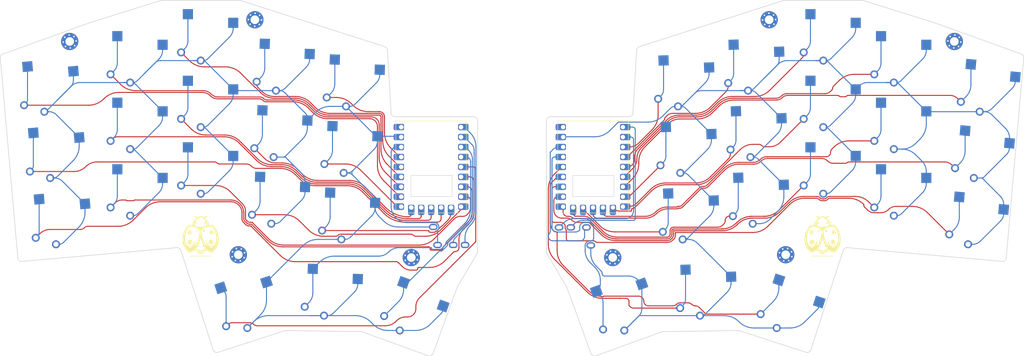
<source format=kicad_pcb>
(kicad_pcb (version 20221018) (generator pcbnew)
  (title_block (title "mushi") (rev "v1.0.0") (company "Unknown"))
  (layers (0 "F.Cu" signal) (31 "B.Cu" signal) (34 "B.Paste" user) (35 "F.Paste" user) (36 "B.SilkS" user "B.Silkscreen") (37 "F.SilkS" user "F.Silkscreen") (38 "B.Mask" user) (39 "F.Mask" user) (44 "Edge.Cuts" user))
  (net 0 "")
  (net 1 "matrix_pinky_bottom")
  (net 2 "GND")
  (net 3 "matrix_pinky_middle")
  (net 4 "matrix_pinky_top")
  (net 5 "matrix_ring_bottom")
  (net 6 "matrix_ring_middle")
  (net 7 "matrix_ring_top")
  (net 8 "matrix_middle_bottom")
  (net 9 "matrix_middle_middle")
  (net 10 "matrix_middle_top")
  (net 11 "matrix_index_bottom")
  (net 12 "matrix_index_middle")
  (net 13 "matrix_index_top")
  (net 14 "matrix_outer_bottom")
  (net 15 "matrix_outer_middle")
  (net 16 "matrix_outer_top")
  (net 17 "thumbs_inner_cluster")
  (net 18 "thumbs_middle_cluster")
  (net 19 "thumbs_outer_cluster")
  (net 20 "mirror_matrix_pinky_bottom")
  (net 21 "rGND")
  (net 22 "mirror_matrix_pinky_middle")
  (net 23 "mirror_matrix_pinky_top")
  (net 24 "mirror_matrix_ring_bottom")
  (net 25 "mirror_matrix_ring_middle")
  (net 26 "mirror_matrix_ring_top")
  (net 27 "mirror_matrix_middle_bottom")
  (net 28 "mirror_matrix_middle_middle")
  (net 29 "mirror_matrix_middle_top")
  (net 30 "mirror_matrix_index_bottom")
  (net 31 "mirror_matrix_index_middle")
  (net 32 "mirror_matrix_index_top")
  (net 33 "mirror_matrix_outer_bottom")
  (net 34 "mirror_matrix_outer_middle")
  (net 35 "mirror_matrix_outer_top")
  (net 36 "mirror_thumbs_inner_cluster")
  (net 37 "mirror_thumbs_middle_cluster")
  (net 38 "mirror_thumbs_outer_cluster")
  (net 39 "P5V")
  (net 40 "P3V3")
  (net 41 "RX")
  (net 42 "TX")
  (net 43 "rP5V")
  (net 44 "rP3V3")
  (net 45 "rRX")
  (net 46 "rTX")
  (footprint "PG1350" (layer "F.Cu") (at 194.559518 98.199212 -178)
    (fp_text reference "S71" hide)
    (fp_text value "" hide)
  )
  (footprint "PG1350" (layer "F.Cu") (at 86.228242 57.718589 178)
    (fp_text reference "S29" hide)
    (fp_text value "" hide)
  )
  (footprint "PG1350" (layer "F.Cu") (at 85.63495 74.708233 178)
    (fp_text reference "S28" hide)
    (fp_text value "" hide)
  )
  (footprint "PG1350" (layer "F.Cu") (at 207.414824 57.718589 -178)
    (fp_text reference "S65" hide)
    (fp_text value "" hide)
  )
  (footprint "PG1350" (layer "F.Cu") (at 86.821533 40.728945 178)
    (fp_text reference "S30" hide)
    (fp_text value "" hide)
  )
  (footprint "PG1350" (layer "F.Cu") (at 86.228242 57.718589 -2)
    (fp_text reference "S11" hide)
    (fp_text value "" hide)
  )
  (footprint "PG1350" (layer "F.Cu") (at 86.821533 40.728945 -2)
    (fp_text reference "S12" hide)
    (fp_text value "" hide)
  )
  (footprint "PG1350" (layer "F.Cu") (at 120.201945 102.338755 -20)
    (fp_text reference "S18" hide)
    (fp_text value "" hide)
  )
  (footprint "PG1350" (layer "F.Cu") (at 49.43495 55.668233 180)
    (fp_text reference "S23" hide)
    (fp_text value "" hide)
  )
  (footprint "PG1350" (layer "F.Cu") (at 49.43495 38.668233 180)
    (fp_text reference "S24" hide)
    (fp_text value "" hide)
  )
  (footprint "PG1350" (layer "F.Cu") (at 226.208116 50.058233)
    (fp_text reference "S44" hide)
    (fp_text value "" hide)
  )
  (footprint "PG1350" (layer "F.Cu") (at 226.208116 67.058233 180)
    (fp_text reference "S61" hide)
    (fp_text value "" hide)
  )
  (footprint "PG1350" (layer "F.Cu") (at 244.208116 72.668233 180)
    (fp_text reference "S58" hide)
    (fp_text value "" hide)
  )
  (footprint "MountingHole_2.2mm_M2_Pad_Via" (layer "F.Cu") (at 212.399084 28.526858 2)
    (fp_text reference "_6" hide)
    (fp_text value "")
  )
  (footprint "PG1350" (layer "F.Cu") (at 28.518352 63.06469 -175)
    (fp_text reference "S20" hide)
    (fp_text value "" hide)
  )
  (footprint "PG1350" (layer "F.Cu") (at 226.208116 67.058233)
    (fp_text reference "S43" hide)
    (fp_text value "" hide)
  )
  (footprint "PG1350" (layer "F.Cu") (at 49.43495 55.668233)
    (fp_text reference "S5" hide)
    (fp_text value "" hide)
  )
  (footprint "MountingHole_2.2mm_M2_Pad_Via" (layer "F.Cu") (at 259.630379 34.075515 -5)
    (fp_text reference "_5" hide)
    (fp_text value "")
  )
  (footprint "PG1350" (layer "F.Cu") (at 27.036705 46.12938 -175)
    (fp_text reference "S21" hide)
    (fp_text value "" hide)
  )
  (footprint "PG1350" (layer "F.Cu") (at 244.208116 38.668233)
    (fp_text reference "S42" hide)
    (fp_text value "" hide)
  )
  (footprint "PG1350" (layer "F.Cu") (at 208.008116 74.708233 2)
    (fp_text reference "S46" hide)
    (fp_text value "" hide)
  )
  (footprint "PG1350" (layer "F.Cu") (at 120.201945 102.338755 160)
    (fp_text reference "S36" hide)
    (fp_text value "" hide)
  )
  (footprint "RP2040-Zero" (layer "F.Cu") (at 157.318116 78.808233)
    (fp_text reference "RP2040Zero2")
    (fp_text value "")
    (fp_line (start 5 -5.13) (end 5 -10.5) (stroke (width 0.12)) (layer "Edge.Cuts"))
    (fp_line (start 5 -5.13) (end 15.5 -5.13) (stroke (width 0.12)) (layer "Edge.Cuts"))
    (fp_line (start 15.5 -10.5) (end 5 -10.5) (stroke (width 0.12)) (layer "Edge.Cuts"))
    (fp_line (start 15.5 -10.5) (end 15.5 -5.13) (stroke (width 0.12)) (layer "Edge.Cuts"))
  )
  (footprint "PG1350" (layer "F.Cu") (at 99.083548 98.199212 178)
    (fp_text reference "S35" hide)
    (fp_text value "" hide)
  )
  (footprint "PG1350" (layer "F.Cu") (at 263.643066 80 175)
    (fp_text reference "S55" hide)
    (fp_text value "" hide)
  )
  (footprint "PG1350" (layer "F.Cu") (at 216.152996 101.640387 162)
    (fp_text reference "S70" hide)
    (fp_text value "" hide)
  )
  (footprint "PG1350" (layer "F.Cu") (at 266.606361 46.12938 175)
    (fp_text reference "S57" hide)
    (fp_text value "" hide)
  )
  (footprint "PG1350" (layer "F.Cu") (at 77.49007 101.640387 18)
    (fp_text reference "S16" hide)
    (fp_text value "" hide)
  )
  (footprint "PG1350" (layer "F.Cu") (at 67.43495 50.058233 180)
    (fp_text reference "S26" hide)
    (fp_text value "" hide)
  )
  (footprint "MountingHole_2.2mm_M2_Pad_Via" (layer "F.Cu") (at 216.622807 88.544614 -18)
    (fp_text reference "_7" hide)
    (fp_text value "")
  )
  (footprint "MountingHole_2.2mm_M2_Pad_Via" (layer "F.Cu") (at 172.51456 89.267356 20)
    (fp_text reference "_8" hide)
    (fp_text value "")
  )
  (footprint "PG1350" (layer "F.Cu") (at 67.43495 67.058233 180)
    (fp_text reference "S25" hide)
    (fp_text value "" hide)
  )
  (footprint "PG1350" (layer "F.Cu") (at 244.208116 55.668233)
    (fp_text reference "S41" hide)
    (fp_text value "" hide)
  )
  (footprint "PG1350" (layer "F.Cu") (at 67.43495 33.058233)
    (fp_text reference "S9" hide)
    (fp_text value "" hide)
  )
  (footprint "PG1350" (layer "F.Cu") (at 67.43495 50.058233)
    (fp_text reference "S8" hide)
    (fp_text value "" hide)
  )
  (footprint "PG1350" (layer "F.Cu") (at 67.43495 33.058233 180)
    (fp_text reference "S27" hide)
    (fp_text value "" hide)
  )
  (footprint "PG1350" (layer "F.Cu") (at 206.821533 40.728945 2)
    (fp_text reference "S48" hide)
    (fp_text value "" hide)
  )
  (footprint "PG1350" (layer "F.Cu") (at 173.441121 102.338755 -160)
    (fp_text reference "S72" hide)
    (fp_text value "" hide)
  )
  (footprint "PG1350" (layer "F.Cu") (at 244.208116 55.668233 180)
    (fp_text reference "S59" hide)
    (fp_text value "" hide)
  )
  (footprint "PG1350" (layer "F.Cu") (at 265.124714 63.06469 -5)
    (fp_text reference "S38" hide)
    (fp_text value "" hide)
  )
  (footprint "PG1350" (layer "F.Cu") (at 226.208116 50.058233 180)
    (fp_text reference "S62" hide)
    (fp_text value "" hide)
  )
  (footprint "images:mushi" (layer "F.Cu") (at 67.431098 83.82)
    (fp_text reference "")
    (fp_text value "LOGO" hide)
  )
  (footprint "PG1350" (layer "F.Cu") (at 244.208116 38.668233 180)
    (fp_text reference "S60" hide)
    (fp_text value "" hide)
  )
  (footprint "PG1350" (layer "F.Cu") (at 265.124714 63.06469 175)
    (fp_text reference "S56" hide)
    (fp_text value "" hide)
  )
  (footprint "PG1350" (layer "F.Cu") (at 226.208116 33.058233 180)
    (fp_text reference "S63" hide)
    (fp_text value "" hide)
  )
  (footprint "images:mushi" (layer "F.Cu") (at 226.06 83.82)
    (fp_text reference "")
    (fp_text value "LOGO" hide)
  )
  (footprint "PG1350" (layer "F.Cu") (at 49.43495 72.668233 180)
    (fp_text reference "S22" hide)
    (fp_text value "" hide)
  )
  (footprint "PG1350" (layer "F.Cu") (at 188.951156 44.755065 -178)
    (fp_text reference "S69" hide)
    (fp_text value "" hide)
  )
  (footprint "PG1350" (layer "F.Cu") (at 30 80 -175)
    (fp_text reference "S19" hide)
    (fp_text value "" hide)
  )
  (footprint "RP2040-Zero" (layer "F.Cu") (at 116.03495 78.808233)
    (fp_text reference "RP2040Zero1")
    (fp_text value "" hide)
    (fp_line (start 5 -5.13) (end 5 -10.5) (stroke (width 0.12)) (layer "Edge.Cuts"))
    (fp_line (start 5 -5.13) (end 15.5 -5.13) (stroke (width 0.12)) (layer "Edge.Cuts"))
    (fp_line (start 15.5 -10.5) (end 5 -10.5) (stroke (width 0.12)) (layer "Edge.Cuts"))
    (fp_line (start 15.5 -10.5) (end 15.5 -5.13) (stroke (width 0.12)) (layer "Edge.Cuts"))
  )
  (footprint "PG1350" (layer "F.Cu") (at 206.821533 40.728945 -178)
    (fp_text reference "S66" hide)
    (fp_text value "" hide)
  )
  (footprint "PG1350" (layer "F.Cu") (at 244.208116 72.668233)
    (fp_text reference "S40" hide)
    (fp_text value "" hide)
  )
  (footprint "TRRS-PJ-320A-dual" (layer "F.Cu") (at 138.03495 86.058233 -90)
    (fp_text reference "TRRS1")
    (fp_text value "TRRS-PJ-320A-dual")
  )
  (footprint "PG1350" (layer "F.Cu") (at 266.606361 46.12938 -5)
    (fp_text reference "S39" hide)
    (fp_text value "" hide)
  )
  (footprint "PG1350" (layer "F.Cu") (at 104.69191 44.755065 -2)
    (fp_text reference "S15" hide)
    (fp_text value "" hide)
  )
  (footprint "PG1350" (layer "F.Cu") (at 104.69191 44.755065 178)
    (fp_text reference "S33" hide)
    (fp_text value "" hide)
  )
  (footprint "PG1350" (layer "F.Cu") (at 104.098618 61.744709 178)
    (fp_text reference "S32" hide)
    (fp_text value "" hide)
  )
  (footprint "MountingHole_2.2mm_M2_Pad_Via" (layer "F.Cu") (at 81.243982 28.526858 -2)
    (fp_text reference "_2" hide)
    (fp_text value "")
  )
  (footprint "MountingHole_2.2mm_M2_Pad_Via" (layer "F.Cu") (at 77.020259 88.544614 18)
    (fp_text reference "_3" hide)
    (fp_text value "")
  )
  (footprint "PG1350" (layer "F.Cu") (at 30 80 5)
    (fp_text reference "S1" hide)
    (fp_text value "" hide)
  )
  (footprint "PG1350" (layer "F.Cu") (at 190.137739 78.734353 2)
    (fp_text reference "S49" hide)
    (fp_text value "" hide)
  )
  (footprint "PG1350" (layer "F.Cu") (at 28.518352 63.06469 5)
    (fp_text reference "S2" hide)
    (fp_text value "" hide)
  )
  (footprint "PG1350" (layer "F.Cu") (at 263.643066 80 -5)
    (fp_text reference "S37" hide)
    (fp_text value "" hide)
  )
  (footprint "PG1350" (layer "F.Cu") (at 104.098618 61.744709 -2)
    (fp_text reference "S14" hide)
    (fp_text value "" hide)
  )
  (footprint "PG1350" (layer "F.Cu") (at 194.559518 98.199212 2)
    (fp_text reference "S53" hide)
    (fp_text value "" hide)
  )
  (footprint "PG1350" (layer "F.Cu") (at 190.137739 78.734353 -178)
    (fp_text reference "S67" hide)
    (fp_text value "" hide)
  )
  (footprint "PG1350" (layer "F.Cu") (at 188.951156 44.755065 2)
    (fp_text reference "S51" hide)
    (fp_text value "" hide)
  )
  (footprint "PG1350" (layer "F.Cu") (at 99.083548 98.199212 -2)
    (fp_text reference "S17" hide)
    (fp_text value "" hide)
  )
  (footprint "PG1350" (layer "F.Cu") (at 226.208116 33.058233)
    (fp_text reference "S45" hide)
    (fp_text value "" hide)
  )
  (footprint "PG1350" (layer "F.Cu") (at 216.152996 101.640387 -18)
    (fp_text reference "S52" hide)
    (fp_text value "" hide)
  )
  (footprint "PG1350" (layer "F.Cu") (at 189.544448 61.744709 -178)
    (fp_text reference "S68" hide)
    (fp_text value "" hide)
  )
  (footprint "PG1350" (layer "F.Cu") (at 103.505327 78.734353 -2)
    (fp_text reference "S13" hide)
    (fp_text value "" hide)
  )
  (footprint "TRRS-PJ-320A-dual" (layer "F.Cu") (at 155.608116 81.558233 90)
    (fp_text reference "TRRS2")
    (fp_text value "TRRS-PJ-320A-dual")
  )
  (footprint "PG1350" (layer "F.Cu") (at 207.414824 57.718589 2)
    (fp_text reference "S47" hide)
    (fp_text value "" hide)
  )
  (footprint "PG1350" (layer "F.Cu") (at 27.036705 46.12938 5)
    (fp_text reference "S3" hide)
    (fp_text value "" hide)
  )
  (footprint "PG1350" (layer "F.Cu") (at 67.43495 67.058233)
    (fp_text reference "S7" hide)
    (fp_text value "" hide)
  )
  (footprint "PG1350" (layer "F.Cu") (at 173.441121 102.338755 20)
    (fp_text reference "S54" hide)
    (fp_text value "" hide)
  )
  (footprint "PG1350" (layer "F.Cu") (at 49.43495 38.668233)
    (fp_text reference "S6" hide)
    (fp_text value "" hide)
  )
  (footprint "PG1350" (layer "F.Cu") (at 77.49007 101.640387 -162)
    (fp_text reference "S34" hide)
    (fp_text value "" hide)
  )
  (footprint "PG1350" (layer "F.Cu") (at 85.63495 74.708233 -2)
    (fp_text reference "S10" hide)
    (fp_text value "" hide)
  )
  (footprint "MountingHole_2.2mm_M2_Pad_Via" (layer "F.Cu") (at 121.128506 89.267356 -20)
    (fp_text reference "_4" hide)
    (fp_text value "")
  )
  (footprint "PG1350" (layer "F.Cu") (at 103.505327 78.734353 178)
    (fp_text reference "S31" hide)
    (fp_text value "" hide)
  )
  (footprint "PG1350" (layer "F.Cu") (at 49.43495 72.668233)
    (fp_text reference "S4" hide)
    (fp_text value "" hide)
  )
  (footprint "MountingHole_2.2mm_M2_Pad_Via" (layer "F.Cu") (at 34.012687 34.075515 5)
    (fp_text reference "_1" hide)
    (fp_text value "")
  )
  (footprint "PG1350" (layer "F.Cu") (at 208.008116 74.708233 -178)
    (fp_text reference "S64" hide)
    (fp_text value "" hide)
  )
  (footprint "PG1350" (layer "F.Cu") (at 189.544448 61.744709 2)
    (fp_text reference "S50" hide)
    (fp_text value "" hide)
  )
  (gr_arc (start 71.866223 113.456577) (mid 71.103215 113.396527) (end 70.606149 112.814537) (stroke (width 0.15)) (layer "Edge.Cuts"))
  (gr_line (start 108.326954 108.185119) (end 89.151321 107.896769) (stroke (width 0.15)) (layer "Edge.Cuts"))
  (gr_arc (start 114.363767 35.400257) (mid 114.849041 35.740202) (end 115.056762 36.295094) (stroke (width 0.15)) (layer "Edge.Cuts"))
  (gr_line (start 223.036917 112.814537) (end 231.288676 87.418234) (stroke (width 0.15)) (layer "Edge.Cuts"))
  (gr_line (start 116.979106 53.308233) (end 137.03495 53.308233) (stroke (width 0.15)) (layer "Edge.Cuts"))
  (gr_arc (start 21.863686 90.246511) (mid 21.132759 90.017017) (end 20.778737 89.337612) (stroke (width 0.15)) (layer "Edge.Cuts"))
  (gr_line (start 178.586304 36.295094) (end 177.662311 52.365634) (stroke (width 0.15)) (layer "Edge.Cuts"))
  (gr_line (start 61.314579 86.731198) (end 21.863686 90.24651) (stroke (width 0.15)) (layer "Edge.Cuts"))
  (gr_arc (start 204.491744 107.896769) (mid 204.655784 107.907819) (end 204.815797 107.945599) (stroke (width 0.15)) (layer "Edge.Cuts"))
  (gr_arc (start 116.979106 53.308233) (mid 116.292593 53.035351) (end 115.980755 52.365634) (stroke (width 0.15)) (layer "Edge.Cuts"))
  (gr_arc (start 61.314579 86.731198) (mid 61.954601 86.892923) (end 62.35439 87.418234) (stroke (width 0.15)) (layer "Edge.Cuts"))
  (gr_arc (start 272.864328 89.337612) (mid 272.510307 90.017016) (end 271.77938 90.24651) (stroke (width 0.15)) (layer "Edge.Cuts"))
  (gr_arc (start 132.816361 96.918976) (mid 132.851938 96.833708) (end 132.895233 96.752088) (stroke (width 0.15)) (layer "Edge.Cuts"))
  (gr_line (start 236.055893 23.558233) (end 216.364529 23.558233) (stroke (width 0.15)) (layer "Edge.Cuts"))
  (gr_arc (start 16.313843 38.303637) (mid 16.467374 37.678042) (end 16.97056 37.275868) (stroke (width 0.15)) (layer "Edge.Cuts"))
  (gr_line (start 168.233079 114.344016) (end 184.989127 108.245314) (stroke (width 0.15)) (layer "Edge.Cuts"))
  (gr_arc (start 126.6917 113.746345) (mid 126.174625 114.310632) (end 125.409987 114.344016) (stroke (width 0.15)) (layer "Edge.Cuts"))
  (gr_arc (start 231.288676 87.418234) (mid 231.688465 86.892923) (end 232.328487 86.731198) (stroke (width 0.15)) (layer "Edge.Cuts"))
  (gr_arc (start 88.827268 107.9456) (mid 88.987281 107.90782) (end 89.151321 107.896769) (stroke (width 0.15)) (layer "Edge.Cuts"))
  (gr_line (start 115.056762 36.295094) (end 115.980755 52.365634) (stroke (width 0.15)) (layer "Edge.Cuts"))
  (gr_line (start 160.826705 96.918976) (end 166.951366 113.746344) (stroke (width 0.15)) (layer "Edge.Cuts"))
  (gr_arc (start 177.662311 52.365634) (mid 177.350472 53.035351) (end 176.66396 53.308233) (stroke (width 0.15)) (layer "Edge.Cuts"))
  (gr_line (start 272.864329 89.337612) (end 277.329223 38.303638) (stroke (width 0.15)) (layer "Edge.Cuts"))
  (gr_arc (start 178.586304 36.295094) (mid 178.794025 35.740202) (end 179.279299 35.400257) (stroke (width 0.15)) (layer "Edge.Cuts"))
  (gr_arc (start 57.289623 23.603527) (mid 57.436684 23.569622) (end 57.587173 23.558233) (stroke (width 0.15)) (layer "Edge.Cuts"))
  (gr_arc (start 137.03495 53.308233) (mid 137.742057 53.601126) (end 138.03495 54.308233) (stroke (width 0.15)) (layer "Edge.Cuts"))
  (gr_arc (start 108.326955 108.18512) (mid 108.492966 108.201533) (end 108.653939 108.245314) (stroke (width 0.15)) (layer "Edge.Cuts"))
  (gr_line (start 132.816361 96.918976) (end 126.6917 113.746344) (stroke (width 0.15)) (layer "Edge.Cuts"))
  (gr_line (start 276.672506 37.275868) (end 254.228923 29.175742) (stroke (width 0.15)) (layer "Edge.Cuts"))
  (gr_arc (start 276.672507 37.275869) (mid 277.175693 37.678043) (end 277.329223 38.303638) (stroke (width 0.15)) (layer "Edge.Cuts"))
  (gr_line (start 155.608116 54.308233) (end 155.608116 87.784747) (stroke (width 0.15)) (layer "Edge.Cuts"))
  (gr_line (start 20.778737 89.337612) (end 16.313843 38.303638) (stroke (width 0.15)) (layer "Edge.Cuts"))
  (gr_line (start 57.587173 23.558233) (end 77.278537 23.558233) (stroke (width 0.15)) (layer "Edge.Cuts"))
  (gr_line (start 88.827269 107.945599) (end 71.866223 113.456577) (stroke (width 0.15)) (layer "Edge.Cuts"))
  (gr_line (start 216.059173 23.605995) (end 179.279299 35.400257) (stroke (width 0.15)) (layer "Edge.Cuts"))
  (gr_arc (start 216.059173 23.605995) (mid 216.209995 23.570246) (end 216.364529 23.558233) (stroke (width 0.15)) (layer "Edge.Cuts"))
  (gr_arc (start 254.186996 29.16165) (mid 254.208037 29.168464) (end 254.228923 29.175742) (stroke (width 0.15)) (layer "Edge.Cuts"))
  (gr_line (start 155.747295 88.293655) (end 160.747833 96.752088) (stroke (width 0.15)) (layer "Edge.Cuts"))
  (gr_arc (start 223.036917 112.814537) (mid 222.539851 113.396527) (end 221.776843 113.456577) (stroke (width 0.15)) (layer "Edge.Cuts"))
  (gr_arc (start 160.747833 96.752088) (mid 160.791128 96.833708) (end 160.826705 96.918976) (stroke (width 0.15)) (layer "Edge.Cuts"))
  (gr_arc (start 138.03495 87.784747) (mid 137.999528 88.048545) (end 137.895771 88.293655) (stroke (width 0.15)) (layer "Edge.Cuts"))
  (gr_arc (start 39.414143 29.175742) (mid 39.435029 29.168464) (end 39.45607 29.16165) (stroke (width 0.15)) (layer "Edge.Cuts"))
  (gr_arc (start 236.055894 23.558233) (mid 236.206383 23.569621) (end 236.353444 23.603527) (stroke (width 0.15)) (layer "Edge.Cuts"))
  (gr_line (start 39.45607 29.16165) (end 57.289622 23.603527) (stroke (width 0.15)) (layer "Edge.Cuts"))
  (gr_line (start 254.186996 29.16165) (end 236.353444 23.603527) (stroke (width 0.15)) (layer "Edge.Cuts"))
  (gr_line (start 77.583893 23.605995) (end 114.363767 35.400257) (stroke (width 0.15)) (layer "Edge.Cuts"))
  (gr_arc (start 168.233078 114.344016) (mid 167.46844 114.310631) (end 166.951366 113.746344) (stroke (width 0.15)) (layer "Edge.Cuts"))
  (gr_line (start 204.815797 107.945599) (end 221.776843 113.456577) (stroke (width 0.15)) (layer "Edge.Cuts"))
  (gr_arc (start 184.989127 108.245313) (mid 185.1501 108.201531) (end 185.316112 108.185119) (stroke (width 0.15)) (layer "Edge.Cuts"))
  (gr_arc (start 155.608116 54.308233) (mid 155.901009 53.601126) (end 156.608116 53.308233) (stroke (width 0.15)) (layer "Edge.Cuts"))
  (gr_arc (start 77.278537 23.558233) (mid 77.433071 23.570246) (end 77.583893 23.605995) (stroke (width 0.15)) (layer "Edge.Cuts"))
  (gr_line (start 185.316112 108.185119) (end 204.491745 107.896769) (stroke (width 0.15)) (layer "Edge.Cuts"))
  (gr_line (start 137.895771 88.293655) (end 132.895233 96.752088) (stroke (width 0.15)) (layer "Edge.Cuts"))
  (gr_arc (start 155.747295 88.293655) (mid 155.643538 88.048545) (end 155.608116 87.784747) (stroke (width 0.15)) (layer "Edge.Cuts"))
  (gr_line (start 16.97056 37.275868) (end 39.414143 29.175742) (stroke (width 0.15)) (layer "Edge.Cuts"))
  (gr_line (start 138.03495 54.308233) (end 138.03495 87.784747) (stroke (width 0.15)) (layer "Edge.Cuts"))
  (gr_line (start 70.606149 112.814537) (end 62.35439 87.418234) (stroke (width 0.15)) (layer "Edge.Cuts"))
  (gr_line (start 125.409987 114.344016) (end 108.653939 108.245314) (stroke (width 0.15)) (layer "Edge.Cuts"))
  (gr_line (start 176.66396 53.308233) (end 156.608116 53.308233) (stroke (width 0.15)) (layer "Edge.Cuts"))
  (gr_line (start 232.328487 86.731198) (end 271.77938 90.24651) (stroke (width 0.15)) (layer "Edge.Cuts"))
  (segment (start 80.249428 81.244724) (end 80.31575 81.311046) (width 0.25) (layer "F.Cu") (net 1))
  (segment (start 57.139702 75.013905) (end 75.09844 75.013905) (width 0.25) (layer "F.Cu") (net 1))
  (segment (start 122.410917 92.46354) (end 121.030321 92.46354) (width 0.25) (layer "F.Cu") (net 1))
  (segment (start 77.953665 79.409841) (end 77.953665 77.869129) (width 0.25) (layer "F.Cu") (net 1))
  (segment (start 26.416127 83.155409) (end 25.350218 84.221319) (width 0.25) (layer "F.Cu") (net 1))
  (segment (start 136.040609 68.648233) (end 133.911294 68.648233) (width 0.25) (layer "F.Cu") (net 1))
  (segment (start 91.571913 90.313246) (end 117.319171 90.313246) (width 0.25) (layer "F.Cu") (net 1))
  (segment (start 135.35505 81.040363) (end 136.228053 80.16736) (width 0.25) (layer "F.Cu") (net 1))
  (segment (start 50.213436 79.686207) (end 53.291946 76.607697) (width 0.25) (layer "F.Cu") (net 1))
  (segment (start 123.045341 91.792356) (end 125.737853 91.792356) (width 0.25) (layer "F.Cu") (net 1))
  (segment (start 78.300569 80.247343) (end 78.891768 80.838542) (width 0.25) (layer "F.Cu") (net 1))
  (segment (start 133.28783 86.780543) (end 133.28783 84.890015) (width 0.25) (layer "F.Cu") (net 1))
  (segment (start 46.36568 81.28) (end 38.672402 81.28) (width 0.25) (layer "F.Cu") (net 1))
  (segment (start 132.978453 87.476336) (end 133.014591 87.440197) (width 0.25) (layer "F.Cu") (net 1))
  (segment (start 137.10995 69.717573) (end 137.10995 78.038274) (width 0.25) (layer "F.Cu") (net 1))
  (segment (start 131.833636 87.950535) (end 129.585609 90.198563) (width 0.25) (layer "F.Cu") (net 1))
  (segment (start 118.841739 91.556999) (end 117.949471 90.664731) (width 0.25) (layer "F.Cu") (net 1))
  (segment (start 133.27389 84.856361) (end 133.25995 84.842421) (width 0.25) (layer "F.Cu") (net 1))
  (segment (start 28.98946 82.0895) (end 36.718097 82.0895) (width 0.25) (layer "F.Cu") (net 1))
  (segment (start 134.449163 81.971405) (end 135.337263 81.083304) (width 0.25) (layer "F.Cu") (net 1))
  (segment (start 80.080956 81.174941) (end 79.703906 81.174941) (width 0.25) (layer "F.Cu") (net 1))
  (segment (start 122.762477 92.07522) (end 122.762477 92.11198) (width 0.25) (layer "F.Cu") (net 1))
  (segment (start 80.322673 81.327759) (end 87.710905 88.715991) (width 0.25) (layer "F.Cu") (net 1))
  (segment (start 134.007638 68.648233) (end 133.911294 68.648233) (width 0.25) (layer "F.Cu") (net 1))
  (segment (start 117.726223 90.481852) (end 117.880557 90.636186) (width 0.25) (layer "F.Cu") (net 1))
  (segment (start 87.724157 88.719453) (end 87.719262 88.719453) (width 0.25) (layer "F.Cu") (net 1))
  (arc (start 133.911294 68.648233) (mid 133.911294 68.648233) (end 133.911294 68.648233) (width 0.25) (layer "F.Cu") (net 1))
  (arc (start 37.69525 81.68475) (mid 37.246928 81.984308) (end 36.718097 82.0895) (width 0.25) (layer "F.Cu") (net 1))
  (arc (start 135.346157 81.061834) (mid 135.343845 81.073453) (end 135.337263 81.083304) (width 0.25) (layer "F.Cu") (net 1))
  (arc (start 80.080956 81.174941) (mid 80.172132 81.193077) (end 80.249428 81.244724) (width 0.25) (layer "F.Cu") (net 1))
  (arc (start 77.117389 75.850181) (mid 77.736323 76.776482) (end 77.953665 77.869129) (width 0.25) (layer "F.Cu") (net 1))
  (arc (start 117.949471 90.664731) (mid 117.933662 90.654168) (end 117.915014 90.650459) (width 0.25) (layer "F.Cu") (net 1))
  (arc (start 136.040609 68.648233) (mid 136.449828 68.729631) (end 136.796747 68.961435) (width 0.25) (layer "F.Cu") (net 1))
  (arc (start 78.891768 80.838542) (mid 79.26438 81.087513) (end 79.703906 81.174941) (width 0.25) (layer "F.Cu") (net 1))
  (arc (start 122.659507 92.36057) (mid 122.545453 92.436778) (end 122.410917 92.46354) (width 0.25) (layer "F.Cu") (net 1))
  (arc (start 80.319212 81.319403) (mid 80.320111 81.323925) (end 80.322673 81.327759) (width 0.25) (layer "F.Cu") (net 1))
  (arc (start 137.10995 69.717573) (mid 137.028551 69.308354) (end 136.796747 68.961435) (width 0.25) (layer "F.Cu") (net 1))
  (arc (start 75.09844 75.013905) (mid 76.191087 75.231246) (end 77.117389 75.850181) (width 0.25) (layer "F.Cu") (net 1))
  (arc (start 80.319212 81.319403) (mid 80.318312 81.31488) (end 80.31575 81.311046) (width 0.25) (layer "F.Cu") (net 1))
  (arc (start 50.213436 79.686207) (mid 48.44807 80.865786) (end 46.36568 81.28) (width 0.25) (layer "F.Cu") (net 1))
  (arc (start 57.139702 75.013905) (mid 55.057311 75.428118) (end 53.291946 76.607697) (width 0.25) (layer "F.Cu") (net 1))
  (arc (start 28.98946 82.0895) (mid 27.596782 82.36652) (end 26.416127 83.155409) (width 0.25) (layer "F.Cu") (net 1))
  (arc (start 133.28783 86.780543) (mid 133.216817 87.137545) (end 133.014591 87.440197) (width 0.25) (layer "F.Cu") (net 1))
  (arc (start 37.69525 81.68475) (mid 38.143571 81.385191) (end 38.672402 81.28) (width 0.25) (layer "F.Cu") (net 1))
  (arc (start 117.726223 90.481852) (mid 117.539466 90.357065) (end 117.319171 90.313246) (width 0.25) (layer "F.Cu") (net 1))
  (arc (start 137.10995 78.038274) (mid 136.880752 79.190527) (end 136.228053 80.16736) (width 0.25) (layer "F.Cu") (net 1))
  (arc (start 131.833636 87.950535) (mid 132.096259 87.775056) (end 132.406045 87.713436) (width 0.25) (layer "F.Cu") (net 1))
  (arc (start 77.953665 79.409841) (mid 78.043822 79.863094) (end 78.300569 80.247343) (width 0.25) (layer "F.Cu") (net 1))
  (arc (start 118.841739 91.556999) (mid 119.845869 92.227937) (end 121.030321 92.46354) (width 0.25) (layer "F.Cu") (net 1))
  (arc (start 123.045341 91.792356) (mid 122.937093 91.813887) (end 122.845326 91.875205) (width 0.25) (layer "F.Cu") (net 1))
  (arc (start 91.571913 90.313246) (mid 89.489522 89.899032) (end 87.724157 88.719453) (width 0.25) (layer "F.Cu") (net 1))
  (arc (start 87.719262 88.719453) (mid 87.714739 88.718553) (end 87.710905 88.715991) (width 0.25) (layer "F.Cu") (net 1))
  (arc (start 135.346157 81.061834) (mid 135.348468 81.050214) (end 135.35505 81.040363) (width 0.25) (layer "F.Cu") (net 1))
  (arc (start 122.659507 92.36057) (mid 122.735715 92.246516) (end 122.762477 92.11198) (width 0.25) (layer "F.Cu") (net 1))
  (arc (start 132.978453 87.476336) (mid 132.71583 87.651815) (end 132.406045 87.713436) (width 0.25) (layer "F.Cu") (net 1))
  (arc (start 122.845326 91.875205) (mid 122.784008 91.966972) (end 122.762477 92.07522) (width 0.25) (layer "F.Cu") (net 1))
  (arc (start 125.737853 91.792356) (mid 127.820243 91.378142) (end 129.585609 90.198563) (width 0.25) (layer "F.Cu") (net 1))
  (arc (start 133.27389 84.856361) (mid 133.284207 84.871801) (end 133.28783 84.890015) (width 0.25) (layer "F.Cu") (net 1))
  (arc (start 134.007638 68.648233) (mid 134.185658 68.683643) (end 134.336576 68.784483) (width 0.25) (layer "F.Cu") (net 1))
  (arc (start 134.449163 81.971405) (mid 133.569016 83.288638) (end 133.25995 84.842421) (width 0.25) (layer "F.Cu") (net 1))
  (arc (start 117.880557 90.636186) (mid 117.896366 90.646749) (end 117.915014 90.650459) (width 0.25) (layer "F.Cu") (net 1))
  (segment (start 26.218886 82.738409) (end 26.218886 74.358077) (width 0.25) (layer "B.Cu") (net 1))
  (segment (start 25.784552 83.786985) (end 25.350218 84.221319) (width 0.25) (layer "B.Cu") (net 1))
  (arc (start 26.218886 82.738409) (mid 26.106006 83.305894) (end 25.784552 83.786985) (width 0.25) (layer "B.Cu") (net 1))
  (segment (start 74.715814 67.114208) (end 69.379789 72.450233) (width 0.25) (layer "B.Cu") (net 2))
  (segment (start 37.916677 75.543056) (end 37.916677 77.727493) (width 0.25) (layer "B.Cu") (net 2))
  (segment (start 86.182679 46.625351) (end 85.316788 46.625351) (width 0.25) (layer "B.Cu") (net 2))
  (segment (start 93.158838 74.606625) (end 87.773102 79.992361) (width 0.25) (layer "B.Cu") (net 2))
  (segment (start 75.70995 63.308233) (end 75.70995 64.714153) (width 0.25) (layer "B.Cu") (net 2))
  (segment (start 104.057074 84.630759) (end 104.165311 84.630759) (width 0.25) (layer "B.Cu") (net 2))
  (segment (start 86.723861 46.625351) (end 86.507388 46.625351) (width 0.25) (layer "B.Cu") (net 2))
  (segment (start 98.877641 104.095618) (end 98.01175 104.095618) (width 0.25) (layer "B.Cu") (net 2))
  (segment (start 98.877641 104.095618) (end 98.01175 104.095618) (width 0.25) (layer "B.Cu") (net 2))
  (segment (start 28.692568 52.006929) (end 27.721739 52.006929) (width 0.25) (layer "B.Cu") (net 2))
  (segment (start 57.14952 38.958233) (end 65.58495 38.958233) (width 0.25) (layer "B.Cu") (net 2))
  (segment (start 118.229353 58.285787) (end 112.689015 58.285787) (width 0.25) (layer "B.Cu") (net 2))
  (segment (start 55.833533 39.503333) (end 55.697258 39.639608) (width 0.25) (layer "B.Cu") (net 2))
  (segment (start 67.89745 38.958233) (end 67.43495 38.958233) (width 0.25) (layer "B.Cu") (net 2))
  (segment (start 111.906159 76.022238) (end 111.906159 76.163203) (width 0.25) (layer "B.Cu") (net 2))
  (segment (start 33.092125 46.807355) (end 33.430535 46.468944) (width 0.25) (layer "B.Cu") (net 2))
  (segment (start 51.240162 61.096704) (end 56.752285 55.584581) (width 0.25) (layer "B.Cu") (net 2))
  (segment (start 84.700902 104.095618) (end 95.414077 104.095618) (width 0.25) (layer "B.Cu") (net 2))
  (segment (start 34.276562 45.622921) (end 34.107356 45.792126) (width 0.25) (layer "B.Cu") (net 2))
  (segment (start 51.240162 44.096704) (end 53.108033 42.228833) (width 0.25) (layer "B.Cu") (net 2))
  (segment (start 55.833533 39.503333) (end 55.697258 39.639608) (width 0.25) (layer "B.Cu") (net 2))
  (segment (start 69.240162 38.486704) (end 74.752285 32.974581) (width 0.25) (layer "B.Cu") (net 2))
  (segment (start 103.191182 84.630759) (end 102.866473 84.630759) (width 0.25) (layer "B.Cu") (net 2))
  (segment (start 55.697258 39.639608) (end 55.424708 39.912158) (width 0.25) (layer "B.Cu") (net 2))
  (segment (start 111.986275 58.151743) (end 104.792141 50.957609) (width 0.25) (layer "B.Cu") (net 2))
  (segment (start 97.145859 104.095618) (end 98.01175 104.095618) (width 0.25) (layer "B.Cu") (net 2))
  (segment (start 94.035782 69.950868) (end 94.035782 69.942546) (width 0.25) (layer "B.Cu") (net 2))
  (segment (start 54.879608 40.457258) (end 54.607058 40.729808) (width 0.25) (layer "B.Cu") (net 2))
  (segment (start 30.174215 68.942239) (end 29.750991 68.942239) (width 0.25) (layer "B.Cu") (net 2))
  (segment (start 49.43495 44.568233) (end 48.97245 44.568233) (width 0.25) (layer "B.Cu") (net 2))
  (segment (start 33.430535 46.468944) (end 33.768945 46.130535) (width 0.25) (layer "B.Cu") (net 2))
  (segment (start 87.481517 46.625351) (end 87.37328 46.625351) (width 0.25) (layer "B.Cu") (net 2))
  (segment (start 97.145859 104.095618) (end 95.414077 104.095618) (width 0.25) (layer "B.Cu") (net 2))
  (segment (start 86.940334 46.625351) (end 86.723861 46.625351) (width 0.25) (layer "B.Cu") (net 2))
  (segment (start 128.77136 103.517671) (end 125.999883 106.289148) (width 0.25) (layer "B.Cu") (net 2))
  (segment (start 55.424708 39.912158) (end 55.152158 40.184708) (width 0.25) (layer "B.Cu") (net 2))
  (segment (start 79.31327 107.25162) (end 82.607456 103.957433) (width 0.25) (layer "B.Cu") (net 2))
  (segment (start 84.201249 95.516809) (end 84.201249 100.109677) (width 0.25) (layer "B.Cu") (net 2))
  (segment (start 117.862553 81.458233) (end 126.73495 81.458233) (width 0.25) (layer "B.Cu") (net 2))
  (segment (start 88.957497 63.557497) (end 93.111759 67.711759) (width 0.25) (layer "B.Cu") (net 2))
  (segment (start 53.108033 42.228833) (end 54.198233 41.138633) (width 0.25) (layer "B.Cu") (net 2))
  (segment (start 76.251304 46.625351) (end 85.316788 46.625351) (width 0.25) (layer "B.Cu") (net 2))
  (segment (start 111.906159 75.105966) (end 111.906159 75.669826) (width 0.25) (layer "B.Cu") (net 2))
  (segment (start 98.877641 104.095618) (end 99.743532 104.095618) (width 0.25) (layer "B.Cu") (net 2))
  (segment (start 111.622506 61.643101) (end 106.23677 67.028837) (width 0.25) (layer "B.Cu") (net 2))
  (segment (start 102.866473 84.630759) (end 102.000582 84.630759) (width 0.25) (layer "B.Cu") (net 2))
  (segment (start 88.957497 63.442502) (end 93.387656 59.012343) (width 0.25) (layer "B.Cu") (net 2))
  (segment (start 65.58495 38.958233) (end 66.50995 38.958233) (width 0.25) (layer "B.Cu") (net 2))
  (segment (start 33.430535 46.468944) (end 33.768945 46.130535) (width 0.25) (layer "B.Cu") (net 2))
  (segment (start 66.97245 38.958233) (end 66.50995 38.958233) (width 0.25) (layer "B.Cu") (net 2))
  (segment (start 95.414077 104.095618) (end 97.145859 104.095618) (width 0.25) (layer "B.Cu") (net 2))
  (segment (start 79.31327 107.25162) (end 80.891271 105.673619) (width 0.25) (layer "B.Cu") (net 2))
  (segment (start 57.70995 51.918233) (end 50.686986 44.895269) (width 0.25) (layer "B.Cu") (net 2))
  (segment (start 32.753714 47.145766) (end 33.092125 46.807355) (width 0.25) (layer "B.Cu") (net 2))
  (segment (start 32.753714 47.145766) (end 32.246099 47.653381) (width 0.25) (layer "B.Cu") (net 2))
  (segment (start 75.70995 30.662575) (end 75.70995 29.308233) (width 0.25) (layer "B.Cu") (net 2))
  (segment (start 122.152127 107.882941) (end 118.184026 107.882941) (width 0.25) (layer "B.Cu") (net 2))
  (segment (start 67.43495 38.958233) (end 66.97245 38.958233) (width 0.25) (layer "B.Cu") (net 2))
  (segment (start 49.89745 44.568233) (end 49.43495 44.568233) (width 0.25) (layer "B.Cu") (net 2))
  (segment (start 55.152158 40.184708) (end 54.879608 40.457258) (width 0.25) (layer "B.Cu") (net 2))
  (segment (start 34.276561 45.622921) (end 34.465496 45.433987) (width 0.25) (layer "B.Cu") (net 2))
  (segment (start 107.48438 95.980475) (end 107.48438 94.74029) (width 0.25) (layer "B.Cu") (net 2))
  (segment (start 50.15337 78.568233) (end 49.43495 78.568233) (width 0.25) (layer "B.Cu") (net 2))
  (segment (start 66.97245 38.958233) (end 66.50995 38.958233) (width 0.25) (layer "B.Cu") (net 2))
  (segment (start 34.953382 43.988932) (end 34.953382 41.672436) (width 0.25) (layer "B.Cu") (net 2))
  (segment (start 54.607058 40.729808) (end 54.198233 41.138633) (width 0.25) (layer "B.Cu") (net 2))
  (segment (start 106.607436 98.097604) (end 101.2217 103.48334) (width 0.25) (layer "B.Cu") (net 2))
  (segment (start 50.101792 61.568233) (end 49.89745 61.568233) (width 0.25) (layer "B.Cu") (net 2))
  (segment (start 32.753714 47.145766) (end 32.246099 47.653381) (width 0.25) (layer "B.Cu") (net 2))
  (segment (start 75.70995 47.662575) (end 75.70995 46.532469) (width 0.25) (layer "B.Cu") (net 2))
  (segment (start 111.427925 73.444547) (end 106.23677 68.253392) (width 0.25) (layer "B.Cu") (net 2))
  (segment (start 88.703691 63.614995) (end 86.022335 63.614995) (width 0.25) (layer "B.Cu") (net 2))
  (segment (start 106.921654 104.095618) (end 99.743532 104.095618) (width 0.25) (layer "B.Cu") (net 2))
  (segment (start 103.407655 84.630759) (end 103.191182 84.630759) (width 0.25) (layer "B.Cu") (net 2))
  (segment (start 104.053057 50.651471) (end 100.491233 50.651471) (width 0.25) (layer "B.Cu") (net 2))
  (segment (start 104.057074 84.630759) (end 103.840601 84.630759) (width 0.25) (layer "B.Cu") (net 2))
  (segment (start 111.906159 76.515616) (end 111.906159 76.445133) (width 0.25) (layer "B.Cu") (net 2))
  (segment (start 47.58495 44.568233) (end 48.50995 44.568233) (width 0.25) (layer "B.Cu") (net 2))
  (segment (start 36.555612 44.568233) (end 47.58495 44.568233) (width 0.25) (layer "B.Cu") (net 2))
  (segment (start 87.37328 46.625351) (end 87.156807 46.625351) (width 0.25) (layer "B.Cu") (net 2))
  (segment (start 106.830062 50.039193) (end 112.215798 44.653457) (width 0.25) (layer "B.Cu") (net 2))
  (segment (start 54.607058 40.729808) (end 54.879608 40.457258) (width 0.25) (layer "B.Cu") (net 2))
  (segment (start 68.686986 39.285269) (end 75.551391 46.149674) (width 0.25) (layer "B.Cu") (net 2))
  (segment (start 111.906159 75.881273) (end 111.906159 76.022238) (width 0.25) (layer "B.Cu") (net 2))
  (segment (start 97.145859 104.095618) (end 98.01175 104.095618) (width 0.25) (layer "B.Cu") (net 2))
  (segment (start 94.035782 69.950868) (end 94.035782 69.967512) (width 0.25) (layer "B.Cu") (net 2))
  (segment (start 112.49945 58.475352) (end 112.49945 59.525972) (width 0.25) (layer "B.Cu") (net 2))
  (segment (start 111.906159 75.105966) (end 111.906159 74.599106) (width 0.25) (layer "B.Cu") (net 2))
  (segment (start 56.715814 72.724208) (end 51.379789 78.060233) (width 0.25) (layer "B.Cu") (net 2))
  (segment (start 32.246099 47.653381) (end 30.892458 49.007022) (width 0.25) (layer "B.Cu") (net 2))
  (segment (start 54.879608 40.457258) (end 55.152158 40.184708) (width 0.25) (layer "B.Cu") (net 2))
  (segment (start 94.15084 52.428783) (end 88.959685 47.237628) (width 0.25) (layer "B.Cu") (net 2))
  (segment (start 129.260477 102.336839) (end 129.260477 101.645124) (width 0.25) (layer "B.Cu") (net 2))
  (segment (start 69.240162 55.486704) (end 74.752285 49.974581) (width 0.25) (layer "B.Cu") (net 2))
  (segment (start 94.629074 54.935992) (end 94.629074 56.015296) (width 0.25) (layer "B.Cu") (net 2))
  (segment (start 48.97245 44.568233) (end 48.50995 44.568233) (width 0.25) (layer "B.Cu") (net 2))
  (segment (start 95.222365 38.510208) (end 95.222365 37.270023) (width 0.25) (layer "B.Cu") (net 2))
  (segment (start 94.629074 54.935992) (end 94.629074 53.583342) (width 0.25) (layer "B.Cu") (net 2))
  (segment (start 75.868509 46.466792) (end 75.551391 46.149674) (width 0.25) (layer "B.Cu") (net 2))
  (segment (start 33.430535 46.468944) (end 33.092125 46.807355) (width 0.25) (layer "B.Cu") (net 2))
  (segment (start 57.70995 53.272575) (end 57.70995 51.918233) (width 0.25) (layer "B.Cu") (net 2))
  (segment (start 49.89745 44.568233) (end 49.43495 44.568233) (width 0.25) (layer "B.Cu") (net 2))
  (segment (start 112.309884 58.285787) (end 112.689015 58.285787) (width 0.25) (layer "B.Cu") (net 2))
  (segment (start 50.101792 44.568233) (end 49.89745 44.568233) (width 0.25) (layer "B.Cu") (net 2))
  (segment (start 111.906159 75.669826) (end 111.906159 75.881273) (width 0.25) (layer "B.Cu") (net 2))
  (segment (start 67.89745 38.958233) (end 67.43495 38.958233) (width 0.25) (layer "B.Cu") (net 2))
  (segment (start 97.341262 84.630759) (end 102.000582 84.630759) (width 0.25) (layer "B.Cu") (net 2))
  (segment (start 31.232639 85.877549) (end 30.514219 85.877549) (width 0.25) (layer "B.Cu") (net 2))
  (segment (start 98.877641 104.095618) (end 99.743532 104.095618) (width 0.25) (layer "B.Cu") (net 2))
  (segment (start 55.424708 39.912158) (end 55.152158 40.184708) (width 0.25) (layer "B.Cu") (net 2))
  (segment (start 68.15337 72.958233) (end 67.43495 72.958233) (width 0.25) (layer "B.Cu") (net 2))
  (segment (start 94.035782 69.984156) (end 94.035782 70.000801) (width 0.25) (layer "B.Cu") (net 2))
  (segment (start 94.035782 72.489496) (end 94.035782 70.108992) (width 0.25) (layer "B.Cu") (net 2))
  (segment (start 33.768945 46.130535) (end 34.107356 45.792126) (width 0.25) (layer "B.Cu") (net 2))
  (segment (start 36.435029 58.607746) (end 30.641476 52.814193) (width 0.25) (layer "B.Cu") (net 2))
  (segment (start 34.107356 45.792126) (end 33.768945 46.130535) (width 0.25) (layer "B.Cu") (net 2))
  (segment (start 57.70995 68.918233) (end 50.686986 61.895269) (width 0.25) (layer "B.Cu") (net 2))
  (segment (start 86.507388 46.625351) (end 86.182679 46.625351) (width 0.25) (layer "B.Cu") (net 2))
  (segment (start 57.70995 36.272575) (end 57.70995 34.918233) (width 0.25) (layer "B.Cu") (net 2))
  (segment (start 56.752285 38.584581) (end 55.833533 39.503333) (width 0.25) (layer "B.Cu") (net 2))
  (segment (start 95.107307 53.781433) (end 96.643476 52.245263) (width 0.25) (layer "B.Cu") (net 2))
  (segment (start 33.092125 46.807355) (end 32.753714 47.145766) (width 0.25) (layer "B.Cu") (net 2))
  (segment (start 111.369148 106.289148) (end 110.76941 105.68941) (width 0.25) (layer "B.Cu") (net 2))
  (segment (start 104.918948 50.651471) (end 105.351894 50.651471) (width 0.25) (layer "B.Cu") (net 2))
  (segment (start 30.97741 68.434239) (end 34.890398 64.521251) (width 0.25) (layer "B.Cu") (net 2))
  (segment (start 54.198233 41.138633) (end 53.108033 42.228833) (width 0.25) (layer "B.Cu") (net 2))
  (segment (start 67.43495 38.958233) (end 66.97245 38.958233) (width 0.25) (layer "B.Cu") (net 2))
  (segment (start 111.029215 78.632745) (end 105.643479 84.018481) (width 0.25) (layer "B.Cu") (net 2))
  (segment (start 94.035782 70.000801) (end 94.035782 70.017446) (width 0.25) (layer "B.Cu") (net 2))
  (segment (start 88.959685 46.013073) (end 94.345421 40.627337) (width 0.25) (layer "B.Cu") (net 2))
  (segment (start 57.70995 70.324153) (end 57.70995 68.918233) (width 0.25) (layer "B.Cu") (net 2))
  (segment (start 104.053057 50.651471) (end 104.918948 50.651471) (width 0.25) (layer "B.Cu") (net 2))
  (segment (start 32.459058 85.369549) (end 36.372046 81.456561) (width 0.25) (layer "B.Cu") (net 2))
  (segment (start 118.473727 58.38701) (end 118.57495 58.488233) (width 0.25) (layer "B.Cu") (net 2))
  (segment (start 104.758602 67.641115) (end 103.892711 67.641115) (width 0.25) (layer "B.Cu") (net 2))
  (segment (start 86.294934 80.604639) (end 85.429043 80.604639) (width 0.25) (layer "B.Cu") (net 2))
  (segment (start 34.276561 45.622921) (end 34.107356 45.792126) (width 0.25) (layer "B.Cu") (net 2))
  (segment (start 94.035782 70.017446) (end 94.035782 70.042413) (width 0.25) (layer "B.Cu") (net 2))
  (segment (start 111.906159 76.304168) (end 111.906159 76.445133) (width 0.25) (layer "B.Cu") (net 2))
  (segment (start 112.783102 78.632745) (end 114.014797 79.86444) (width 0.25) (layer "B.Cu") (net 2))
  (segment (start 115.216904 107.882941) (end 118.184026 107.882941) (width 0.25) (layer "B.Cu") (net 2))
  (segment (start 86.940334 46.625351) (end 87.156807 46.625351) (width 0.25) (layer "B.Cu") (net 2))
  (segment (start 94.035782 69.984156) (end 94.035782 69.967512) (width 0.25) (layer "B.Cu") (net 2))
  (segment (start 68.101792 55.958233) (end 67.89745 55.958233) (width 0.25) (layer "B.Cu") (net 2))
  (segment (start 66.50995 38.958233) (end 65.58495 38.958233) (width 0.25) (layer "B.Cu") (net 2))
  (segment (start 49.43495 44.568233) (end 48.97245 44.568233) (width 0.25) (layer "B.Cu") (net 2))
  (segment (start 94.035782 70.042413) (end 94.035782 70.108992) (width 0.25) (layer "B.Cu") (net 2))
  (segment (start 103.840601 84.630759) (end 103.624128 84.630759) (width 0.25) (layer "B.Cu") (net 2))
  (segment (start 113.092742 42.536328) (end 113.092742 41.296143) (width 0.25) (layer "B.Cu") (net 2))
  (segment (start 88.957497 63.442502) (end 88.842502 63.557497) (width 0.25) (layer "B.Cu") (net 2))
  (segment (start 54.607058 40.729808) (end 54.198233 41.138633) (width 0.25) (layer "B.Cu") (net 2))
  (segment (start 30.892458 49.007022) (end 32.246099 47.653381) (width 0.25) (layer "B.Cu") (net 2))
  (segment (start 67.89745 38.958233) (end 68.101792 38.958233) (width 0.25) (layer "B.Cu") (net 2))
  (segment (start 111.906159 76.304168) (end 111.906159 76.163203) (width 0.25) (layer "B.Cu") (net 2))
  (segment (start 37.916677 75.543056) (end 32.123124 69.749503) (width 0.25) (layer "B.Cu") (net 2))
  (segment (start 55.424708 39.912158) (end 55.697258 39.639608) (width 0.25) (layer "B.Cu") (net 2))
  (segment (start 36.435029 58.607746) (end 36.435029 60.792183) (width 0.25) (layer "B.Cu") (net 2))
  (segment (start 75.70995 63.308233) (end 68.686986 56.285269) (width 0.25) (layer "B.Cu") (net 2))
  (segment (start 84.201249 95.516809) (end 93.493506 86.224551) (width 0.25) (layer "B.Cu") (net 2))
  (segment (start 103.624128 84.630759) (end 103.407655 84.630759) (width 0.25) (layer "B.Cu") (net 2))
  (segment (start 48.50995 44.568233) (end 47.58495 44.568233) (width 0.25) (layer "B.Cu") (net 2))
  (segment (start 28.013338 51.886144) (end 30.892458 49.007022) (width 0.25) (layer "B.Cu") (net 2))
  (segment (start 48.97245 44.568233) (end 48.50995 44.568233) (width 0.25) (layer "B.Cu") (net 2))
  (arc (start 27.721739 52.006929) (mid 27.721739 52.006929) (end 27.721739 52.006929) (width 0.25) (layer "B.Cu") (net 2))
  (arc (start 68.101792 38.958233) (mid 68.717873 38.835686) (end 69.240162 38.486704) (width 0.25) (layer "B.Cu") (net 2))
  (arc (start 30.641476 52.814193) (mid 29.747309 52.21673) (end 28.692568 52.006929) (width 0.25) (layer "B.Cu") (net 2))
  (arc (start 88.959685 46.013073) (mid 88.281495 46.466225) (end 87.481517 46.625351) (width 0.25) (layer "B.Cu") (net 2))
  (arc (start 74.752285 49.974581) (mid 75.46106 48.913823) (end 75.70995 47.662575) (width 0.25) (layer "B.Cu") (net 2))
  (arc (start 106.23677 67.028837) (mid 105.55858 67.481989) (end 104.758602 67.641115) (width 0.25) (layer "B.Cu") (net 2))
  (arc (start 67.43495 38.958233) (mid 67.43495 38.958233) (end 67.43495 38.958233) (width 0.25) (layer "B.Cu") (net 2))
  (arc (start 112.689015 58.285787) (mid 112.554972 58.341309) (end 112.49945 58.475352) (width 0.25) (layer "B.Cu") (net 2))
  (arc (start 68.101792 55.958233) (mid 68.717873 55.835686) (end 69.240162 55.486704) (width 0.25) (layer "B.Cu") (net 2))
  (arc (start 34.465496 45.433987) (mid 35.424449 44.793235) (end 36.555612 44.568233) (width 0.25) (layer "B.Cu") (net 2))
  (arc (start 94.15084 52.428783) (mid 94.504785 52.958499) (end 94.629074 53.583342) (width 0.25) (layer "B.Cu") (net 2))
  (arc (start 68.15337 72.958233) (mid 68.817103 72.826208) (end 69.379789 72.450233) (width 0.25) (layer "B.Cu") (net 2))
  (arc (start 93.111759 67.711759) (mid 93.795636 68.735253) (end 94.035782 69.942546) (width 0.25) (layer "B.Cu") (net 2))
  (arc (start 106.23677 68.253392) (mid 105.55858 67.80024) (end 104.758602 67.641115) (width 0.25) (layer "B.Cu") (net 2))
  (arc (start 95.222365 38.510208) (mid 94.994454 39.65599) (end 94.345421 40.627337) (width 0.25) (layer "B.Cu") (net 2))
  (arc (start 50.101792 61.568233) (mid 50.717873 61.445686) (end 51.240162 61.096704) (width 0.25) (layer "B.Cu") (net 2))
  (arc (start 111.369148 106.289148) (mid 113.134513 107.468727) (end 115.216904 107.882941) (width 0.25) (layer "B.Cu") (net 2))
  (arc (start 49.89745 44.568233) (mid 50.324744 44.653226) (end 50.686986 44.895269) (width 0.25) (layer "B.Cu") (net 2))
  (arc (start 114.014797 79.86444) (mid 115.780162 81.044019) (end 117.862553 81.458233) (width 0.25) (layer "B.Cu") (net 2))
  (arc (start 36.435029 60.792183) (mid 36.033592 62.81034) (end 34.890398 64.521251) (width 0.25) (layer "B.Cu") (net 2))
  (arc (start 104.918948 50.651471) (mid 104.753266 50.762175) (end 104.792141 50.957609) (width 0.25) (layer "B.Cu") (net 2))
  (arc (start 97.341262 84.630759) (mid 95.258871 85.044972) (end 93.493506 86.224551) (width 0.25) (layer "B.Cu") (net 2))
  (arc (start 88.957497 63.557497) (mid 88.899999 63.53368) (end 88.842502 63.557497) (width 0.25) (layer "B.Cu") (net 2))
  (arc (start 111.906159 76.515616) (mid 112.134069 77.661398) (end 112.783102 78.632745) (width 0.25) (layer "B.Cu") (net 2))
  (arc (start 112.215798 44.653457) (mid 112.864831 43.68211) (end 113.092742 42.536328) (width 0.25) (layer "B.Cu") (net 2))
  (arc (start 32.459058 85.369549) (mid 31.896372 85.745524) (end 31.232639 85.877549) (width 0.25) (layer "B.Cu") (net 2))
  (arc (start 93.387656 59.012343) (mid 94.306439 57.637286) (end 94.629074 56.015296) (width 0.25) (layer "B.Cu") (net 2))
  (arc (start 111.622506 61.643101) (mid 112.271539 60.671754) (end 112.49945 59.525972) (width 0.25) (layer "B.Cu") (net 2))
  (arc (start 49.43495 44.568233) (mid 49.43495 44.568233) (end 49.43495 44.568233) (width 0.25) (layer "B.Cu") (net 2))
  (arc (start 106.830062 50.039193) (mid 106.151872 50.492345) (end 105.351894 50.651471) (width 0.25) (layer "B.Cu") (net 2))
  (arc (start 88.959685 47.237628) (mid 88.281495 46.784476) (end 87.481517 46.625351) (width 0.25) (layer "B.Cu") (net 2))
  (arc (start 48.50995 44.568233) (mid 48.50995 44.568233) (end 48.50995 44.568233) (width 0.25) (layer "B.Cu") (net 2))
  (arc (start 34.276561 45.622921) (mid 34.276561 45.622921) (end 34.276562 45.622921) (width 0.25) (layer "B.Cu") (net 2))
  (arc (start 56.715814 72.724208) (mid 57.451582 71.623053) (end 57.70995 70.324153) (width 0.25) (layer "B.Cu") (net 2))
  (arc (start 75.551391 46.149674) (mid 75.668741 46.325301) (end 75.70995 46.532469) (width 0.25) (layer "B.Cu") (net 2))
  (arc (start 74.715814 67.114208) (mid 75.451582 66.013053) (end 75.70995 64.714153) (width 0.25) (layer "B.Cu") (net 2))
  (arc (start 111.906159 76.515616) (mid 111.678248 77.661398) (end 111.029215 78.632745) (width 0.25) (layer "B.Cu") (net 2))
  (arc (start 98.01175 104.095618) (mid 98.01175 104.095618) (end 98.01175 104.095618) (width 0.25) (layer "B.Cu") (net 2))
  (arc (start 75.868509 46.466792) (mid 75.767287 46.446657) (end 75.70995 46.532469) (width 0.25) (layer "B.Cu") (net 2))
  (arc (start 84.700902 104.095618) (mid 82.639144 104.505727) (end 80.891271 105.673619) (width 0.25) (layer "B.Cu") (net 2))
  (arc (start 87.773102 79.992361) (mid 87.094912 80.445513) (end 86.294934 80.604639) (width 0.25) (layer "B.Cu") (net 2))
  (arc (start 67.89745 38.958233) (mid 68.324744 39.043226) (end 68.686986 39.285269) (width 0.25) (layer "B.Cu") (net 2))
  (arc (start 29.750991 68.942239) (mid 29.750991 68.942239) (end 29.750991 68.942239) (width 0.25) (layer "B.Cu") (net 2))
  (arc (start 56.752285 55.584581) (mid 57.46106 54.523823) (end 57.70995 53.272575) (width 0.25) (layer "B.Cu") (net 2))
  (arc (start 50.101792 44.568233) (mid 50.717873 44.445686) (end 51.240162 44.096704) (width 0.25) (layer "B.Cu") (net 2))
  (arc (start 106.23677 68.253392) (mid 105.983156 67.641114) (end 106.23677 67.028837) (width 0.25) (layer "B.Cu") (net 2))
  (arc (start 49.89745 44.568233) (mid 49.89745 44.568233) (end 49.89745 44.568233) (width 0.25) (layer "B.Cu") (net 2))
  (arc (start 95.107307 53.781433) (mid 94.753362 54.311149) (end 94.629074 54.935992) (width 0.25) (layer "B.Cu") (net 2))
  (arc (start 111.986275 58.151743) (mid 112.134748 58.25095) (end 112.309884 58.285787) (width 0.25) (layer "B.Cu") (net 2))
  (arc (start 75.70995 30.662575) (mid 75.46106 31.913823) (end 74.752285 32.974581) (width 0.25) (layer "B.Cu") (net 2))
  (arc (start 67.89745 38.958233) (mid 67.89745 38.958233) (end 67.89745 38.958233) (width 0.25) (layer "B.Cu") (net 2))
  (arc (start 93.158838 74.606625) (mid 93.807871 73.635278) (end 94.035782 72.489496) (width 0.25) (layer "B.Cu") (net 2))
  (arc (start 49.89745 61.568233) (mid 49.89745 61.568233) (end 49.89745 61.568233) (width 0.25) (layer "B.Cu") (net 2))
  (arc (start 57.14952 38.958233) (mid 56.437313 39.099899) (end 55.833533 39.503333) (width 0.25) (layer "B.Cu") (net 2))
  (arc (start 57.70995 36.272575) (mid 57.46106 37.523823) (end 56.752285 38.584581) (width 0.25) (layer "B.Cu") (net 2))
  (arc (start 111.427925 73.444547) (mid 111.78187 73.974263) (end 111.906159 74.599106) (width 0.25) (layer "B.Cu") (net 2))
  (arc (start 128.77136 103.517671) (mid 129.133359 102.9759) (end 129.260477 102.336839) (width 0.25) (layer "B.Cu") (net 2))
  (arc (start 99.743532 104.095618) (mid 99.743532 104.095618) (end 99.743532 104.095618) (width 0.25) (layer "B.Cu") (net 2))
  (arc (start 49.89745 61.568233) (mid 50.324744 61.653226) (end 50.686986 61.895269) (width 0.25) (layer "B.Cu") (net 2))
  (arc (start 88.703691 63.614995) (mid 88.778815 63.600051) (end 88.842502 63.557497) (width 0.25) (layer "B.Cu") (net 2))
  (arc (start 34.276562 45.622921) (mid 34.777482 44.87324) (end 34.953382 43.988932) (width 0.25) (layer "B.Cu") (net 2))
  (arc (start 88.957497 63.557497) (mid 88.93368 63.499999) (end 88.957497 63.442502) (width 0.25) (layer "B.Cu") (net 2))
  (arc (start 32.123124 69.749503) (mid 31.228957 69.15204) (end 30.174215 68.942239) (width 0.25) (layer "B.Cu") (net 2))
  (arc (start 67.89745 55.958233) (mid 67.89745 55.958233) (end 67.89745 55.958233) (width 0.25) (layer "B.Cu") (net 2))
  (arc (start 48.97245 44.568233) (mid 48.97245 44.568233) (end 48.97245 44.568233) (width 0.25) (layer "B.Cu") (net 2))
  (arc (start 98.877641 104.095618) (mid 98.877641 104.095618) (end 98.877641 104.095618) (width 0.25) (layer "B.Cu") (net 2))
  (arc (start 67.89745 55.958233) (mid 68.324744 56.043226) (end 68.686986 56.285269) (width 0.25) (layer "B.Cu") (net 2))
  (arc (start 66.50995 38.958233) (mid 66.50995 38.958233) (end 66.50995 38.958233) (width 0.25) (layer "B.Cu") (net 2))
  (arc (start 118.473727 58.38701) (mid 118.361607 58.312094) (end 118.229353 58.285787) (width 0.25) (layer "B.Cu") (net 2))
  (arc (start 106.921654 104.095618) (mid 109.004044 104.509831) (end 110.76941 105.68941) (width 0.25) (layer "B.Cu") (net 2))
  (arc (start 125.999883 106.289148) (mid 124.234517 107.468727) (end 122.152127 107.882941) (width 0.25) (layer "B.Cu") (net 2))
  (arc (start 75.868509 46.466792) (mid 76.044136 46.584142) (end 76.251304 46.625351) (width 0.25) (layer "B.Cu") (net 2))
  (arc (start 95.107307 53.781433) (mid 94.80201 53.84216) (end 94.629074 53.583342) (width 0.25) (layer "B.Cu") (net 2))
  (arc (start 37.916677 77.727493) (mid 37.51524 79.74565) (end 36.372046 81.456561) (width 0.25) (layer "B.Cu") (net 2))
  (arc (start 106.607436 98.097604) (mid 107.256469 97.126257) (end 107.48438 95.980475) (width 0.25) (layer "B.Cu") (net 2))
  (arc (start 82.607456 103.957433) (mid 83.787035 102.192067) (end 84.201249 100.109677) (width 0.25) (layer "B.Cu") (net 2))
  (arc (start 30.97741 68.434239) (mid 30.414724 68.810214) (end 29.750991 68.942239) (width 0.25) (layer "B.Cu") (net 2))
  (arc (start 104.053057 50.651471) (mid 104.453046 50.731033) (end 104.792141 50.957609) (width 0.25) (layer "B.Cu") (net 2))
  (arc (start 99.743532 104.095618) (mid 100.54351 103.936492) (end 101.2217 103.48334) (width 0.25) (layer "B.Cu") (net 2))
  (arc (start 104.165311 84.630759) (mid 104.965289 84.471633) (end 105.643479 84.018481) (width 0.25) (layer "B.Cu") (net 2))
  (arc (start 66.97245 38.958233) (mid 66.97245 38.958233) (end 66.97245 38.958233) (width 0.25) (layer "B.Cu") (net 2))
  (arc (start 28.013338 51.886144) (mid 27.879551 51.975538) (end 27.721739 52.006929) (width 0.25) (layer "B.Cu") (net 2))
  (arc (start 96.643476 52.245263) (mid 98.408842 51.065684) (end 100.491233 50.651471) (width 0.25) (layer "B.Cu") (net 2))
  (arc (start 112.309884 58.285787) (mid 112.443927 58.341309) (end 112.49945 58.475352) (width 0.25) (layer "B.Cu") (net 2))
  (arc (start 50.15337 78.568233) (mid 50.817103 78.436208) (end 51.379789 78.060233) (width 0.25) (layer "B.Cu") (net 2))
  (segment (start 114.229657 78.038845) (end 108.697582 72.50677) (width 0.25) (layer "F.Cu") (net 3))
  (segment (start 127.837373 80.202964) (end 119.454303 80.202964) (width 0.25) (layer "F.Cu") (net 3))
  (segment (start 128.73495 79.305387) (end 128.73495 76.478233) (width 0.25) (layer "F.Cu") (net 3))
  (segment (start 41.02407 64.843233) (end 70.94852 64.843233) (width 0.25) (layer "F.Cu") (net 3))
  (segment (start 87.726848 66.49) (end 81.713754 66.49) (width 0.25) (layer "F.Cu") (net 3))
  (segment (start 96.657753 70.912978) (end 104.849826 70.912978) (width 0.25) (layer "F.Cu") (net 3))
  (segment (start 72.211026 65.36618) (end 79.000613 65.36618) (width 0.25) (layer "F.Cu") (net 3))
  (segment (start 35.126687 67.286009) (end 23.86857 67.286009) (width 0.25) (layer "F.Cu") (net 3))
  (segment (start 91.574604 68.083792) (end 92.809997 69.319185) (width 0.25) (layer "F.Cu") (net 3))
  (arc (start 72.211026 65.36618) (mid 71.869394 65.298225) (end 71.579773 65.104706) (width 0.25) (layer "F.Cu") (net 3))
  (arc (start 128.73495 79.305387) (mid 128.666626 79.648875) (end 128.472056 79.94007) (width 0.25) (layer "F.Cu") (net 3))
  (arc (start 104.849826 70.912978) (mid 106.932216 71.327191) (end 108.697582 72.50677) (width 0.25) (layer "F.Cu") (net 3))
  (arc (start 127.837373 80.202964) (mid 128.180861 80.13464) (end 128.472056 79.94007) (width 0.25) (layer "F.Cu") (net 3))
  (arc (start 70.94852 64.843233) (mid 71.290151 64.911187) (end 71.579773 65.104706) (width 0.25) (layer "F.Cu") (net 3))
  (arc (start 96.657753 70.912978) (mid 94.575362 70.498764) (end 92.809997 69.319185) (width 0.25) (layer "F.Cu") (net 3))
  (arc (start 114.229657 78.038845) (mid 116.626745 79.640528) (end 119.454303 80.202964) (width 0.25) (layer "F.Cu") (net 3))
  (arc (start 80.357184 65.92809) (mid 80.979583 66.343964) (end 81.713754 66.49) (width 0.25) (layer "F.Cu") (net 3))
  (arc (start 80.357184 65.92809) (mid 79.734783 65.512215) (end 79.000613 65.36618) (width 0.25) (layer "F.Cu") (net 3))
  (arc (start 38.075379 66.064621) (mid 39.42825 65.160661) (end 41.02407 64.843233) (width 0.25) (layer "F.Cu") (net 3))
  (arc (start 87.726848 66.49) (mid 89.809238 66.904213) (end 91.574604 68.083792) (width 0.25) (layer "F.Cu") (net 3))
  (arc (start 38.075379 66.064621) (mid 36.722507 66.96858) (end 35.126687 67.286009) (width 0.25) (layer "F.Cu") (net 3))
  (segment (start 24.302904 66.851675) (end 23.86857 67.286009) (width 0.25) (layer "B.Cu") (net 3))
  (segment (start 24.737238 65.803099) (end 24.737238 57.422767) (width 0.25) (layer "B.Cu") (net 3))
  (arc (start 24.737238 65.803099) (mid 24.624358 66.370584) (end 24.302904 66.851675) (width 0.25) (layer "B.Cu") (net 3))
  (segment (start 42.761323 48.678675) (end 42.683093 48.756906) (width 0.25) (layer "F.Cu") (net 4))
  (segment (start 99.854775 53.79) (end 110.500001 53.79) (width 0.25) (layer "F.Cu") (net 4))
  (segment (start 84.181976 49.478198) (end 91.035046 49.478198) (width 0.25) (layer "F.Cu") (net 4))
  (segment (start 118.053323 73.591982) (end 114.093792 69.632451) (width 0.25) (layer "F.Cu") (net 4))
  (segment (start 71.805028 48.724135) (end 82.361506 48.724135) (width 0.25) (layer "F.Cu") (net 4))
  (segment (start 112.5 65.784695) (end 112.5 55.789998) (width 0.25) (layer "F.Cu") (net 4))
  (segment (start 118.382262 73.728233) (end 118.57495 73.728233) (width 0.25) (layer "F.Cu") (net 4))
  (segment (start 94.882802 51.07199) (end 96.007019 52.196207) (width 0.25) (layer "F.Cu") (net 4))
  (segment (start 67.847523 47.084883) (end 46.60908 47.084883) (width 0.25) (layer "F.Cu") (net 4))
  (segment (start 38.835337 50.350699) (end 22.386923 50.350699) (width 0.25) (layer "F.Cu") (net 4))
  (arc (start 99.854775 53.79) (mid 97.772384 53.375786) (end 96.007019 52.196207) (width 0.25) (layer "F.Cu") (net 4))
  (arc (start 110.500001 53.79) (mid 111.914213 54.375785) (end 112.5 55.789998) (width 0.25) (layer "F.Cu") (net 4))
  (arc (start 82.361506 48.724135) (mid 82.854121 48.822122) (end 83.271741 49.101166) (width 0.25) (layer "F.Cu") (net 4))
  (arc (start 91.035046 49.478198) (mid 93.117436 49.892411) (end 94.882802 51.07199) (width 0.25) (layer "F.Cu") (net 4))
  (arc (start 67.847523 47.084883) (mid 68.918416 47.297896) (end 69.826276 47.904509) (width 0.25) (layer "F.Cu") (net 4))
  (arc (start 71.805028 48.724135) (mid 70.734135 48.511121) (end 69.826276 47.904509) (width 0.25) (layer "F.Cu") (net 4))
  (arc (start 118.382262 73.728233) (mid 118.204241 73.692822) (end 118.053323 73.591982) (width 0.25) (layer "F.Cu") (net 4))
  (arc (start 112.5 65.784695) (mid 112.914213 67.867085) (end 114.093792 69.632451) (width 0.25) (layer "F.Cu") (net 4))
  (arc (start 46.60908 47.084883) (mid 44.526689 47.499096) (end 42.761323 48.678675) (width 0.25) (layer "F.Cu") (net 4))
  (arc (start 42.683093 48.756906) (mid 40.917727 49.936485) (end 38.835337 50.350699) (width 0.25) (layer "F.Cu") (net 4))
  (arc (start 84.181976 49.478198) (mid 83.68936 49.38021) (end 83.271741 49.101166) (width 0.25) (layer "F.Cu") (net 4))
  (segment (start 22.821257 49.916365) (end 22.386923 50.350699) (width 0.25) (layer "B.Cu") (net 4))
  (segment (start 23.255591 48.867789) (end 23.255591 40.487457) (width 0.25) (layer "B.Cu") (net 4))
  (arc (start 23.255591 48.867789) (mid 23.142711 49.435274) (end 22.821257 49.916365) (width 0.25) (layer "B.Cu") (net 4))
  (segment (start 129.31928 86.464891) (end 134.887263 80.896908) (width 0.25) (layer "F.Cu") (net 5))
  (segment (start 80.523039 80.881939) (end 84.57153 84.93043) (width 0.25) (layer "F.Cu") (net 5))
  (segment (start 128.748288 87.372359) (end 126.20126 87.372359) (width 0.25) (layer "F.Cu") (net 5))
  (segment (start 79.078164 80.388542) (end 78.719659 80.030037) (width 0.25) (layer "F.Cu") (net 5))
  (segment (start 125.943959 87.115057) (end 125.943959 86.872929) (width 0.25) (layer "F.Cu") (net 5))
  (segment (start 45.619321 75.283861) (end 44.43495 76.468233) (width 0.25) (layer "F.Cu") (net 5))
  (segment (start 48.238565 74.563905) (end 47.35745 74.563905) (width 0.25) (layer "F.Cu") (net 5))
  (segment (start 75.098439 74.563905) (end 50.631334 74.563905) (width 0.25) (layer "F.Cu") (net 5))
  (segment (start 136.65995 72.449184) (end 136.65995 77.851878) (width 0.25) (layer "F.Cu") (net 5))
  (segment (start 134.03327 71.188233) (end 135.398998 71.188233) (width 0.25) (layer "F.Cu") (net 5))
  (segment (start 78.403665 79.26716) (end 78.403665 77.86913) (width 0.25) (layer "F.Cu") (net 5))
  (segment (start 79.890302 80.724941) (end 80.144016 80.724942) (width 0.25) (layer "F.Cu") (net 5))
  (segment (start 134.03327 71.188233) (end 134.251591 71.188233) (width 0.25) (layer "F.Cu") (net 5))
  (segment (start 48.706508 74.757733) (end 50.163391 74.757733) (width 0.25) (layer "F.Cu") (net 5))
  (segment (start 88.419286 86.524223) (end 125.595253 86.524223) (width 0.25) (layer "F.Cu") (net 5))
  (segment (start 134.90505 80.853967) (end 135.778053 79.980964) (width 0.25) (layer "F.Cu") (net 5))
  (segment (start 129.142576 86.891493) (end 129.142576 86.978071) (width 0.25) (layer "F.Cu") (net 5))
  (arc (start 78.403665 79.26716) (mid 78.485789 79.680026) (end 78.719659 80.030037) (width 0.25) (layer "F.Cu") (net 5))
  (arc (start 129.027092 87.256875) (mid 128.899175 87.342345) (end 128.748288 87.372359) (width 0.25) (layer "F.Cu") (net 5))
  (arc (start 134.896157 80.875438) (mid 134.893845 80.887057) (end 134.887263 80.896908) (width 0.25) (layer "F.Cu") (net 5))
  (arc (start 125.943959 86.872929) (mid 125.841825 86.626356) (end 125.595253 86.524223) (width 0.25) (layer "F.Cu") (net 5))
  (arc (start 88.419286 86.524223) (mid 86.336895 86.110009) (end 84.57153 84.93043) (width 0.25) (layer "F.Cu") (net 5))
  (arc (start 129.027092 87.256875) (mid 129.112562 87.128958) (end 129.142576 86.978071) (width 0.25) (layer "F.Cu") (net 5))
  (arc (start 79.890302 80.724941) (mid 79.450776 80.637513) (end 79.078164 80.388542) (width 0.25) (layer "F.Cu") (net 5))
  (arc (start 75.098439 74.563905) (mid 76.363294 74.8155) (end 77.435587 75.531983) (width 0.25) (layer "F.Cu") (net 5))
  (arc (start 77.435587 75.531983) (mid 78.152069 76.604275) (end 78.403665 77.86913) (width 0.25) (layer "F.Cu") (net 5))
  (arc (start 126.019321 87.296997) (mid 126.102795 87.352773) (end 126.20126 87.372359) (width 0.25) (layer "F.Cu") (net 5))
  (arc (start 134.251591 71.188233) (mid 134.654995 71.268475) (end 134.996985 71.496985) (width 0.25) (layer "F.Cu") (net 5))
  (arc (start 50.163391 74.757733) (mid 50.290015 74.732545) (end 50.397363 74.660819) (width 0.25) (layer "F.Cu") (net 5))
  (arc (start 136.65995 72.449184) (mid 136.563965 71.966638) (end 136.290626 71.557557) (width 0.25) (layer "F.Cu") (net 5))
  (arc (start 48.706508 74.757733) (mid 48.579883 74.732545) (end 48.472537 74.660819) (width 0.25) (layer "F.Cu") (net 5))
  (arc (start 134.03327 71.188233) (mid 134.03327 71.188233) (end 134.03327 71.188233) (width 0.25) (layer "F.Cu") (net 5))
  (arc (start 134.90505 80.853967) (mid 134.898468 80.863818) (end 134.896157 80.875438) (width 0.25) (layer "F.Cu") (net 5))
  (arc (start 47.35745 74.563905) (mid 46.416781 74.751015) (end 45.619321 75.283861) (width 0.25) (layer "F.Cu") (net 5))
  (arc (start 50.631334 74.563905) (mid 50.504709 74.589092) (end 50.397363 74.660819) (width 0.25) (layer "F.Cu") (net 5))
  (arc (start 126.019321 87.296997) (mid 125.963544 87.213522) (end 125.943959 87.115057) (width 0.25) (layer "F.Cu") (net 5))
  (arc (start 48.238565 74.563905) (mid 48.365189 74.589092) (end 48.472537 74.660819) (width 0.25) (layer "F.Cu") (net 5))
  (arc (start 80.523039 80.881939) (mid 80.349142 80.765744) (end 80.144016 80.724942) (width 0.25) (layer "F.Cu") (net 5))
  (arc (start 136.290626 71.557557) (mid 135.881543 71.284217) (end 135.398998 71.188233) (width 0.25) (layer "F.Cu") (net 5))
  (arc (start 136.65995 77.851878) (mid 136.430752 79.004131) (end 135.778053 79.980964) (width 0.25) (layer "F.Cu") (net 5))
  (arc (start 129.142576 86.891493) (mid 129.188499 86.660617) (end 129.31928 86.464891) (width 0.25) (layer "F.Cu") (net 5))
  (segment (start 45.29745 75.605733) (end 44.43495 76.468233) (width 0.25) (layer "B.Cu") (net 5))
  (segment (start 46.15995 73.523473) (end 46.15995 66.718233) (width 0.25) (layer "B.Cu") (net 5))
  (arc (start 45.29745 75.605733) (mid 45.935793 74.650384) (end 46.15995 73.523473) (width 0.25) (layer "B.Cu") (net 5))
  (segment (start 44.959066 58.944116) (end 44.43495 59.468233) (width 0.25) (layer "F.Cu") (net 6))
  (segment (start 46.224395 58.42) (end 73.390072 58.42) (width 0.25) (layer "F.Cu") (net 6))
  (segment (start 96.844149 70.462978) (end 105.036222 70.462978) (width 0.25) (layer "F.Cu") (net 6))
  (segment (start 92.996393 68.869185) (end 91.761 67.633792) (width 0.25) (layer "F.Cu") (net 6))
  (segment (start 85.517999 66.04) (end 87.913244 66.04) (width 0.25) (layer "F.Cu") (net 6))
  (segment (start 81.670243 64.446207) (end 77.237828 60.013792) (width 0.25) (layer "F.Cu") (net 6))
  (segment (start 119.765427 79.752964) (end 125.414708 79.752964) (width 0.25) (layer "F.Cu") (net 6))
  (segment (start 108.883978 72.05677) (end 114.327856 77.500648) (width 0.25) (layer "F.Cu") (net 6))
  (segment (start 126.19495 78.972722) (end 126.19495 76.478233) (width 0.25) (layer "F.Cu") (net 6))
  (arc (start 119.765427 79.752964) (mid 116.822635 79.167606) (end 114.327856 77.500648) (width 0.25) (layer "F.Cu") (net 6))
  (arc (start 125.966422 79.524436) (mid 125.713293 79.693571) (end 125.414708 79.752964) (width 0.25) (layer "F.Cu") (net 6))
  (arc (start 44.959066 58.944116) (mid 45.539604 58.556213) (end 46.224395 58.42) (width 0.25) (layer "F.Cu") (net 6))
  (arc (start 77.237828 60.013792) (mid 75.472462 58.834213) (end 73.390072 58.42) (width 0.25) (layer "F.Cu") (net 6))
  (arc (start 92.996393 68.869185) (mid 94.761758 70.048764) (end 96.844149 70.462978) (width 0.25) (layer "F.Cu") (net 6))
  (arc (start 81.670243 64.446207) (mid 83.435608 65.625786) (end 85.517999 66.04) (width 0.25) (layer "F.Cu") (net 6))
  (arc (start 108.883978 72.05677) (mid 107.118612 70.877191) (end 105.036222 70.462978) (width 0.25) (layer "F.Cu") (net 6))
  (arc (start 91.761 67.633792) (mid 89.995634 66.454213) (end 87.913244 66.04) (width 0.25) (layer "F.Cu") (net 6))
  (arc (start 125.966422 79.524436) (mid 126.135557 79.271307) (end 126.19495 78.972722) (width 0.25) (layer "F.Cu") (net 6))
  (segment (start 45.29745 58.605733) (end 44.43495 59.468233) (width 0.25) (layer "B.Cu") (net 6))
  (segment (start 46.15995 56.523473) (end 46.15995 49.718233) (width 0.25) (layer "B.Cu") (net 6))
  (arc (start 45.29745 58.605733) (mid 45.935793 57.650384) (end 46.15995 56.523473) (width 0.25) (layer "B.Cu") (net 6))
  (segment (start 110.950001 53.34) (end 100.041171 53.34) (width 0.25) (layer "F.Cu") (net 7))
  (segment (start 68.043914 46.634883) (end 50.855563 46.634883) (width 0.25) (layer "F.Cu") (net 7))
  (segment (start 118.382262 71.188233) (end 118.57495 71.188233) (width 0.25) (layer "F.Cu") (net 7))
  (segment (start 95.069198 50.62199) (end 96.193415 51.746207) (width 0.25) (layer "F.Cu") (net 7))
  (segment (start 71.967294 48.26) (end 82.523772 48.26) (width 0.25) (layer "F.Cu") (net 7))
  (segment (start 91.221442 49.028198) (end 84.378367 49.028198) (width 0.25) (layer "F.Cu") (net 7))
  (segment (start 118.053323 71.051982) (end 114.543792 67.542451) (width 0.25) (layer "F.Cu") (net 7))
  (segment (start 47.007807 45.04109) (end 44.43495 42.468233) (width 0.25) (layer "F.Cu") (net 7))
  (segment (start 112.95 55.339998) (end 112.95 63.694695) (width 0.25) (layer "F.Cu") (net 7))
  (arc (start 70.005604 47.447441) (mid 70.905635 48.048822) (end 71.967294 48.26) (width 0.25) (layer "F.Cu") (net 7))
  (arc (start 110.950001 53.34) (mid 112.364213 53.925785) (end 112.95 55.339998) (width 0.25) (layer "F.Cu") (net 7))
  (arc (start 47.007807 45.04109) (mid 48.773172 46.220669) (end 50.855563 46.634883) (width 0.25) (layer "F.Cu") (net 7))
  (arc (start 114.543792 67.542451) (mid 113.364213 65.777085) (end 112.95 63.694695) (width 0.25) (layer "F.Cu") (net 7))
  (arc (start 118.053323 71.051982) (mid 118.204241 71.152822) (end 118.382262 71.188233) (width 0.25) (layer "F.Cu") (net 7))
  (arc (start 95.069198 50.62199) (mid 93.303832 49.442411) (end 91.221442 49.028198) (width 0.25) (layer "F.Cu") (net 7))
  (arc (start 96.193415 51.746207) (mid 97.95878 52.925786) (end 100.041171 53.34) (width 0.25) (layer "F.Cu") (net 7))
  (arc (start 68.043914 46.634883) (mid 69.105573 46.846059) (end 70.005604 47.447441) (width 0.25) (layer "F.Cu") (net 7))
  (arc (start 84.378367 49.028198) (mid 83.876517 48.928373) (end 83.45107 48.644099) (width 0.25) (layer "F.Cu") (net 7))
  (arc (start 83.45107 48.644099) (mid 83.025622 48.359824) (end 82.523772 48.26) (width 0.25) (layer "F.Cu") (net 7))
  (segment (start 45.29745 41.605733) (end 44.43495 42.468233) (width 0.25) (layer "B.Cu") (net 7))
  (segment (start 46.15995 39.523473) (end 46.15995 32.718233) (width 0.25) (layer "B.Cu") (net 7))
  (arc (start 46.15995 39.523473) (mid 45.935793 40.650384) (end 45.29745 41.605733) (width 0.25) (layer "B.Cu") (net 7))
  (segment (start 136.20995 76.526637) (end 136.20995 74.621497) (width 0.25) (layer "F.Cu") (net 8))
  (segment (start 78.853665 79.221225) (end 78.853665 77.37964) (width 0.25) (layer "F.Cu") (net 8))
  (segment (start 135.316685 73.728233) (end 133.911294 73.728233) (width 0.25) (layer "F.Cu") (net 8))
  (segment (start 88.605682 86.074223) (end 123.128209 86.074223) (width 0.25) (layer "F.Cu") (net 8))
  (segment (start 134.007638 73.728233) (end 133.911294 73.728233) (width 0.25) (layer "F.Cu") (net 8))
  (segment (start 79.207209 79.881188) (end 79.228022 79.902004) (width 0.25) (layer "F.Cu") (net 8))
  (segment (start 80.542571 80.255547) (end 80.066832 80.255547) (width 0.25) (layer "F.Cu") (net 8))
  (segment (start 126.975965 84.48043) (end 132.04337 79.413025) (width 0.25) (layer "F.Cu") (net 8))
  (segment (start 135.353634 78.299757) (end 135.561671 78.091721) (width 0.25) (layer "F.Cu") (net 8))
  (segment (start 79.228022 79.902004) (end 79.238429 79.912411) (width 0.25) (layer "F.Cu") (net 8))
  (segment (start 134.290795 78.74) (end 133.668198 78.74) (width 0.25) (layer "F.Cu") (net 8))
  (segment (start 80.558836 80.28134) (end 84.757926 84.48043) (width 0.25) (layer "F.Cu") (net 8))
  (segment (start 79.207209 79.881188) (end 79.07026 79.74421) (width 0.25) (layer "F.Cu") (net 8))
  (segment (start 71.144269 70.858233) (end 62.43495 70.858233) (width 0.25) (layer "F.Cu") (net 8))
  (segment (start 78.099907 75.559907) (end 74.992025 72.452025) (width 0.25) (layer "F.Cu") (net 8))
  (arc (start 135.353634 78.299757) (mid 134.865999 78.625584) (end 134.290795 78.74) (width 0.25) (layer "F.Cu") (net 8))
  (arc (start 78.853665 79.221225) (mid 78.909956 79.504256) (end 79.07026 79.74421) (width 0.25) (layer "F.Cu") (net 8))
  (arc (start 79.238429 79.912411) (mid 79.618503 80.166368) (end 80.066832 80.255547) (width 0.25) (layer "F.Cu") (net 8))
  (arc (start 88.605682 86.074223) (mid 86.523291 85.660009) (end 84.757926 84.48043) (width 0.25) (layer "F.Cu") (net 8))
  (arc (start 126.975965 84.48043) (mid 125.210599 85.660009) (end 123.128209 86.074223) (width 0.25) (layer "F.Cu") (net 8))
  (arc (start 134.007638 73.728233) (mid 134.185658 73.763643) (end 134.336576 73.864483) (width 0.25) (layer "F.Cu") (net 8))
  (arc (start 78.099907 75.559907) (mid 78.65777 76.394808) (end 78.853665 77.37964) (width 0.25) (layer "F.Cu") (net 8))
  (arc (start 136.20995 74.621497) (mid 136.141954 74.279659) (end 135.948319 73.989864) (width 0.25) (layer "F.Cu") (net 8))
  (arc (start 133.668198 78.74) (mid 132.788847 78.914913) (end 132.04337 79.413025) (width 0.25) (layer "F.Cu") (net 8))
  (arc (start 71.144269 70.858233) (mid 73.226659 71.272446) (end 74.992025 72.452025) (width 0.25) (layer "F.Cu") (net 8))
  (arc (start 135.316685 73.728233) (mid 135.658523 73.796228) (end 135.948319 73.989864) (width 0.25) (layer "F.Cu") (net 8))
  (arc (start 80.542571 80.255547) (mid 80.549308 80.258337) (end 80.552099 80.265075) (width 0.25) (layer "F.Cu") (net 8))
  (arc (start 133.911294 73.728233) (mid 133.911294 73.728233) (end 133.911294 73.728233) (width 0.25) (layer "F.Cu") (net 8))
  (arc (start 80.552099 80.265075) (mid 80.553849 80.273877) (end 80.558836 80.28134) (width 0.25) (layer "F.Cu") (net 8))
  (arc (start 136.20995 76.526637) (mid 136.041467 77.373654) (end 135.561671 78.091721) (width 0.25) (layer "F.Cu") (net 8))
  (segment (start 64.15995 67.913473) (end 64.15995 61.108233) (width 0.25) (layer "B.Cu") (net 8))
  (segment (start 63.29745 69.995733) (end 62.43495 70.858233) (width 0.25) (layer "B.Cu") (net 8))
  (arc (start 64.15995 67.913473) (mid 63.935793 69.040384) (end 63.29745 69.995733) (width 0.25) (layer "B.Cu") (net 8))
  (segment (start 105.222618 70.012978) (end 97.030545 70.012978) (width 0.25) (layer "F.Cu") (net 9))
  (segment (start 85.668309 65.553914) (end 88.063554 65.553914) (width 0.25) (layer "F.Cu") (net 9))
  (segment (start 123.65495 78.678408) (end 123.65495 76.478233) (width 0.25) (layer "F.Cu") (net 9))
  (segment (start 81.820553 63.960121) (end 77.424224 59.563792) (width 0.25) (layer "F.Cu") (net 9))
  (segment (start 109.070374 71.60677) (end 114.44753 76.983926) (width 0.25) (layer "F.Cu") (net 9))
  (segment (start 64.952924 56.376207) (end 62.43495 53.858233) (width 0.25) (layer "F.Cu") (net 9))
  (segment (start 73.576468 57.97) (end 68.80068 57.97) (width 0.25) (layer "F.Cu") (net 9))
  (segment (start 91.91131 67.147706) (end 93.182789 68.419185) (width 0.25) (layer "F.Cu") (net 9))
  (segment (start 123.030394 79.302964) (end 120.046184 79.302964) (width 0.25) (layer "F.Cu") (net 9))
  (arc (start 68.80068 57.97) (mid 66.718289 57.555786) (end 64.952924 56.376207) (width 0.25) (layer "F.Cu") (net 9))
  (arc (start 77.424224 59.563792) (mid 75.658858 58.384213) (end 73.576468 57.97) (width 0.25) (layer "F.Cu") (net 9))
  (arc (start 93.182789 68.419185) (mid 94.948154 69.598764) (end 97.030545 70.012978) (width 0.25) (layer "F.Cu") (net 9))
  (arc (start 123.472022 79.120036) (mid 123.607408 78.917415) (end 123.65495 78.678408) (width 0.25) (layer "F.Cu") (net 9))
  (arc (start 123.030394 79.302964) (mid 123.269401 79.255422) (end 123.472022 79.120036) (width 0.25) (layer "F.Cu") (net 9))
  (arc (start 114.44753 76.983926) (mid 117.016214 78.700266) (end 120.046184 79.302964) (width 0.25) (layer "F.Cu") (net 9))
  (arc (start 88.063554 65.553914) (mid 90.145944 65.968127) (end 91.91131 67.147706) (width 0.25) (layer "F.Cu") (net 9))
  (arc (start 109.070374 71.60677) (mid 107.305008 70.427191) (end 105.222618 70.012978) (width 0.25) (layer "F.Cu") (net 9))
  (arc (start 85.668309 65.553914) (mid 83.585918 65.1397) (end 81.820553 63.960121) (width 0.25) (layer "F.Cu") (net 9))
  (segment (start 64.15995 50.913473) (end 64.15995 44.108233) (width 0.25) (layer "B.Cu") (net 9))
  (segment (start 63.29745 52.995733) (end 62.43495 53.858233) (width 0.25) (layer "B.Cu") (net 9))
  (arc (start 63.29745 52.995733) (mid 63.935793 52.040384) (end 64.15995 50.913473) (width 0.25) (layer "B.Cu") (net 9))
  (segment (start 64.549439 38.972722) (end 62.43495 36.858233) (width 0.25) (layer "F.Cu") (net 10))
  (segment (start 68.397195 40.566515) (end 73.755917 40.566515) (width 0.25) (layer "F.Cu") (net 10))
  (segment (start 113.4 53.34) (end 113.4 61.604695) (width 0.25) (layer "F.Cu") (net 10))
  (segment (start 77.603673 42.160307) (end 81.122131 45.678764) (width 0.25) (layer "F.Cu") (net 10))
  (segment (start 114.993792 65.452451) (end 118.053323 68.511982) (width 0.25) (layer "F.Cu") (net 10))
  (segment (start 95.255594 50.17199) (end 96.379811 51.296207) (width 0.25) (layer "F.Cu") (net 10))
  (segment (start 86.159249 48.578198) (end 91.407838 48.578198) (width 0.25) (layer "F.Cu") (net 10))
  (segment (start 118.382262 68.648233) (end 118.57495 68.648233) (width 0.25) (layer "F.Cu") (net 10))
  (segment (start 100.227567 52.89) (end 112.949999 52.89) (width 0.25) (layer "F.Cu") (net 10))
  (segment (start 82.709099 47.149099) (end 81.321235 45.761235) (width 0.25) (layer "F.Cu") (net 10))
  (arc (start 81.321235 45.761235) (mid 81.27556 45.730716) (end 81.221683 45.72) (width 0.25) (layer "F.Cu") (net 10))
  (arc (start 82.709099 47.149099) (mid 84.292041 48.206787) (end 86.159249 48.578198) (width 0.25) (layer "F.Cu") (net 10))
  (arc (start 113.268198 53.021802) (mid 113.122207 52.924254) (end 112.949999 52.89) (width 0.25) (layer "F.Cu") (net 10))
  (arc (start 81.122131 45.678764) (mid 81.167805 45.709283) (end 81.221683 45.72) (width 0.25) (layer "F.Cu") (net 10))
  (arc (start 114.993792 65.452451) (mid 113.814213 63.687085) (end 113.4 61.604695) (width 0.25) (layer "F.Cu") (net 10))
  (arc (start 118.382262 68.648233) (mid 118.204241 68.612822) (end 118.053323 68.511982) (width 0.25) (layer "F.Cu") (net 10))
  (arc (start 95.255594 50.17199) (mid 93.490228 48.992411) (end 91.407838 48.578198) (width 0.25) (layer "F.Cu") (net 10))
  (arc (start 113.4 53.34) (mid 113.365745 53.167792) (end 113.268198 53.021802) (width 0.25) (layer "F.Cu") (net 10))
  (arc (start 96.379811 51.296207) (mid 98.145176 52.475786) (end 100.227567 52.89) (width 0.25) (layer "F.Cu") (net 10))
  (arc (start 68.397195 40.566515) (mid 66.314804 40.152301) (end 64.549439 38.972722) (width 0.25) (layer "F.Cu") (net 10))
  (arc (start 77.603673 42.160307) (mid 75.838307 40.980728) (end 73.755917 40.566515) (width 0.25) (layer "F.Cu") (net 10))
  (segment (start 64.15995 33.913473) (end 64.15995 27.108233) (width 0.25) (layer "B.Cu") (net 10))
  (segment (start 63.29745 35.995733) (end 62.43495 36.858233) (width 0.25) (layer "B.Cu") (net 10))
  (arc (start 63.29745 35.995733) (mid 63.935793 35.040384) (end 64.15995 33.913473) (width 0.25) (layer "B.Cu") (net 10))
  (segment (start 124.746036 83.82) (end 122.294937 83.82) (width 0.25) (layer "F.Cu") (net 11))
  (segment (start 133.81495 76.636641) (end 133.81495 76.268233) (width 0.25) (layer "F.Cu") (net 11))
  (segment (start 92.625213 79.925213) (end 94.926207 82.226207) (width 0.25) (layer "F.Cu") (net 11))
  (segment (start 101.83878 83.82) (end 98.773963 83.82) (width 0.25) (layer "F.Cu") (net 11))
  (segment (start 133.554445 77.265554) (end 128.593792 82.226207) (width 0.25) (layer "F.Cu") (net 11))
  (segment (start 88.777457 78.331421) (end 80.505378 78.331421) (width 0.25) (layer "F.Cu") (net 11))
  (segment (start 103.118896 83.289759) (end 121.014821 83.289759) (width 0.25) (layer "F.Cu") (net 11))
  (arc (start 98.773963 83.82) (mid 96.691572 83.405786) (end 94.926207 82.226207) (width 0.25) (layer "F.Cu") (net 11))
  (arc (start 102.478838 83.554879) (mid 102.185177 83.751097) (end 101.83878 83.82) (width 0.25) (layer "F.Cu") (net 11))
  (arc (start 133.554445 77.265554) (mid 133.747246 76.977006) (end 133.81495 76.636641) (width 0.25) (layer "F.Cu") (net 11))
  (arc (start 124.746036 83.82) (mid 126.828426 83.405786) (end 128.593792 82.226207) (width 0.25) (layer "F.Cu") (net 11))
  (arc (start 121.654879 83.554879) (mid 121.361218 83.358661) (end 121.014821 83.289759) (width 0.25) (layer "F.Cu") (net 11))
  (arc (start 121.654879 83.554879) (mid 121.94854 83.751097) (end 122.294937 83.82) (width 0.25) (layer "F.Cu") (net 11))
  (arc (start 102.478838 83.554879) (mid 102.772499 83.358661) (end 103.118896 83.289759) (width 0.25) (layer "F.Cu") (net 11))
  (arc (start 92.625213 79.925213) (mid 90.859847 78.745634) (end 88.777457 78.331421) (width 0.25) (layer "F.Cu") (net 11))
  (segment (start 81.537487 77.299311) (end 80.505378 78.331421) (width 0.25) (layer "B.Cu") (net 11))
  (segment (start 82.569597 74.807578) (end 82.569597 68.647562) (width 0.25) (layer "B.Cu") (net 11))
  (arc (start 82.569597 74.807578) (mid 82.30136 76.156094) (end 81.537487 77.299311) (width 0.25) (layer "B.Cu") (net 11))
  (segment (start 121.11495 78.153984) (end 121.11495 76.478233) (width 0.25) (layer "F.Cu") (net 12))
  (segment (start 86.555378 65.103914) (end 88.24995 65.103914) (width 0.25) (layer "F.Cu") (net 12))
  (segment (start 83.662564 63.905671) (end 81.09867 61.341777) (width 0.25) (layer "F.Cu") (net 12))
  (segment (start 120.41597 78.852964) (end 120.357696 78.852964) (width 0.25) (layer "F.Cu") (net 12))
  (segment (start 109.25677 71.15677) (end 114.545453 76.445453) (width 0.25) (layer "F.Cu") (net 12))
  (segment (start 105.409014 69.562978) (end 97.216941 69.562978) (width 0.25) (layer "F.Cu") (net 12))
  (segment (start 93.369185 67.969185) (end 92.097706 66.697706) (width 0.25) (layer "F.Cu") (net 12))
  (arc (start 93.369185 67.969185) (mid 95.13455 69.148764) (end 97.216941 69.562978) (width 0.25) (layer "F.Cu") (net 12))
  (arc (start 109.25677 71.15677) (mid 107.491404 69.977191) (end 105.409014 69.562978) (width 0.25) (layer "F.Cu") (net 12))
  (arc (start 120.41597 78.852964) (mid 120.683457 78.799757) (end 120.910223 78.648237) (width 0.25) (layer "F.Cu") (net 12))
  (arc (start 92.097706 66.697706) (mid 90.33234 65.518127) (end 88.24995 65.103914) (width 0.25) (layer "F.Cu") (net 12))
  (arc (start 120.910223 78.648237) (mid 121.061743 78.421471) (end 121.11495 78.153984) (width 0.25) (layer "F.Cu") (net 12))
  (arc (start 120.357696 78.852964) (mid 117.212132 78.227272) (end 114.545453 76.445453) (width 0.25) (layer "F.Cu") (net 12))
  (arc (start 83.662564 63.905671) (mid 84.989798 64.7925) (end 86.555378 65.103914) (width 0.25) (layer "F.Cu") (net 12))
  (segment (start 82.130779 60.309667) (end 81.09867 61.341777) (width 0.25) (layer "B.Cu") (net 12))
  (segment (start 83.162889 57.817934) (end 83.162889 51.657918) (width 0.25) (layer "B.Cu") (net 12))
  (arc (start 83.162889 57.817934) (mid 82.894652 59.16645) (end 82.130779 60.309667) (width 0.25) (layer "B.Cu") (net 12))
  (segment (start 113.85 53.34) (end 113.85 59.514695) (width 0.25) (layer "F.Cu") (net 13))
  (segment (start 95.44199 49.72199) (end 96.566207 50.846207) (width 0.25) (layer "F.Cu") (net 13))
  (segment (start 82.096225 45.899829) (end 83.008277 46.811881) (width 0.25) (layer "F.Cu") (net 13))
  (segment (start 118.053323 65.971982) (end 115.443792 63.362451) (width 0.25) (layer "F.Cu") (net 13))
  (segment (start 118.382262 66.108233) (end 118.57495 66.108233) (width 0.25) (layer "F.Cu") (net 13))
  (segment (start 100.413963 52.44) (end 112.949999 52.44) (width 0.25) (layer "F.Cu") (net 13))
  (segment (start 81.691961 44.923849) (end 81.691961 44.352133) (width 0.25) (layer "F.Cu") (net 13))
  (segment (start 86.186146 48.128198) (end 91.594234 48.128198) (width 0.25) (layer "F.Cu") (net 13))
  (arc (start 82.096225 45.899829) (mid 81.797025 45.452045) (end 81.691961 44.923849) (width 0.25) (layer "F.Cu") (net 13))
  (arc (start 100.413963 52.44) (mid 98.331572 52.025786) (end 96.566207 50.846207) (width 0.25) (layer "F.Cu") (net 13))
  (arc (start 118.382262 66.108233) (mid 118.204241 66.072822) (end 118.053323 65.971982) (width 0.25) (layer "F.Cu") (net 13))
  (arc (start 83.008277 46.811881) (mid 84.466295 47.786098) (end 86.186146 48.128198) (width 0.25) (layer "F.Cu") (net 13))
  (arc (start 115.443792 63.362451) (mid 114.264213 61.597085) (end 113.85 59.514695) (width 0.25) (layer "F.Cu") (net 13))
  (arc (start 95.44199 49.72199) (mid 93.676624 48.542411) (end 91.594234 48.128198) (width 0.25) (layer "F.Cu") (net 13))
  (arc (start 112.949999 52.44) (mid 113.294414 52.508508) (end 113.586396 52.703604) (width 0.25) (layer "F.Cu") (net 13))
  (arc (start 113.85 53.34) (mid 113.781491 52.995585) (end 113.586396 52.703604) (width 0.25) (layer "F.Cu") (net 13))
  (segment (start 82.72407 43.320023) (end 81.691961 44.352133) (width 0.25) (layer "B.Cu") (net 13))
  (segment (start 83.75618 40.82829) (end 83.75618 34.668274) (width 0.25) (layer "B.Cu") (net 13))
  (arc (start 83.75618 40.82829) (mid 83.487943 42.176806) (end 82.72407 43.320023) (width 0.25) (layer "B.Cu") (net 13))
  (segment (start 128.037378 82.061494) (end 127.839282 82.259589) (width 0.25) (layer "F.Cu") (net 14))
  (segment (start 130.415666 79.767937) (end 128.938758 81.244845) (width 0.25) (layer "F.Cu") (net 14))
  (segment (start 125.94764 82.806852) (end 127.038567 82.806852) (width 0.25) (layer "F.Cu") (net 14))
  (segment (start 128.769018 81.315154) (end 128.047773 82.036398) (width 0.25) (layer "F.Cu") (net 14))
  (segment (start 125.690281 82.70025) (end 125.667155 82.677124) (width 0.25) (layer "F.Cu") (net 14))
  (segment (start 125.465625 82.357541) (end 98.375755 82.357541) (width 0.25) (layer "F.Cu") (net 14))
  (segment (start 127.274077 82.673933) (end 127.052994 82.801576) (width 0.25) (layer "F.Cu") (net 14))
  (segment (start 131.27495 77.693443) (end 131.27495 76.478233) (width 0.25) (layer "F.Cu") (net 14))
  (arc (start 125.583679 82.475594) (mid 125.549101 82.392117) (end 125.465625 82.357541) (width 0.25) (layer "F.Cu") (net 14))
  (arc (start 127.570665 82.484987) (mid 127.709894 82.378152) (end 127.839282 82.259589) (width 0.25) (layer "F.Cu") (net 14))
  (arc (start 127.046043 82.805194) (mid 127.042395 82.806432) (end 127.038567 82.806852) (width 0.25) (layer "F.Cu") (net 14))
  (arc (start 127.046043 82.805194) (mid 127.049558 82.80346) (end 127.052994 82.801576) (width 0.25) (layer "F.Cu") (net 14))
  (arc (start 130.415666 79.767937) (mid 131.051629 78.816151) (end 131.27495 77.693443) (width 0.25) (layer "F.Cu") (net 14))
  (arc (start 125.583679 82.475594) (mid 125.605373 82.584661) (end 125.667155 82.677124) (width 0.25) (layer "F.Cu") (net 14))
  (arc (start 128.769018 81.315154) (mid 128.807957 81.289136) (end 128.853888 81.28) (width 0.25) (layer "F.Cu") (net 14))
  (arc (start 125.94764 82.806852) (mid 125.808358 82.779147) (end 125.690281 82.70025) (width 0.25) (layer "F.Cu") (net 14))
  (arc (start 128.047773 82.036398) (mid 128.043926 82.042155) (end 128.042576 82.048946) (width 0.25) (layer "F.Cu") (net 14))
  (arc (start 128.853888 81.28) (mid 128.899819 81.270863) (end 128.938758 81.244845) (width 0.25) (layer "F.Cu") (net 14))
  (arc (start 127.274077 82.673933) (mid 127.424432 82.582695) (end 127.570665 82.484987) (width 0.25) (layer "F.Cu") (net 14))
  (arc (start 128.037378 82.061494) (mid 128.041225 82.055737) (end 128.042576 82.048946) (width 0.25) (layer "F.Cu") (net 14))
  (segment (start 100.439974 78.833698) (end 100.439974 72.673682) (width 0.25) (layer "B.Cu") (net 14))
  (segment (start 99.407864 81.325431) (end 98.375755 82.357541) (width 0.25) (layer "B.Cu") (net 14))
  (arc (start 100.439974 78.833698) (mid 100.171737 80.182214) (end 99.407864 81.325431) (width 0.25) (layer "B.Cu") (net 14))
  (segment (start 118.059789 76.268233) (end 118.57495 76.268233) (width 0.25) (layer "F.Cu") (net 15))
  (segment (start 117.180355 75.903959) (end 108.238085 66.961689) (width 0.25) (layer "F.Cu") (net 15))
  (segment (start 104.390329 65.367897) (end 98.969046 65.367897) (width 0.25) (layer "F.Cu") (net 15))
  (arc (start 104.390329 65.367897) (mid 106.472719 65.78211) (end 108.238085 66.961689) (width 0.25) (layer "F.Cu") (net 15))
  (arc (start 117.180355 75.903959) (mid 117.583842 76.173561) (end 118.059789 76.268233) (width 0.25) (layer "F.Cu") (net 15))
  (segment (start 100.001155 64.335787) (end 98.969046 65.367897) (width 0.25) (layer "B.Cu") (net 15))
  (segment (start 101.033265 61.844054) (end 101.033265 55.684038) (width 0.25) (layer "B.Cu") (net 15))
  (arc (start 100.001155 64.335787) (mid 100.765028 63.19257) (end 101.033265 61.844054) (width 0.25) (layer "B.Cu") (net 15))
  (segment (start 118.053323 63.431982) (end 115.893792 61.272451) (width 0.25) (layer "F.Cu") (net 16))
  (segment (start 118.382262 63.568233) (end 118.57495 63.568233) (width 0.25) (layer "F.Cu") (net 16))
  (segment (start 106.276207 50.396207) (end 105.852045 49.972045) (width 0.25) (layer "F.Cu") (net 16))
  (segment (start 114.3 53.34) (end 114.3 57.424695) (width 0.25) (layer "F.Cu") (net 16))
  (segment (start 102.004289 48.378253) (end 99.562338 48.378253) (width 0.25) (layer "F.Cu") (net 16))
  (segment (start 112.949999 51.99) (end 110.123963 51.99) (width 0.25) (layer "F.Cu") (net 16))
  (arc (start 118.382262 63.568233) (mid 118.204241 63.532822) (end 118.053323 63.431982) (width 0.25) (layer "F.Cu") (net 16))
  (arc (start 114.3 53.34) (mid 114.197237 52.823377) (end 113.904594 52.385406) (width 0.25) (layer "F.Cu") (net 16))
  (arc (start 106.276207 50.396207) (mid 108.041572 51.575786) (end 110.123963 51.99) (width 0.25) (layer "F.Cu") (net 16))
  (arc (start 115.893792 61.272451) (mid 114.714213 59.507085) (end 114.3 57.424695) (width 0.25) (layer "F.Cu") (net 16))
  (arc (start 112.949999 51.99) (mid 113.466622 52.092762) (end 113.904594 52.385406) (width 0.25) (layer "F.Cu") (net 16))
  (arc (start 102.004289 48.378253) (mid 104.086679 48.792466) (end 105.852045 49.972045) (width 0.25) (layer "F.Cu") (net 16))
  (segment (start 101.626557 44.85441) (end 101.626557 38.694394) (width 0.25) (layer "B.Cu") (net 16))
  (segment (start 100.594447 47.346143) (end 99.562338 48.378253) (width 0.25) (layer "B.Cu") (net 16))
  (arc (start 100.594447 47.346143) (mid 101.35832 46.202926) (end 101.626557 44.85441) (width 0.25) (layer "B.Cu") (net 16))
  (segment (start 136.567601 86.216569) (end 136.932725 85.851445) (width 0.25) (layer "F.Cu") (net 17))
  (segment (start 79.966586 105.91062) (end 75.426442 105.91062) (width 0.25) (layer "F.Cu") (net 17))
  (segment (start 137.309796 85.474375) (end 136.932725 85.851445) (width 0.25) (layer "F.Cu") (net 17))
  (segment (start 136.166638 86.617532) (end 135.765675 87.018495) (width 0.25) (layer "F.Cu") (net 17))
  (segment (start 122.291445 102.338754) (end 122.291445 101.848491) (width 0.25) (layer "F.Cu") (net 17))
  (segment (start 74.353485 106.355053) (end 73.909052 106.799487) (width 0.25) (layer "F.Cu") (net 17))
  (segment (start 114.511948 106.68) (end 81.824033 106.68) (width 0.25) (layer "F.Cu") (net 17))
  (segment (start 136.993673 66.108233) (end 133.81495 66.108233) (width 0.25) (layer "F.Cu") (net 17))
  (segment (start 137.522225 85.221045) (end 137.522225 85.228159) (width 0.25) (layer "F.Cu") (net 17))
  (segment (start 135.765675 87.018495) (end 135.188123 87.596047) (width 0.25) (layer "F.Cu") (net 17))
  (segment (start 137.309796 85.474375) (end 137.498332 85.28584) (width 0.25) (layer "F.Cu") (net 17))
  (segment (start 133.632055 89.152114) (end 123.250114 99.534058) (width 0.25) (layer "F.Cu") (net 17))
  (segment (start 117.397248 105.386923) (end 117.230045 105.554127) (width 0.25) (layer "F.Cu") (net 17))
  (segment (start 137.55995 85.129969) (end 137.55995 66.674509) (width 0.25) (layer "F.Cu") (net 17))
  (segment (start 135.188123 87.596047) (end 133.632055 89.152114) (width 0.25) (layer "F.Cu") (net 17))
  (segment (start 120.201944 104.428255) (end 119.711681 104.428255) (width 0.25) (layer "F.Cu") (net 17))
  (segment (start 136.567601 86.216569) (end 136.166638 86.617532) (width 0.25) (layer "F.Cu") (net 17))
  (arc (start 137.522225 85.221045) (mid 137.527127 85.1964) (end 137.541087 85.175507) (width 0.25) (layer "F.Cu") (net 17))
  (arc (start 121.679444 103.816254) (mid 122.132391 103.138371) (end 122.291445 102.338754) (width 0.25) (layer "F.Cu") (net 17))
  (arc (start 74.353485 106.355053) (mid 74.845762 106.026124) (end 75.426442 105.91062) (width 0.25) (layer "F.Cu") (net 17))
  (arc (start 80.89531 106.29531) (mid 81.321411 106.580022) (end 81.824033 106.68) (width 0.25) (layer "F.Cu") (net 17))
  (arc (start 120.201944 104.428255) (mid 121.001561 104.269201) (end 121.679444 103.816254) (width 0.25) (layer "F.Cu") (net 17))
  (arc (start 136.993673 66.108233) (mid 137.210377 66.151338) (end 137.394091 66.274091) (width 0.25) (layer "F.Cu") (net 17))
  (arc (start 137.522225 85.228159) (mid 137.516015 85.259375) (end 137.498332 85.28584) (width 0.25) (layer "F.Cu") (net 17))
  (arc (start 117.397248 105.386923) (mid 118.459119 104.677404) (end 119.711681 104.428255) (width 0.25) (layer "F.Cu") (net 17))
  (arc (start 122.291445 101.848491) (mid 122.540594 100.595929) (end 123.250114 99.534058) (width 0.25) (layer "F.Cu") (net 17))
  (arc (start 137.55995 66.674509) (mid 137.516844 66.457804) (end 137.394091 66.274091) (width 0.25) (layer "F.Cu") (net 17))
  (arc (start 117.230045 105.554127) (mid 115.982971 106.387395) (end 114.511948 106.68) (width 0.25) (layer "F.Cu") (net 17))
  (arc (start 137.55995 85.129969) (mid 137.555047 85.154614) (end 137.541087 85.175507) (width 0.25) (layer "F.Cu") (net 17))
  (arc (start 79.966586 105.91062) (mid 80.469207 106.010597) (end 80.89531 106.29531) (width 0.25) (layer "F.Cu") (net 17))
  (segment (start 73.22288 97.679802) (end 72.536709 96.993631) (width 0.25) (layer "B.Cu") (net 17))
  (segment (start 73.909052 99.336367) (end 73.909052 106.799487) (width 0.25) (layer "B.Cu") (net 17))
  (arc (start 73.22288 97.679802) (mid 73.730721 98.43984) (end 73.909052 99.336367) (width 0.25) (layer "B.Cu") (net 17))
  (segment (start 94.986085 100.79029) (end 93.953976 101.8224) (width 0.25) (layer "B.Cu") (net 18))
  (segment (start 117.983328 86.742356) (end 126.143164 86.742356) (width 0.25) (layer "B.Cu") (net 18))
  (segment (start 135.042646 63.568233) (end 133.81495 63.568233) (width 0.25) (layer "B.Cu") (net 18))
  (segment (start 134.67655 80.625607) (end 130.171319 85.130838) (width 0.25) (layer "B.Cu") (net 18))
  (segment (start 129.302169 86.597828) (end 129.74858 86.151419) (width 0.25) (layer "B.Cu") (net 18))
  (segment (start 96.018195 92.138541) (end 96.018195 98.298557) (width 0.25) (layer "B.Cu") (net 18))
  (segment (start 112.774315 88.9) (end 101.510699 88.9) (width 0.25) (layer "B.Cu") (net 18))
  (segment (start 126.316335 86.915526) (end 126.316335 87.021849) (width 0.25) (layer "B.Cu") (net 18))
  (segment (start 136.270343 76.777851) (end 136.270343 64.795929) (width 0.25) (layer "B.Cu") (net 18))
  (segment (start 96.018195 92.138541) (end 97.662943 90.493792) (width 0.25) (layer "B.Cu") (net 18))
  (segment (start 128.641565 87.142607) (end 128.64032 87.143853) (width 0.25) (layer "B.Cu") (net 18))
  (segment (start 128.545248 87.183233) (end 126.477718 87.183233) (width 0.25) (layer "B.Cu") (net 18))
  (segment (start 128.825695 87.066338) (end 129.288574 86.603459) (width 0.25) (layer "B.Cu") (net 18))
  (arc (start 97.662943 90.493792) (mid 99.428308 89.314213) (end 101.510699 88.9) (width 0.25) (layer "B.Cu") (net 18))
  (arc (start 134.67655 80.625607) (mid 135.856129 78.860241) (end 136.270343 76.777851) (width 0.25) (layer "B.Cu") (net 18))
  (arc (start 128.825695 87.066338) (mid 128.783455 87.094562) (end 128.73363 87.104473) (width 0.25) (layer "B.Cu") (net 18))
  (arc (start 128.641565 87.142607) (mid 128.683804 87.114383) (end 128.73363 87.104473) (width 0.25) (layer "B.Cu") (net 18))
  (arc (start 129.288574 86.603459) (mid 129.291693 86.601375) (end 129.295372 86.600644) (width 0.25) (layer "B.Cu") (net 18))
  (arc (start 130.171319 85.130838) (mid 130.014883 85.364961) (end 129.95995 85.641129) (width 0.25) (layer "B.Cu") (net 18))
  (arc (start 126.143164 86.742356) (mid 126.265614 86.793076) (end 126.316335 86.915526) (width 0.25) (layer "B.Cu") (net 18))
  (arc (start 129.295372 86.600644) (mid 129.29905 86.599912) (end 129.302169 86.597828) (width 0.25) (layer "B.Cu") (net 18))
  (arc (start 128.545248 87.183233) (mid 128.5967 87.172998) (end 128.64032 87.143853) (width 0.25) (layer "B.Cu") (net 18))
  (arc (start 117.983328 86.742356) (mid 116.573779 87.022732) (end 115.378822 87.821178) (width 0.25) (layer "B.Cu") (net 18))
  (arc (start 136.270343 64.795929) (mid 135.910758 63.927816) (end 135.042646 63.568233) (width 0.25) (layer "B.Cu") (net 18))
  (arc (start 129.95995 85.641129) (mid 129.905016 85.917295) (end 129.74858 86.151419) (width 0.25) (layer "B.Cu") (net 18))
  (arc (start 112.774315 88.9) (mid 114.183864 88.619623) (end 115.378822 87.821178) (width 0.25) (layer "B.Cu") (net 18))
  (arc (start 96.018195 98.298557) (mid 95.749958 99.647073) (end 94.986085 100.79029) (width 0.25) (layer "B.Cu") (net 18))
  (arc (start 126.363603 87.135965) (mid 126.415959 87.170948) (end 126.477718 87.183233) (width 0.25) (layer "B.Cu") (net 18))
  (arc (start 126.363603 87.135965) (mid 126.328619 87.083608) (end 126.316335 87.021849) (width 0.25) (layer "B.Cu") (net 18))
  (segment (start 135.301467 61.416517) (end 135.816763 61.931813) (width 0.25) (layer "B.Cu") (net 19))
  (segment (start 117.880898 100.522392) (end 114.203805 104.199486) (width 0.25) (layer "B.Cu") (net 19))
  (segment (start 128.041767 87.858232) (end 120.666058 95.233941) (width 0.25) (layer "B.Cu") (net 19))
  (segment (start 119.159472 96.183998) (end 119.159472 97.435643) (width 0.25) (layer "B.Cu") (net 19))
  (segment (start 136.720343 76.964247) (end 136.720343 64.113248) (width 0.25) (layer "B.Cu") (net 19))
  (segment (start 135.12655 80.812003) (end 130.621319 85.317234) (width 0.25) (layer "B.Cu") (net 19))
  (segment (start 129.128162 87.408233) (end 130.19858 86.337814) (width 0.25) (layer "B.Cu") (net 19))
  (segment (start 134.364066 61.028233) (end 133.81495 61.028233) (width 0.25) (layer "B.Cu") (net 19))
  (arc (start 129.128162 87.408233) (mid 128.878941 87.574757) (end 128.584965 87.633233) (width 0.25) (layer "B.Cu") (net 19))
  (arc (start 128.041767 87.858232) (mid 128.290988 87.691708) (end 128.584965 87.633233) (width 0.25) (layer "B.Cu") (net 19))
  (arc (start 136.720343 76.964247) (mid 136.306129 79.046637) (end 135.12655 80.812003) (width 0.25) (layer "B.Cu") (net 19))
  (arc (start 130.621319 85.317234) (mid 130.464883 85.551357) (end 130.40995 85.827525) (width 0.25) (layer "B.Cu") (net 19))
  (arc (start 135.301467 61.416517) (mid 134.871383 61.129144) (end 134.364066 61.028233) (width 0.25) (layer "B.Cu") (net 19))
  (arc (start 119.159472 97.435643) (mid 118.827181 99.106179) (end 117.880898 100.522392) (width 0.25) (layer "B.Cu") (net 19))
  (arc (start 120.666058 95.233941) (mid 120.230168 95.525193) (end 119.716002 95.627468) (width 0.25) (layer "B.Cu") (net 19))
  (arc (start 135.816763 61.931813) (mid 136.48551 62.932663) (end 136.720343 64.113248) (width 0.25) (layer "B.Cu") (net 19))
  (arc (start 119.159472 96.183998) (mid 119.322475 95.790471) (end 119.716002 95.627468) (width 0.25) (layer "B.Cu") (net 19))
  (arc (start 130.19858 86.337814) (mid 130.355016 86.103691) (end 130.40995 85.827525) (width 0.25) (layer "B.Cu") (net 19))
  (segment (start 248.927176 76.2) (end 244.769247 76.2) (width 0.25) (layer "F.Cu") (net 20))
  (segment (start 228.041211 74.11) (end 232.699458 74.11) (width 0.25) (layer "F.Cu") (net 20))
  (segment (start 236.547214 75.93737) (end 236.547214 75.703792) (width 0.25) (layer "F.Cu") (net 20))
  (segment (start 157.03 71.837631) (end 157.03 79.755909) (width 0.25) (layer "F.Cu") (net 20))
  (segment (start 239.096465 77.817756) (end 240.869665 77.817756) (width 0.25) (layer "F.Cu") (net 20))
  (segment (start 160.659587 82.300694) (end 160.667553 82.30866) (width 0.25) (layer "F.Cu") (net 20))
  (segment (start 252.774932 77.793792) (end 258.330901 83.349761) (width 0.25) (layer "F.Cu") (net 20))
  (segment (start 157.228383 80.234849) (end 157.246302 80.252768) (width 0.25) (layer "F.Cu") (net 20))
  (segment (start 188.542424 82.864679) (end 208.220498 82.864679) (width 0.25) (layer "F.Cu") (net 20))
  (segment (start 159.761772 71.188233) (end 157.679398 71.188233) (width 0.25) (layer "F.Cu") (net 20))
  (segment (start 159.263325 80.270688) (end 157.289563 80.270688) (width 0.25) (layer "F.Cu") (net 20))
  (segment (start 160.133299 80.676829) (end 160.055137 80.598667) (width 0.25) (layer "F.Cu") (net 20))
  (segment (start 217.635348 75.703792) (end 212.068254 81.270886) (width 0.25) (layer "F.Cu") (net 20))
  (segment (start 160.383116 81.633233) (end 160.383116 81.279939) (width 0.25) (layer "F.Cu") (net 20))
  (segment (start 221.483104 74.11) (end 224.37502 74.11) (width 0.25) (layer "F.Cu") (net 20))
  (segment (start 160.67552 84.478578) (end 160.67552 82.327893) (width 0.25) (layer "F.Cu") (net 20))
  (segment (start 186.339034 85.397536) (end 168.594568 85.397536) (width 0.25) (layer "F.Cu") (net 20))
  (segment (start 188.499158 82.907945) (end 188.499158 83.511094) (width 0.25) (layer "F.Cu") (net 20))
  (segment (start 188.059994 84.571328) (end 187.866472 84.76485) (width 0.25) (layer "F.Cu") (net 20))
  (segment (start 226.497967 74.749233) (end 225.918264 74.749233) (width 0.25) (layer "F.Cu") (net 20))
  (segment (start 236.712378 76.336112) (end 237.555898 77.179632) (width 0.25) (layer "F.Cu") (net 20))
  (segment (start 240.884215 77.809233) (end 240.879953 77.813494) (width 0.25) (layer "F.Cu") (net 20))
  (segment (start 161.180174 84.983233) (end 167.594352 84.983233) (width 0.25) (layer "F.Cu") (net 20))
  (segment (start 159.665428 71.188233) (end 159.761772 71.188233) (width 0.25) (layer "F.Cu") (net 20))
  (arc (start 232.699458 74.11) (mid 234.781848 74.524213) (end 236.547214 75.703792) (width 0.25) (layer "F.Cu") (net 20))
  (arc (start 217.635348 75.703792) (mid 219.400713 74.524213) (end 221.483104 74.11) (width 0.25) (layer "F.Cu") (net 20))
  (arc (start 236.547214 75.93737) (mid 236.590138 76.153167) (end 236.712378 76.336112) (width 0.25) (layer "F.Cu") (net 20))
  (arc (start 225.146642 74.429616) (mid 224.792618 74.193065) (end 224.37502 74.11) (width 0.25) (layer "F.Cu") (net 20))
  (arc (start 160.383116 81.279939) (mid 160.31819 80.953538) (end 160.133299 80.676829) (width 0.25) (layer "F.Cu") (net 20))
  (arc (start 186.339034 85.397536) (mid 187.165677 85.233106) (end 187.866472 84.76485) (width 0.25) (layer "F.Cu") (net 20))
  (arc (start 157.246302 80.252768) (mid 157.26615 80.26603) (end 157.289563 80.270688) (width 0.25) (layer "F.Cu") (net 20))
  (arc (start 160.67552 82.327893) (mid 160.673449 82.317484) (end 160.667553 82.30866) (width 0.25) (layer "F.Cu") (net 20))
  (arc (start 157.228383 80.234849) (mid 157.081558 80.015109) (end 157.03 79.755909) (width 0.25) (layer "F.Cu") (net 20))
  (arc (start 228.041211 74.11) (mid 227.623612 74.193065) (end 227.269589 74.429616) (width 0.25) (layer "F.Cu") (net 20))
  (arc (start 248.927176 76.2) (mid 251.009566 76.614213) (end 252.774932 77.793792) (width 0.25) (layer "F.Cu") (net 20))
  (arc (start 225.918264 74.749233) (mid 225.500665 74.666167) (end 225.146642 74.429616) (width 0.25) (layer "F.Cu") (net 20))
  (arc (start 159.665428 71.188233) (mid 159.487407 71.223643) (end 159.336489 71.324483) (width 0.25) (layer "F.Cu") (net 20))
  (arc (start 208.220498 82.864679) (mid 210.302888 82.450465) (end 212.068254 81.270886) (width 0.25) (layer "F.Cu") (net 20))
  (arc (start 159.263325 80.270688) (mid 159.69185 80.355926) (end 160.055137 80.598667) (width 0.25) (layer "F.Cu") (net 20))
  (arc (start 188.542424 82.864679) (mid 188.525866 82.867972) (end 188.51183 82.877351) (width 0.25) (layer "F.Cu") (net 20))
  (arc (start 160.67552 84.478578) (mid 160.713934 84.671701) (end 160.82333 84.835423) (width 0.25) (layer "F.Cu") (net 20))
  (arc (start 188.499158 82.907945) (mid 188.502451 82.891387) (end 188.51183 82.877351) (width 0.25) (layer "F.Cu") (net 20))
  (arc (start 168.09446 85.190384) (mid 167.865008 85.037069) (end 167.594352 84.983233) (width 0.25) (layer "F.Cu") (net 20))
  (arc (start 240.884215 77.809233) (mid 241.935497 77.600119) (end 242.826731 77.004616) (width 0.25) (layer "F.Cu") (net 20))
  (arc (start 161.180174 84.983233) (mid 160.987051 84.944818) (end 160.82333 84.835423) (width 0.25) (layer "F.Cu") (net 20))
  (arc (start 242.826731 77.004616) (mid 243.717965 76.409112) (end 244.769247 76.2) (width 0.25) (layer "F.Cu") (net 20))
  (arc (start 239.096465 77.817756) (mid 238.262716 77.651913) (end 237.555898 77.179632) (width 0.25) (layer "F.Cu") (net 20))
  (arc (start 168.09446 85.190384) (mid 168.323911 85.343698) (end 168.594568 85.397536) (width 0.25) (layer "F.Cu") (net 20))
  (arc (start 157.03 71.837631) (mid 157.079432 71.589117) (end 157.220204 71.378437) (width 0.25) (layer "F.Cu") (net 20))
  (arc (start 157.679398 71.188233) (mid 157.430884 71.237665) (end 157.220204 71.378437) (width 0.25) (layer "F.Cu") (net 20))
  (arc (start 159.761772 71.188233) (mid 159.761772 71.188233) (end 159.761772 71.188233) (width 0.25) (layer "F.Cu") (net 20))
  (arc (start 240.879953 77.813494) (mid 240.875233 77.816648) (end 240.869665 77.817756) (width 0.25) (layer "F.Cu") (net 20))
  (arc (start 160.383116 81.633233) (mid 160.454968 81.99446) (end 160.659587 82.300694) (width 0.25) (layer "F.Cu") (net 20))
  (arc (start 188.059994 84.571328) (mid 188.385022 84.084888) (end 188.499158 83.511094) (width 0.25) (layer "F.Cu") (net 20))
  (arc (start 226.497967 74.749233) (mid 226.915565 74.666167) (end 227.269589 74.429616) (width 0.25) (layer "F.Cu") (net 20))
  (segment (start 260.899105 78.965562) (end 260.899105 73.787206) (width 0.25) (layer "B.Cu") (net 20))
  (segment (start 259.615003 82.065659) (end 258.330901 83.349761) (width 0.25) (layer "B.Cu") (net 20))
  (arc (start 259.615003 82.065659) (mid 260.565377 80.643322) (end 260.899105 78.965562) (width 0.25) (layer "B.Cu") (net 20))
  (segment (start 191.160034 49.584571) (end 190.669404 50.075202) (width 0.25) (layer "B.Cu") (net 21))
  (segment (start 272.213411 78.053625) (end 272.213411 76.212503) (width 0.25) (layer "B.Cu") (net 21))
  (segment (start 187.212223 51.15947) (end 185.294597 53.077095) (width 0.25) (layer "B.Cu") (net 21))
  (segment (start 252.634529 52.006929) (end 266.092142 52.006929) (width 0.25) (layer "B.Cu") (net 21))
  (segment (start 206.559403 46.625351) (end 206.091366 46.625351) (width 0.25) (layer "B.Cu") (net 21))
  (segment (start 194.297388 104.095618) (end 193.829351 104.095618) (width 0.25) (layer "B.Cu") (net 21))
  (segment (start 267.256533 52.006929) (end 266.092142 52.006929) (width 0.25) (layer "B.Cu") (net 21))
  (segment (start 271.318979 73.561218) (end 266.784597 69.026836) (width 0.25) (layer "B.Cu") (net 21))
  (segment (start 201.660638 98.136478) (end 196.032451 103.764665) (width 0.25) (layer "B.Cu") (net 21))
  (segment (start 244.208116 44.568233) (end 244.670616 44.568233) (width 0.25) (layer "B.Cu") (net 21))
  (segment (start 173.780903 54.807395) (end 173.847088 54.74121) (width 0.25) (layer "B.Cu") (net 21))
  (segment (start 226.208116 38.958233) (end 226.670616 38.958233) (width 0.25) (layer "B.Cu") (net 21))
  (segment (start 191.017381 67.310162) (end 196.645568 61.681975) (width 0.25) (layer "B.Cu") (net 21))
  (segment (start 188.626429 50.651471) (end 188.532535 50.651471) (width 0.25) (layer "B.Cu") (net 21))
  (segment (start 214.144252 40.444612) (end 214.307526 40.281339) (width 0.25) (layer "B.Cu") (net 21))
  (segment (start 252.483116 67.328907) (end 252.483116 68.918233) (width 0.25) (layer "B.Cu") (net 21))
  (segment (start 234.483116 30.714153) (end 234.483116 29.308233) (width 0.25) (layer "B.Cu") (net 21))
  (segment (start 224.358116 38.958233) (end 225.283116 38.958233) (width 0.25) (layer "B.Cu") (net 21))
  (segment (start 246.259941 61.568233) (end 244.208116 61.568233) (width 0.25) (layer "B.Cu") (net 21))
  (segment (start 215.55391 53.68208) (end 209.016812 47.144982) (width 0.25) (layer "B.Cu") (net 21))
  (segment (start 251.359293 64.615759) (end 249.762626 63.019092) (width 0.25) (layer "B.Cu") (net 21))
  (segment (start 179.934502 96.693456) (end 179.934502 102.393833) (width 0.25) (layer "B.Cu") (net 21))
  (segment (start 226.926536 72.958233) (end 226.208116 72.958233) (width 0.25) (layer "B.Cu") (net 21))
  (segment (start 208.294466 46.294398) (end 211.042057 43.546805) (width 0.25) (layer "B.Cu") (net 21))
  (segment (start 225.283116 38.958233) (end 225.745616 38.958233) (width 0.25) (layer "B.Cu") (net 21))
  (segment (start 189.6251 50.651471) (end 189.891934 50.651471) (width 0.25) (layer "B.Cu") (net 21))
  (segment (start 275.176706 44.183005) (end 275.176706 43.114864) (width 0.25) (layer "B.Cu") (net 21))
  (segment (start 226.874958 55.958233) (end 226.670616 55.958233) (width 0.25) (layer "B.Cu") (net 21))
  (segment (start 245.460152 44.895269) (end 252.438768 51.873885) (width 0.25) (layer "B.Cu") (net 21))
  (segment (start 264.293238 85.877549) (end 263.128847 85.877549) (width 0.25) (layer "B.Cu") (net 21))
  (segment (start 179.246363 104.095618) (end 175.45904 107.882941) (width 0.25) (layer "B.Cu") (net 21))
  (segment (start 173.77263 54.827369) (end 171.773792 56.826207) (width 0.25) (layer "B.Cu") (net 21))
  (segment (start 213.164611 41.424251) (end 212.838064 41.750798) (width 0.25) (layer "B.Cu") (net 21))
  (segment (start 181.446841 54.670889) (end 174.016859 54.670889) (width 0.25) (layer "B.Cu") (net 21))
  (segment (start 170.453738 93.98) (end 176.51228 93.98) (width 0.25) (layer "B.Cu") (net 21))
  (segment (start 212.838064 41.750798) (end 213.164611 41.424251) (width 0.25) (layer "B.Cu") (net 21))
  (segment (start 272.213411 75.892744) (end 272.213411 75.941938) (width 0.25) (layer "B.Cu") (net 21))
  (segment (start 226.670616 38.958233) (end 226.926536 38.958233) (width 0.25) (layer "B.Cu") (net 21))
  (segment (start 213.491158 41.097704) (end 213.817705 40.771158) (width 0.25) (layer "B.Cu") (net 21))
  (segment (start 188.626429 50.651471) (end 188.814217 50.651471) (width 0.25) (layer "B.Cu") (net 21))
  (segment (start 273.695059 58.942479) (end 273.695059 59.021582) (width 0.25) (layer "B.Cu") (net 21))
  (segment (start 273.695059 59.021582) (end 273.695059 59.140237) (width 0.25) (layer "B.Cu") (net 21))
  (segment (start 191.146437 51.171103) (end 197.683534 57.7082) (width 0.25) (layer "B.Cu") (net 21))
  (segment (start 195.233462 104.095618) (end 194.765425 104.095618) (width 0.25) (layer "B.Cu") (net 21))
  (segment (start 269.244272 52.830277) (end 272.71603 56.302035) (width 0.25) (layer "B.Cu") (net 21))
  (segment (start 188.532535 50.651471) (end 188.46994 50.651471) (width 0.25) (layer "B.Cu") (net 21))
  (segment (start 214.329796 107.25162) (end 208.54325 107.25162) (width 0.25) (layer "B.Cu") (net 21))
  (segment (start 208.088768 63.614995) (end 208.355602 63.614995) (width 0.25) (layer "B.Cu") (net 21))
  (segment (start 244.208116 44.568233) (end 244.670616 44.568233) (width 0.25) (layer "B.Cu") (net 21))
  (segment (start 266.580361 68.942239) (end 266.819638 68.942239) (width 0.25) (layer "B.Cu") (net 21))
  (segment (start 169.567876 92.73148) (end 168.291742 91.455346) (width 0.25) (layer "B.Cu") (net 21))
  (segment (start 194.297388 104.095618) (end 194.765425 104.095618) (width 0.25) (layer "B.Cu") (net 21))
  (segment (start 234.483116 47.662575) (end 234.483116 47.538598) (width 0.25) (layer "B.Cu") (net 21))
  (segment (start 213.817705 40.771158) (end 214.144252 40.444612) (width 0.25) (layer "B.Cu") (net 21))
  (segment (start 197.090242 42.186461) (end 197.090242 40.718556) (width 0.25) (layer "B.Cu") (net 21))
  (segment (start 193.44078 47.303827) (end 196.052276 44.692331) (width 0.25) (layer "B.Cu") (net 21))
  (segment (start 179.217746 104.124235) (end 175.45904 107.882941) (width 0.25) (layer "B.Cu") (net 21))
  (segment (start 197.683534 59.176105) (end 197.683534 57.7082) (width 0.25) (layer "B.Cu") (net 21))
  (segment (start 178.932156 94.982345) (end 179.433329 95.483518) (width 0.25) (layer "B.Cu") (net 21))
  (segment (start 224.698529 102.481214) (end 221.521916 105.657827) (width 0.25) (layer "B.Cu") (net 21))
  (segment (start 228.152955 38.450233) (end 233.48898 33.114208) (width 0.25) (layer "B.Cu") (net 21))
  (segment (start 206.091366 46.625351) (end 205.155292 46.625351) (width 0.25) (layer "B.Cu") (net 21))
  (segment (start 273.695059 58.70517) (end 273.695059 58.784273) (width 0.25) (layer "B.Cu") (net 21))
  (segment (start 198.276825 74.697844) (end 198.276825 76.165749) (width 0.25) (layer "B.Cu") (net 21))
  (segment (start 188.626429 50.651471) (end 188.532535 50.651471) (width 0.25) (layer "B.Cu") (net 21))
  (segment (start 243.283116 44.568233) (end 242.358116 44.568233) (width 0.25) (layer "B.Cu") (net 21))
  (segment (start 193.27116 47.473446) (end 192.931921 47.812684) (width 0.25) (layer "B.Cu") (net 21))
  (segment (start 212.838064 41.750798) (end 212.348244 42.240618) (width 0.25) (layer "B.Cu") (net 21))
  (segment (start 214.144252 40.444612) (end 214.307526 40.281339) (width 0.25) (layer "B.Cu") (net 21))
  (segment (start 244.874958 44.568233) (end 244.670616 44.568233) (width 0.25) (layer "B.Cu") (net 21))
  (segment (start 209.854692 80.604639) (end 208.214023 80.604639) (width 0.25) (layer "B.Cu") (net 21))
  (segment (start 209.610105 64.134627) (end 216.147202 70.671724) (width 0.25) (layer "B.Cu") (net 21))
  (segment (start 273.695059 58.665619) (end 273.695059 58.70517) (width 0.25) (layer "B.Cu") (net 21))
  (segment (start 191.632438 49.112167) (end 191.160034 49.584571) (width 0.25) (layer "B.Cu") (net 21))
  (segment (start 190.669404 50.075202) (end 190.424089 50.320518) (width 0.25) (layer "B.Cu") (net 21))
  (segment (start 167.926036 58.42) (end 159.974597 58.42) (width 0.25) (layer "B.Cu") (net 21))
  (segment (start 228.152955 72.450233) (end 233.48898 67.114208) (width 0.25) (layer "B.Cu") (net 21))
  (segment (start 214.515944 57.655855) (end 208.887757 63.284042) (width 0.25) (layer "B.Cu") (net 21))
  (segment (start 272.213411 75.84355) (end 272.213411 75.892744) (width 0.25) (layer "B.Cu") (net 21))
  (segment (start 214.307526 40.281339) (end 214.642533 39.946333) (width 0.25) (layer "B.Cu") (net 21))
  (segment (start 234.483116 63.308233) (end 227.460152 56.285269) (width 0.25) (layer "B.Cu") (net 21))
  (segment (start 202.698604 95.630608) (end 202.698604 94.162703) (width 0.25) (layer "B.Cu") (net 21))
  (segment (start 243.745616 44.568233) (end 243.283116 44.568233) (width 0.25) (layer "B.Cu") (net 21))
  (segment (start 224.358116 38.958233) (end 217.028017 38.958233) (width 0.25) (layer "B.Cu") (net 21))
  (segment (start 243.745616 44.568233) (end 243.283116 44.568233) (width 0.25) (layer "B.Cu") (net 21))
  (segment (start 233.613116 45.438233) (end 227.460152 39.285269) (width 0.25) (layer "B.Cu") (net 21))
  (segment (start 228.013328 55.486704) (end 233.525451 49.974581) (width 0.25) (layer "B.Cu") (net 21))
  (segment (start 191.755153 84.630759) (end 190.811683 84.630759) (width 0.25) (layer "B.Cu") (net 21))
  (segment (start 207.495477 46.625351) (end 207.02744 46.625351) (width 0.25) (layer "B.Cu") (net 21))
  (segment (start 244.926536 78.568233) (end 244.208116 78.568233) (width 0.25) (layer "B.Cu") (net 21))
  (segment (start 252.483116 36.272575) (end 252.483116 34.918233) (width 0.25) (layer "B.Cu") (net 21))
  (segment (start 266.280977 85.0542) (end 271.45812 79.877057) (width 0.25) (layer "B.Cu") (net 21))
  (segment (start 207.495477 46.625351) (end 207.02744 46.625351) (width 0.25) (layer "B.Cu") (net 21))
  (segment (start 194.297388 104.095618) (end 193.829351 104.095618) (width 0.25) (layer "B.Cu") (net 21))
  (segment (start 192.686606 48.057999) (end 192.159522 48.585083) (width 0.25) (layer "B.Cu") (net 21))
  (segment (start 250.889322 58.990676) (end 249.725979 60.15402) (width 0.25) (layer "B.Cu") (net 21))
  (segment (start 216.147202 73.698834) (end 216.147202 70.671724) (width 0.25) (layer "B.Cu") (net 21))
  (segment (start 272.213411 76.015728) (end 272.213411 76.212503) (width 0.25) (layer "B.Cu") (net 21))
  (segment (start 225.283116 38.958233) (end 224.358116 38.958233) (width 0.25) (layer "B.Cu") (net 21))
  (segment (start 205.155292 46.625351) (end 206.091366 46.625351) (width 0.25) (layer "B.Cu") (net 21))
  (segment (start 192.686606 48.057999) (end 192.931921 47.812684) (width 0.25) (layer "B.Cu") (net 21))
  (segment (start 207.495477 46.625351) (end 207.76231 46.625351) (width 0.25) (layer "B.Cu") (net 21))
  (segment (start 214.144252 40.444612) (end 213.817705 40.771158) (width 0.25) (layer "B.Cu") (net 21))
  (segment (start 206.559403 46.625351) (end 206.091366 46.625351) (width 0.25) (layer "B.Cu") (net 21))
  (segment (start 213.164611 41.424251) (end 213.491158 41.097704) (width 0.25) (layer "B.Cu") (net 21))
  (segment (start 214.960619 38.704632) (end 214.960619 36.692436) (width 0.25) (layer "B.Cu") (net 21))
  (segment (start 226.208116 38.958233) (end 226.670616 38.958233) (width 0.25) (layer "B.Cu") (net 21))
  (segment (start 191.739727 68.160746) (end 198.276825 74.697844) (width 0.25) (layer "B.Cu") (net 21))
  (segment (start 212.838064 41.750798) (end 212.348244 42.240618) (width 0.25) (layer "B.Cu") (net 21))
  (segment (start 212.348244 42.240618) (end 211.042057 43.546805) (width 0.25) (layer "B.Cu") (net 21))
  (segment (start 214.553408 77.54659) (end 212.655489 79.44451) (width 0.25) (layer "B.Cu") (net 21))
  (segment (start 193.829351 104.095618) (end 179.246363 104.095618) (width 0.25) (layer "B.Cu") (net 21))
  (segment (start 169.792876 93.274678) (end 169.792876 93.319137) (width 0.25) (layer "B.Cu") (net 21))
  (segment (start 194.297388 104.095618) (end 194.765425 104.095618) (width 0.25) (layer "B.Cu") (net 21))
  (segment (start 272.213411 75.745163) (end 272.213411 75.794356) (width 0.25) (layer "B.Cu") (net 21))
  (segment (start 244.208116 44.568233) (end 243.745616 44.568233) (width 0.25) (layer "B.Cu") (net 21))
  (segment (start 211.042057 43.546805) (end 212.348244 42.240618) (width 0.25) (layer "B.Cu") (net 21))
  (segment (start 273.695059 58.784273) (end 273.695059 58.863376) (width 0.25) (layer "B.Cu") (net 21))
  (segment (start 189.6251 50.651471) (end 188.814217 50.651471) (width 0.25) (layer "B.Cu") (net 21))
  (segment (start 251.525451 38.584581) (end 246.013328 44.096704) (width 0.25) (layer "B.Cu") (net 21))
  (segment (start 190.485225 67.641115) (end 190.218392 67.641115) (width 0.25) (layer "B.Cu") (net 21))
  (segment (start 214.329796 107.25162) (end 217.67416 107.25162) (width 0.25) (layer "B.Cu") (net 21))
  (segment (start 252.483116 70.324153) (end 252.483116 68.918233) (width 0.25) (layer "B.Cu") (net 21))
  (segment (start 188.438643 50.651471) (end 188.46994 50.651471) (width 0.25) (layer "B.Cu") (net 21))
  (segment (start 206.559403 46.625351) (end 207.02744 46.625351) (width 0.25) (layer "B.Cu") (net 21))
  (segment (start 242.358116 44.568233) (end 243.283116 44.568233) (width 0.25) (layer "B.Cu") (net 21))
  (segment (start 159.892232 58.454116) (end 159.858116 58.488233) (width 0.25) (layer "B.Cu") (net 21))
  (segment (start 193.44078 47.303827) (end 193.27116 47.473446) (width 0.25) (layer "B.Cu") (net 21))
  (segment (start 191.610672 84.299806) (end 197.238859 78.671619) (width 0.25) (layer "B.Cu") (net 21))
  (segment (start 213.491158 41.097704) (end 213.817705 40.771158) (width 0.25) (layer "B.Cu") (net 21))
  (segment (start 273.695059 58.863376) (end 273.695059 58.942479) (width 0.25) (layer "B.Cu") (net 21))
  (segment (start 205.155292 46.625351) (end 195.078767 46.625351) (width 0.25) (layer "B.Cu") (net 21))
  (segment (start 195.233462 104.095618) (end 194.765425 104.095618) (width 0.25) (layer "B.Cu") (net 21))
  (segment (start 252.527464 51.962581) (end 252.438768 51.873885) (width 0.25) (layer "B.Cu") (net 21))
  (segment (start 226.208116 38.958233) (end 225.745616 38.958233) (width 0.25) (layer "B.Cu") (net 21))
  (segment (start 188.626429 50.651471) (end 188.814217 50.651471) (width 0.25) (layer "B.Cu") (net 21))
  (segment (start 273.695059 59.140237) (end 273.695059 59.45665) (width 0.25) (layer "B.Cu") (net 21))
  (segment (start 272.213411 75.794356) (end 272.213411 75.84355) (width 0.25) (layer "B.Cu") (net 21))
  (segment (start 188.46994 50.651471) (end 188.532535 50.651471) (width 0.25) (layer "B.Cu") (net 21))
  (segment (start 215.55391 53.68208) (end 215.55391 55.149985) (width 0.25) (layer "B.Cu") (net 21))
  (segment (start 234.483116 64.714153) (end 234.483116 63.308233) (width 0.25) (layer "B.Cu") (net 21))
  (segment (start 225.181802 101.314491) (end 225.181802 100.631041) (width 0.25) (layer "B.Cu") (net 21))
  (segment (start 195.233462 104.095618) (end 200.923987 104.095618) (width 0.25) (layer "B.Cu") (net 21))
  (segment (start 192.159522 48.585083) (end 191.632438 49.112167) (width 0.25) (layer "B.Cu") (net 21))
  (segment (start 206.559403 46.625351) (end 207.02744 46.625351) (width 0.25) (layer "B.Cu") (net 21))
  (segment (start 272.213411 75.745163) (end 272.213411 75.720567) (width 0.25) (layer "B.Cu") (net 21))
  (segment (start 272.213411 75.941938) (end 272.213411 76.015728) (width 0.25) (layer "B.Cu") (net 21))
  (segment (start 189.6251 50.651471) (end 188.814217 50.651471) (width 0.25) (layer "B.Cu") (net 21))
  (segment (start 272.939768 62.941747) (end 267.023874 68.857641) (width 0.25) (layer "B.Cu") (net 21))
  (segment (start 213.491158 41.097704) (end 213.164611 41.424251) (width 0.25) (layer "B.Cu") (net 21))
  (segment (start 252.483116 51.98095) (end 252.483116 55.14292) (width 0.25) (layer "B.Cu") (net 21))
  (segment (start 266.580361 68.942239) (end 264.610495 68.942239) (width 0.25) (layer "B.Cu") (net 21))
  (segment (start 166.908116 88.114976) (end 166.908116 86.158233) (width 0.25) (layer "B.Cu") (net 21))
  (segment (start 244.208116 44.568233) (end 243.745616 44.568233) (width 0.25) (layer "B.Cu") (net 21))
  (segment (start 246.152955 78.060233) (end 251.48898 72.724208) (width 0.25) (layer "B.Cu") (net 21))
  (segment (start 226.208116 38.958233) (end 225.745616 38.958233) (width 0.25) (layer "B.Cu") (net 21))
  (segment (start 202.698604 94.162703) (end 194.164746 85.628845) (width 0.25) (layer "B.Cu") (net 21))
  (segment (start 225.283116 38.958233) (end 225.745616 38.958233) (width 0.25) (layer "B.Cu") (net 21))
  (segment (start 274.421415 46.006437) (end 269.244272 51.18358) (width 0.25) (layer "B.Cu") (net 21))
  (segment (start 273.695059 59.45665) (end 273.695059 61.118315) (width 0.25) (layer "B.Cu") (net 21))
  (segment (start 242.358116 44.568233) (end 237.453481 44.568233) (width 0.25) (layer "B.Cu") (net 21))
  (arc (start 266.819638 68.942239) (mid 266.930169 68.920252) (end 267.023874 68.857641) (width 0.25) (layer "B.Cu") (net 21))
  (arc (start 234.483116 30.714153) (mid 234.224748 32.013053) (end 233.48898 33.114208) (width 0.25) (layer "B.Cu") (net 21))
  (arc (start 171.773792 56.826207) (mid 170.008426 58.005786) (end 167.926036 58.42) (width 0.25) (layer "B.Cu") (net 21))
  (arc (start 217.028017 38.958233) (mid 215.737002 39.215031) (end 214.642533 39.946333) (width 0.25) (layer "B.Cu") (net 21))
  (arc (start 197.683534 59.176105) (mid 197.413775 60.532272) (end 196.645568 61.681975) (width 0.25) (layer "B.Cu") (net 21))
  (arc (start 244.670616 44.568233) (mid 244.670616 44.568233) (end 244.670616 44.568233) (width 0.25) (layer "B.Cu") (net 21))
  (arc (start 208.088768 63.614995) (mid 208.521177 63.528983) (end 208.887757 63.284042) (width 0.25) (layer "B.Cu") (net 21))
  (arc (start 235.353116 45.438233) (mid 234.709221 46.401888) (end 234.483116 47.538598) (width 0.25) (layer "B.Cu") (net 21))
  (arc (start 275.176706 44.183005) (mid 274.980412 45.169839) (end 274.421415 46.006437) (width 0.25) (layer "B.Cu") (net 21))
  (arc (start 191.610672 84.299806) (mid 191.244092 84.544747) (end 190.811683 84.630759) (width 0.25) (layer "B.Cu") (net 21))
  (arc (start 246.152955 78.060233) (mid 245.590269 78.436208) (end 244.926536 78.568233) (width 0.25) (layer "B.Cu") (net 21))
  (arc (start 273.695059 58.665619) (mid 273.440617 57.386456) (end 272.71603 56.302035) (width 0.25) (layer "B.Cu") (net 21))
  (arc (start 252.483116 70.324153) (mid 252.224748 71.623053) (end 251.48898 72.724208) (width 0.25) (layer "B.Cu") (net 21))
  (arc (start 214.515944 57.655855) (mid 215.284151 56.506152) (end 215.55391 55.149985) (width 0.25) (layer "B.Cu") (net 21))
  (arc (start 188.438643 50.651471) (mid 187.774909 50.783495) (end 187.212223 51.15947) (width 0.25) (layer "B.Cu") (net 21))
  (arc (start 178.932156 94.982345) (mid 177.821907 94.2405) (end 176.51228 93.98) (width 0.25) (layer "B.Cu") (net 21))
  (arc (start 271.318979 73.561218) (mid 271.980955 74.551935) (end 272.213411 75.720567) (width 0.25) (layer "B.Cu") (net 21))
  (arc (start 267.256533 52.006929) (mid 268.332289 51.792947) (end 269.244272 51.18358) (width 0.25) (layer "B.Cu") (net 21))
  (arc (start 169.986438 93.786438) (mid 169.843181 93.572038) (end 169.792876 93.319137) (width 0.25) (layer "B.Cu") (net 21))
  (arc (start 204.733619 105.673619) (mid 206.481492 106.84151) (end 208.54325 107.25162) (width 0.25) (layer "B.Cu") (net 21))
  (arc (start 216.147202 73.698834) (mid 215.732988 75.781224) (end 214.553408 77.54659) (width 0.25) (layer "B.Cu") (net 21))
  (arc (start 214.960619 38.704632) (mid 214.790885 39.557939) (end 214.307526 40.281339) (width 0.25) (layer "B.Cu") (net 21))
  (arc (start 193.829351 104.095618) (mid 193.829351 104.095618) (end 193.829351 104.095618) (width 0.25) (layer "B.Cu") (net 21))
  (arc (start 195.233462 104.095618) (mid 195.233462 104.095618) (end 195.233462 104.095618) (width 0.25) (layer "B.Cu") (net 21))
  (arc (start 252.483116 55.14292) (mid 252.068902 57.22531) (end 250.889322 58.990676) (width 0.25) (layer "B.Cu") (net 21))
  (arc (start 249.762626 63.019092) (mid 248.15558 61.945298) (end 246.259941 61.568233) (width 0.25) (layer "B.Cu") (net 21))
  (arc (start 234.483116 64.714153) (mid 234.224748 66.013053) (end 233.48898 67.114208) (width 0.25) (layer "B.Cu") (net 21))
  (arc (start 189.6251 50.651471) (mid 190.057509 50.565459) (end 190.424089 50.320518) (width 0.25) (layer "B.Cu") (net 21))
  (arc (start 226.670616 55.958233) (mid 227.09791 56.043226) (end 227.460152 56.285269) (width 0.25) (layer "B.Cu") (net 21))
  (arc (start 193.44078 47.303827) (mid 194.192295 46.801681) (end 195.078767 46.625351) (width 0.25) (layer "B.Cu") (net 21))
  (arc (start 243.283116 44.568233) (mid 243.283116 44.568233) (end 243.283116 44.568233) (width 0.25) (layer "B.Cu") (net 21))
  (arc (start 194.765425 104.095618) (mid 194.765425 104.095618) (end 194.765425 104.095618) (width 0.25) (layer "B.Cu") (net 21))
  (arc (start 243.745616 44.568233) (mid 243.745616 44.568233) (end 243.745616 44.568233) (width 0.25) (layer "B.Cu") (net 21))
  (arc (start 170.453738 93.98) (mid 170.200837 93.929694) (end 169.986438 93.786438) (width 0.25) (layer "B.Cu") (net 21))
  (arc (start 208.088768 63.614995) (mid 208.088768 63.614995) (end 208.088768 63.614995) (width 0.25) (layer "B.Cu") (net 21))
  (arc (start 202.698604 95.630608) (mid 202.428845 96.986775) (end 201.660638 98.136478) (width 0.25) (layer "B.Cu") (net 21))
  (arc (start 166.908116 88.114976) (mid 167.267708 89.922771) (end 168.291742 91.455346) (width 0.25) (layer "B.Cu") (net 21))
  (arc (start 206.559403 46.625351) (mid 206.559403 46.625351) (end 206.559403 46.625351) (width 0.25) (layer "B.Cu") (net 21))
  (arc (start 226.874958 55.958233) (mid 227.491039 55.835686) (end 228.013328 55.486704) (width 0.25) (layer "B.Cu") (net 21))
  (arc (start 228.152955 38.450233) (mid 227.590269 38.826208) (end 226.926536 38.958233) (width 0.25) (layer "B.Cu") (net 21))
  (arc (start 226.208116 38.958233) (mid 226.208116 38.958233) (end 226.208116 38.958233) (width 0.25) (layer "B.Cu") (net 21))
  (arc (start 190.218392 67.641115) (mid 190.218392 67.641115) (end 190.218392 67.641115) (width 0.25) (layer "B.Cu") (net 21))
  (arc (start 234.483116 47.662575) (mid 234.234226 48.913823) (end 233.525451 49.974581) (width 0.25) (layer "B.Cu") (net 21))
  (arc (start 204.733619 105.673619) (mid 202.985745 104.505727) (end 200.923987 104.095618) (width 0.25) (layer "B.Cu") (net 21))
  (arc (start 196.052276 44.692331) (mid 196.820483 43.542628) (end 197.090242 42.186461) (width 0.25) (layer "B.Cu") (net 21))
  (arc (start 252.527464 51.962581) (mid 252.499152 51.956949) (end 252.483116 51.98095) (width 0.25) (layer "B.Cu") (net 21))
  (arc (start 188.532535 50.651471) (mid 188.532535 50.651471) (end 188.532535 50.651471) (width 0.25) (layer "B.Cu") (net 21))
  (arc (start 194.297388 104.095618) (mid 194.297388 104.095618) (end 194.297388 104.095618) (width 0.25) (layer "B.Cu") (net 21))
  (arc (start 195.233462 104.095618) (mid 195.665871 104.009606) (end 196.032451 103.764665) (width 0.25) (layer "B.Cu") (net 21))
  (arc (start 207.76231 46.625351) (mid 208.441241 46.760398) (end 209.016812 47.144982) (width 0.25) (layer "B.Cu") (net 21))
  (arc (start 173.847088 54.74121) (mid 173.924979 54.689164) (end 174.016859 54.670889) (width 0.25) (layer "B.Cu") (net 21))
  (arc (start 207.495477 46.625351) (mid 207.495477 46.625351) (end 207.495477 46.625351) (width 0.25) (layer "B.Cu") (net 21))
  (arc (start 272.939768 62.941747) (mid 273.498765 62.105149) (end 273.695059 61.118315) (width 0.25) (layer "B.Cu") (net 21))
  (arc (start 206.091366 46.625351) (mid 206.091366 46.625351) (end 206.091366 46.625351) (width 0.25) (layer "B.Cu") (net 21))
  (arc (start 251.525451 38.584581) (mid 252.234226 37.523823) (end 252.483116 36.272575) (width 0.25) (layer "B.Cu") (net 21))
  (arc (start 159.892232 58.454116) (mid 159.930021 58.428866) (end 159.974597 58.42) (width 0.25) (layer "B.Cu") (net 21))
  (arc (start 221.521916 105.657827) (mid 219.75655 106.837406) (end 217.67416 107.25162) (width 0.25) (layer "B.Cu") (net 21))
  (arc (start 235.353116 45.438233) (mid 236.316771 44.794338) (end 237.453481 44.568233) (width 0.25) (layer "B.Cu") (net 21))
  (arc (start 226.670616 38.958233) (mid 226.670616 38.958233) (end 226.670616 38.958233) (width 0.25) (layer "B.Cu") (net 21))
  (arc (start 252.483116 51.98095) (mid 252.47159 51.923006) (end 252.438768 51.873885) (width 0.25) (layer "B.Cu") (net 21))
  (arc (start 252.634529 52.006929) (mid 252.576585 51.995403) (end 252.527464 51.962581) (width 0.25) (layer "B.Cu") (net 21))
  (arc (start 190.811683 84.630759) (mid 190.811683 84.630759) (end 190.811683 84.630759) (width 0.25) (layer "B.Cu") (net 21))
  (arc (start 191.017381 67.310162) (mid 190.650801 67.555103) (end 190.218392 67.641115) (width 0.25) (layer "B.Cu") (net 21))
  (arc (start 188.814217 50.651471) (mid 188.814217 50.651471) (end 188.814217 50.651471) (width 0.25) (layer "B.Cu") (net 21))
  (arc (start 267.256533 52.006929) (mid 268.332289 52.22091) (end 269.244272 52.830277) (width 0.25) (layer "B.Cu") (net 21))
  (arc (start 197.238859 78.671619) (mid 198.007066 77.521916) (end 198.276825 76.165749) (width 0.25) (layer "B.Cu") (net 21))
  (arc (start 266.819638 68.942239) (mid 266.773854 68.97283) (end 266.784597 69.026836) (width 0.25) (layer "B.Cu") (net 21))
  (arc (start 246.259941 61.568233) (mid 248.146056 61.200691) (end 249.725979 60.15402) (width 0.25) (layer "B.Cu") (net 21))
  (arc (start 191.755153 84.630759) (mid 193.059215 84.890153) (end 194.164746 85.628845) (width 0.25) (layer "B.Cu") (net 21))
  (arc (start 233.613116 45.438233) (mid 234.25701 46.401888) (end 234.483116 47.538598) (width 0.25) (layer "B.Cu") (net 21))
  (arc (start 233.613116 45.438233) (mid 234.483116 45.798598) (end 235.353116 45.438233) (width 0.25) (layer "B.Cu") (net 21))
  (arc (start 224.698529 102.481214) (mid 225.056203 101.945917) (end 225.181802 101.314491) (width 0.25) (layer "B.Cu") (net 21))
  (arc (start 266.580361 68.942239) (mid 266.690892 68.964225) (end 266.784597 69.026836) (width 0.25) (layer "B.Cu") (net 21))
  (arc (start 209.854692 80.604639) (mid 211.370472 80.303131) (end 212.655489 79.44451) (width 0.25) (layer "B.Cu") (net 21))
  (arc (start 181.446841 54.670889) (mid 183.529231 54.256675) (end 185.294597 53.077095) (width 0.25) (layer "B.Cu") (net 21))
  (arc (start 207.02744 46.625351) (mid 207.02744 46.625351) (end 207.02744 46.625351) (width 0.25) (layer "B.Cu") (net 21))
  (arc (start 209.610105 64.134627) (mid 209.034534 63.750042) (end 208.355602 63.614995) (width 0.25) (layer "B.Cu") (net 21))
  (arc (start 245.460152 44.895269) (mid 245.09791 44.653226) (end 244.670616 44.568233) (width 0.25) (layer "B.Cu") (net 21))
  (arc (start 179.934502 102.393833) (mid 179.748223 103.330319) (end 179.217746 104.124235) (width 0.25) (layer "B.Cu") (net 21))
  (arc (start 189.891934 50.651471) (mid 190.570866 50.786518) (end 191.146437 51.171103) (width 0.25) (layer "B.Cu") (net 21))
  (arc (start 226.670616 38.958233) (mid 227.09791 39.043226) (end 227.460152 39.285269) (width 0.25) (layer "B.Cu") (net 21))
  (arc (start 225.283116 38.958233) (mid 225.283116 38.958233) (end 225.283116 38.958233) (width 0.25) (layer "B.Cu") (net 21))
  (arc (start 244.874958 44.568233) (mid 245.491039 44.445686) (end 246.013328 44.096704) (width 0.25) (layer "B.Cu") (net 21))
  (arc (start 228.152955 72.450233) (mid 227.590269 72.826208) (end 226.926536 72.958233) (width 0.25) (layer "B.Cu") (net 21))
  (arc (start 173.780903 54.807395) (mid 173.777841 54.811977) (end 173.776767 54.817382) (width 0.25) (layer "B.Cu") (net 21))
  (arc (start 169.792876 93.274678) (mid 169.7344 92.980701) (end 169.567876 92.73148) (width 0.25) (layer "B.Cu") (net 21))
  (arc (start 179.934502 96.693456) (mid 179.804251 96.038642) (end 179.433329 95.483518) (width 0.25) (layer "B.Cu") (net 21))
  (arc (start 272.213411 78.053625) (mid 272.017117 79.040459) (end 271.45812 79.877057) (width 0.25) (layer "B.Cu") (net 21))
  (arc (start 188.626429 50.651471) (mid 188.626429 50.651471) (end 188.626429 50.651471) (width 0.25) (layer "B.Cu") (net 21))
  (arc (start 190.485225 67.641115) (mid 191.164156 67.776162) (end 191.739727 68.160746) (width 0.25) (layer "B.Cu") (net 21))
  (arc (start 189.6251 50.651471) (mid 189.6251 50.651471) (end 189.6251 50.651471) (width 0.25) (layer "B.Cu") (net 21))
  (arc (start 225.745616 38.958233) (mid 225.745616 38.958233) (end 225.745616 38.958233) (width 0.25) (layer "B.Cu") (net 21))
  (arc (start 251.359293 64.615759) (mid 252.191043 65.860562) (end 252.483116 67.328907) (width 0.25) (layer "B.Cu") (net 21))
  (arc (start 244.208116 44.568233) (mid 244.208116 44.568233) (end 244.208116 44.568233) (width 0.25) (layer "B.Cu") (net 21))
  (arc (start 208.294466 46.294398) (mid 207.927886 46.539339) (end 207.495477 46.625351) (width 0.25) (layer "B.Cu") (net 21))
  (arc (start 173.77263 54.827369) (mid 173.775691 54.822787) (end 173.776767 54.817382) (width 0.25) (layer "B.Cu") (net 21))
  (arc (start 226.670616 55.958233) (mid 226.670616 55.958233) (end 226.670616 55.958233) (width 0.25) (layer "B.Cu") (net 21))
  (arc (start 264.293238 85.877549) (mid 265.368994 85.663567) (end 266.280977 85.0542) (width 0.25) (layer "B.Cu") (net 21))
  (segment (start 208.520857 65.405995) (end 204.82076 65.405995) (width 0.25) (layer "F.Cu") (net 22))
  (segment (start 180.856553 79.19) (end 168.522667 79.19) (width 0.25) (layer "F.Cu") (net 22))
  (segment (start 196.852791 71.12) (end 200.973004 66.999787) (width 0.25) (layer "F.Cu") (net 22))
  (segment (start 167.478116 78.145448) (end 167.478116 76.478233) (width 0.25) (layer "F.Cu") (net 22))
  (segment (start 228.759655 65.183233) (end 231.902816 65.183233) (width 0.25) (layer "F.Cu") (net 22))
  (segment (start 188.973137 76.820063) (end 186.578087 76.820063) (width 0.25) (layer "F.Cu") (net 22))
  (segment (start 194.68 72.019999) (end 190.331946 76.368053) (width 0.25) (layer "F.Cu") (net 22))
  (segment (start 189.396132 76.644853) (end 189.663693 76.644853) (width 0.25) (layer "F.Cu") (net 22))
  (segment (start 212.035939 63.95) (end 225.782367 63.95) (width 0.25) (layer "F.Cu") (net 22))
  (segment (start 232.723649 64.843233) (end 257.130312 64.843233) (width 0.25) (layer "F.Cu") (net 22))
  (segment (start 259.02694 65.628842) (end 259.812549 66.414451) (width 0.25) (layer "F.Cu") (net 22))
  (arc (start 188.973137 76.820063) (mid 189.087599 76.797295) (end 189.184635 76.732458) (width 0.25) (layer "F.Cu") (net 22))
  (arc (start 259.02694 65.628842) (mid 258.156759 65.047406) (end 257.130312 64.843233) (width 0.25) (layer "F.Cu") (net 22))
  (arc (start 208.520857 65.405995) (mid 209.472031 65.216794) (end 210.278398 64.677997) (width 0.25) (layer "F.Cu") (net 22))
  (arc (start 228.759655 65.183233) (mid 227.954006 65.022979) (end 227.271011 64.566616) (width 0.25) (layer "F.Cu") (net 22))
  (arc (start 183.71732 78.005031) (mid 185.029851 77.128026) (end 186.578087 76.820063) (width 0.25) (layer "F.Cu") (net 22))
  (arc (start 180.856553 79.19) (mid 182.404789 78.882036) (end 183.71732 78.005031) (width 0.25) (layer "F.Cu") (net 22))
  (arc (start 195.766396 71.57) (mid 195.178442 71.68695) (end 194.68 72.019999) (width 0.25) (layer "F.Cu") (net 22))
  (arc (start 189.396132 76.644853) (mid 189.28167 76.66762) (end 189.184635 76.732458) (width 0.25) (layer "F.Cu") (net 22))
  (arc (start 225.782367 63.95) (mid 226.588015 64.110253) (end 227.271011 64.566616) (width 0.25) (layer "F.Cu") (net 22))
  (arc (start 232.313233 65.013233) (mid 232.124932 65.139051) (end 231.902816 65.183233) (width 0.25) (layer "F.Cu") (net 22))
  (arc (start 200.973004 66.999787) (mid 202.738369 65.820208) (end 204.82076 65.405995) (width 0.25) (layer "F.Cu") (net 22))
  (arc (start 232.723649 64.843233) (mid 232.501533 64.887414) (end 232.313233 65.013233) (width 0.25) (layer "F.Cu") (net 22))
  (arc (start 167.784058 78.884058) (mid 168.122934 79.110488) (end 168.522667 79.19) (width 0.25) (layer "F.Cu") (net 22))
  (arc (start 189.663693 76.644853) (mid 190.025349 76.572915) (end 190.331946 76.368053) (width 0.25) (layer "F.Cu") (net 22))
  (arc (start 167.478116 78.145448) (mid 167.557627 78.54518) (end 167.784058 78.884058) (width 0.25) (layer "F.Cu") (net 22))
  (arc (start 196.852791 71.12) (mid 196.354348 71.453048) (end 195.766396 71.57) (width 0.25) (layer "F.Cu") (net 22))
  (arc (start 212.035939 63.95) (mid 211.084764 64.1392) (end 210.278398 64.677997) (width 0.25) (layer "F.Cu") (net 22))
  (segment (start 261.096651 65.130349) (end 259.812549 66.414451) (width 0.25) (layer "B.Cu") (net 22))
  (segment (start 262.380753 62.030252) (end 262.380753 56.851896) (width 0.25) (layer "B.Cu") (net 22))
  (arc (start 261.096651 65.130349) (mid 262.047025 63.708012) (end 262.380753 62.030252) (width 0.25) (layer "B.Cu") (net 22))
  (segment (start 230.671882 48.183233) (end 231.744349 48.183233) (width 0.25) (layer "F.Cu") (net 23))
  (segment (start 180.743792 60.961202) (end 186.552812 55.152181) (width 0.25) (layer "F.Cu") (net 23))
  (segment (start 175.619742 71.051981) (end 177.556207 69.115517) (width 0.25) (layer "F.Cu") (net 23))
  (segment (start 179.15 65.267761) (end 179.15 64.808958) (width 0.25) (layer "F.Cu") (net 23))
  (segment (start 197.916136 52.276654) (end 199.570801 50.62199) (width 0.25) (layer "F.Cu") (net 23))
  (segment (start 194.06838 53.870448) (end 189.647189 53.870448) (width 0.25) (layer "F.Cu") (net 23))
  (segment (start 260.476242 48.661187) (end 261.294196 49.479141) (width 0.25) (layer "F.Cu") (net 23))
  (segment (start 232.565182 47.843233) (end 258.501526 47.843233) (width 0.25) (layer "F.Cu") (net 23))
  (segment (start 229.851049 47.843233) (end 217.154663 47.843233) (width 0.25) (layer "F.Cu") (net 23))
  (segment (start 203.418557 49.028198) (end 214.293905 49.028198) (width 0.25) (layer "F.Cu") (net 23))
  (segment (start 175.290804 71.188233) (end 175.098116 71.188233) (width 0.25) (layer "F.Cu") (net 23))
  (arc (start 215.724284 48.435715) (mid 215.06802 48.874216) (end 214.293905 49.028198) (width 0.25) (layer "F.Cu") (net 23))
  (arc (start 215.724284 48.435715) (mid 216.380547 47.997214) (end 217.154663 47.843233) (width 0.25) (layer "F.Cu") (net 23))
  (arc (start 232.154766 48.013233) (mid 231.966465 48.139051) (end 231.744349 48.183233) (width 0.25) (layer "F.Cu") (net 23))
  (arc (start 179.15 65.267761) (mid 178.735786 67.350151) (end 177.556207 69.115517) (width 0.25) (layer "F.Cu") (net 23))
  (arc (start 175.619742 71.051981) (mid 175.468824 71.152822) (end 175.290804 71.188233) (width 0.25) (layer "F.Cu") (net 23))
  (arc (start 230.261466 48.013233) (mid 230.449766 48.139051) (end 230.671882 48.183233) (width 0.25) (layer "F.Cu") (net 23))
  (arc (start 189.647189 53.870448) (mid 187.972524 54.20356) (end 186.552812 55.152181) (width 0.25) (layer "F.Cu") (net 23))
  (arc (start 232.154766 48.013233) (mid 232.343066 47.887414) (end 232.565182 47.843233) (width 0.25) (layer "F.Cu") (net 23))
  (arc (start 260.476242 48.661187) (mid 259.570234 48.055812) (end 258.501526 47.843233) (width 0.25) (layer "F.Cu") (net 23))
  (arc (start 194.06838 53.870448) (mid 196.15077 53.456234) (end 197.916136 52.276654) (width 0.25) (layer "F.Cu") (net 23))
  (arc (start 230.261466 48.013233) (mid 230.073165 47.887414) (end 229.851049 47.843233) (width 0.25) (layer "F.Cu") (net 23))
  (arc (start 203.418557 49.028198) (mid 201.336166 49.442411) (end 199.570801 50.62199) (width 0.25) (layer "F.Cu") (net 23))
  (arc (start 180.743792 60.961202) (mid 179.564213 62.726567) (end 179.15 64.808958) (width 0.25) (layer "F.Cu") (net 23))
  (segment (start 262.578298 48.195039) (end 261.294196 49.479141) (width 0.25) (layer "B.Cu") (net 23))
  (segment (start 263.8624 45.094942) (end 263.8624 39.916586) (width 0.25) (layer "B.Cu") (net 23))
  (arc (start 262.578298 48.195039) (mid 263.528672 46.772702) (end 263.8624 45.094942) (width 0.25) (layer "B.Cu") (net 23))
  (segment (start 188.049158 82.419872) (end 188.049158 83.237412) (width 0.25) (layer "F.Cu") (net 24))
  (segment (start 157.48 74.757712) (end 157.48 77.193332) (width 0.25) (layer "F.Cu") (net 24))
  (segment (start 237.803999 75.064116) (end 239.208116 76.468233) (width 0.25) (layer "F.Cu") (net 24))
  (segment (start 166.355025 80.276258) (end 163.391207 80.276258) (width 0.25) (layer "F.Cu") (net 24))
  (segment (start 200.447753 82.414679) (end 188.054351 82.414679) (width 0.25) (layer "F.Cu") (net 24))
  (segment (start 166.518109 80.343809) (end 166.58566 80.41136) (width 0.25) (layer "F.Cu") (net 24))
  (segment (start 169.528043 83.353743) (end 166.720763 80.546463) (width 0.25) (layer "F.Cu") (net 24))
  (segment (start 211.258781 79.19) (end 208.180359 79.19) (width 0.25) (layer "F.Cu") (net 24))
  (segment (start 226.10466 74.299233) (end 226.311571 74.299233) (width 0.25) (layer "F.Cu") (net 24))
  (segment (start 159.665428 73.728233) (end 159.761772 73.728233) (width 0.25) (layer "F.Cu") (net 24))
  (segment (start 166.58566 80.41136) (end 166.720763 80.546463) (width 0.25) (layer "F.Cu") (net 24))
  (segment (start 186.339034 84.947536) (end 173.375799 84.947536) (width 0.25) (layer "F.Cu") (net 24))
  (segment (start 234.414162 73.66) (end 227.854815 73.66) (width 0.25) (layer "F.Cu") (net 24))
  (segment (start 204.295509 80.820885) (end 204.332603 80.783792) (width 0.25) (layer "F.Cu") (net 24))
  (segment (start 215.106537 77.596207) (end 217.448951 75.253792) (width 0.25) (layer "F.Cu") (net 24))
  (segment (start 159.761772 73.728233) (end 158.509479 73.728233) (width 0.25) (layer "F.Cu") (net 24))
  (segment (start 159.471983 79.185316) (end 160.75744 79.185316) (width 0.25) (layer "F.Cu") (net 24))
  (segment (start 224.561416 73.66) (end 221.296708 73.66) (width 0.25) (layer "F.Cu") (net 24))
  (arc (start 166.518109 80.343809) (mid 166.443285 80.293813) (end 166.355025 80.276258) (width 0.25) (layer "F.Cu") (net 24))
  (arc (start 221.296708 73.66) (mid 219.214317 74.074213) (end 217.448951 75.253792) (width 0.25) (layer "F.Cu") (net 24))
  (arc (start 157.48 74.757712) (mid 157.558364 74.363747) (end 157.781527 74.02976) (width 0.25) (layer "F.Cu") (net 24))
  (arc (start 158.509479 73.728233) (mid 158.115514 73.806597) (end 157.781527 74.02976) (width 0.25) (layer "F.Cu") (net 24))
  (arc (start 187.548274 84.446652) (mid 187.918982 83.891848) (end 188.049158 83.237412) (width 0.25) (layer "F.Cu") (net 24))
  (arc (start 188.049158 82.419872) (mid 188.049553 82.417884) (end 188.050679 82.4162) (width 0.25) (layer "F.Cu") (net 24))
  (arc (start 158.063438 78.601877) (mid 157.63163 77.955631) (end 157.48 77.193332) (width 0.25) (layer "F.Cu") (net 24))
  (arc (start 159.665428 73.728233) (mid 159.487407 73.763643) (end 159.336488 73.864483) (width 0.25) (layer "F.Cu") (net 24))
  (arc (start 188.054351 82.414679) (mid 188.052363 82.415074) (end 188.050679 82.4162) (width 0.25) (layer "F.Cu") (net 24))
  (arc (start 226.10466 74.299233) (mid 225.687061 74.216167) (end 225.333038 73.979616) (width 0.25) (layer "F.Cu") (net 24))
  (arc (start 162.074324 79.730787) (mid 162.678515 80.134494) (end 163.391207 80.276258) (width 0.25) (layer "F.Cu") (net 24))
  (arc (start 159.761772 73.728233) (mid 159.761772 73.728233) (end 159.761772 73.728233) (width 0.25) (layer "F.Cu") (net 24))
  (arc (start 224.561416 73.66) (mid 224.979014 73.743065) (end 225.333038 73.979616) (width 0.25) (layer "F.Cu") (net 24))
  (arc (start 204.332603 80.783792) (mid 206.097968 79.604213) (end 208.180359 79.19) (width 0.25) (layer "F.Cu") (net 24))
  (arc (start 215.106537 77.596207) (mid 213.341171 78.775786) (end 211.258781 79.19) (width 0.25) (layer "F.Cu") (net 24))
  (arc (start 204.295509 80.820885) (mid 202.530143 82.000465) (end 200.447753 82.414679) (width 0.25) (layer "F.Cu") (net 24))
  (arc (start 227.083193 73.979616) (mid 227.437216 73.743065) (end 227.854815 73.66) (width 0.25) (layer "F.Cu") (net 24))
  (arc (start 158.063438 78.601877) (mid 158.709684 79.033685) (end 159.471983 79.185316) (width 0.25) (layer "F.Cu") (net 24))
  (arc (start 162.074324 79.730787) (mid 161.470132 79.327079) (end 160.75744 79.185316) (width 0.25) (layer "F.Cu") (net 24))
  (arc (start 169.528043 83.353743) (mid 171.293408 84.533322) (end 173.375799 84.947536) (width 0.25) (layer "F.Cu") (net 24))
  (arc (start 227.083193 73.979616) (mid 226.729169 74.216167) (end 226.311571 74.299233) (width 0.25) (layer "F.Cu") (net 24))
  (arc (start 234.414162 73.66) (mid 236.248728 74.024917) (end 237.803999 75.064116) (width 0.25) (layer "F.Cu") (net 24))
  (arc (start 186.339034 84.947536) (mid 186.99347 84.81736) (end 187.548274 84.446652) (width 0.25) (layer "F.Cu") (net 24))
  (segment (start 240.933116 73.523473) (end 240.933116 66.718233) (width 0.25) (layer "B.Cu") (net 24))
  (segment (start 240.070616 75.605733) (end 239.208116 76.468233) (width 0.25) (layer "B.Cu") (net 24))
  (arc (start 240.933116 73.523473) (mid 240.708959 74.650384) (end 240.070616 75.605733) (width 0.25) (layer "B.Cu") (net 24))
  (segment (start 204.634364 64.955995) (end 208.334461 64.955995) (width 0.25) (layer "F.Cu") (net 25))
  (segment (start 170.018116 77.688734) (end 170.018116 76.574559) (width 0.25) (layer "F.Cu") (net 25))
  (segment (start 232.753729 59.468233) (end 239.208116 59.468233) (width 0.25) (layer "F.Cu") (net 25))
  (segment (start 194.493604 71.569999) (end 190.14555 75.918053) (width 0.25) (layer "F.Cu") (net 25))
  (segment (start 196.666395 70.67) (end 200.786608 66.549787) (width 0.25) (layer "F.Cu") (net 25))
  (segment (start 228.905972 61.062025) (end 228.403394 61.564602) (width 0.25) (layer "F.Cu") (net 25))
  (segment (start 189.477297 76.194853) (end 189.209736 76.194853) (width 0.25) (layer "F.Cu") (net 25))
  (segment (start 186.391691 76.370063) (end 188.786741 76.370063) (width 0.25) (layer "F.Cu") (net 25))
  (segment (start 228.061791 62.389308) (end 228.061791 62.428635) (width 0.25) (layer "F.Cu") (net 25))
  (segment (start 170.018116 76.670885) (end 170.018116 76.574559) (width 0.25) (layer "F.Cu") (net 25))
  (segment (start 211.849543 63.5) (end 226.990426 63.5) (width 0.25) (layer "F.Cu") (net 25))
  (segment (start 171.069381 78.74) (end 180.670157 78.74) (width 0.25) (layer "F.Cu") (net 25))
  (arc (start 186.391691 76.370063) (mid 184.843455 76.678026) (end 183.530924 77.555031) (width 0.25) (layer "F.Cu") (net 25))
  (arc (start 189.209736 76.194853) (mid 189.095274 76.21762) (end 188.998239 76.282458) (width 0.25) (layer "F.Cu") (net 25))
  (arc (start 211.849543 63.5) (mid 210.898368 63.6892) (end 210.092002 64.227997) (width 0.25) (layer "F.Cu") (net 25))
  (arc (start 210.092002 64.227997) (mid 209.285635 64.766794) (end 208.334461 64.955995) (width 0.25) (layer "F.Cu") (net 25))
  (arc (start 170.326024 78.432091) (mid 170.667079 78.659977) (end 171.069381 78.74) (width 0.25) (layer "F.Cu") (net 25))
  (arc (start 170.018116 76.670885) (mid 170.053519 76.848872) (end 170.154341 76.999763) (width 0.25) (layer "F.Cu") (net 25))
  (arc (start 196.666395 70.67) (mid 196.167952 71.003048) (end 195.58 71.12) (width 0.25) (layer "F.Cu") (net 25))
  (arc (start 170.018116 76.574559) (mid 170.018116 76.574559) (end 170.018116 76.574559) (width 0.25) (layer "F.Cu") (net 25))
  (arc (start 227.747995 63.186204) (mid 227.980238 62.838628) (end 228.061791 62.428635) (width 0.25) (layer "F.Cu") (net 25))
  (arc (start 228.061791 62.389308) (mid 228.15057 61.94298) (end 228.403394 61.564602) (width 0.25) (layer "F.Cu") (net 25))
  (arc (start 189.477297 76.194853) (mid 189.838953 76.122915) (end 190.14555 75.918053) (width 0.25) (layer "F.Cu") (net 25))
  (arc (start 228.905972 61.062025) (mid 230.671338 59.882446) (end 232.753729 59.468233) (width 0.25) (layer "F.Cu") (net 25))
  (arc (start 188.786741 76.370063) (mid 188.901203 76.347295) (end 188.998239 76.282458) (width 0.25) (layer "F.Cu") (net 25))
  (arc (start 204.634364 64.955995) (mid 202.551973 65.370208) (end 200.786608 66.549787) (width 0.25) (layer "F.Cu") (net 25))
  (arc (start 170.326024 78.432091) (mid 170.098138 78.091036) (end 170.018116 77.688734) (width 0.25) (layer "F.Cu") (net 25))
  (arc (start 194.493604 71.569999) (mid 194.992046 71.23695) (end 195.58 71.12) (width 0.25) (layer "F.Cu") (net 25))
  (arc (start 227.747995 63.186204) (mid 227.400419 63.418447) (end 226.990426 63.5) (width 0.25) (layer "F.Cu") (net 25))
  (arc (start 183.530924 77.555031) (mid 182.218393 78.432036) (end 180.670157 78.74) (width 0.25) (layer "F.Cu") (net 25))
  (segment (start 240.070616 58.605733) (end 239.208116 59.468233) (width 0.25) (layer "B.Cu") (net 25))
  (segment (start 240.933116 56.523473) (end 240.933116 49.718233) (width 0.25) (layer "B.Cu") (net 25))
  (arc (start 240.070616 58.605733) (mid 240.708959 57.650384) (end 240.933116 56.523473) (width 0.25) (layer "B.Cu") (net 25))
  (segment (start 175.290768 68.648233) (end 175.098116 68.648233) (width 0.25) (layer "F.Cu") (net 26))
  (segment (start 228.79258 45.527419) (end 230.257974 44.062025) (width 0.25) (layer "F.Cu") (net 26))
  (segment (start 203.232161 48.578198) (end 214.107509 48.578198) (width 0.25) (layer "F.Cu") (net 26))
  (segment (start 216.968267 47.393233) (end 226.673471 47.393233) (width 0.25) (layer "F.Cu") (net 26))
  (segment (start 177.617046 66.514607) (end 175.619646 68.512007) (width 0.25) (layer "F.Cu") (net 26))
  (segment (start 199.384405 50.17199) (end 197.810188 51.746206) (width 0.25) (layer "F.Cu") (net 26))
  (segment (start 186.430171 54.638426) (end 179.782953 61.285645) (width 0.25) (layer "F.Cu") (net 26))
  (segment (start 189.564849 53.34) (end 193.962432 53.34) (width 0.25) (layer "F.Cu") (net 26))
  (segment (start 228.407419 46.457279) (end 228.035733 46.828966) (width 0.25) (layer "F.Cu") (net 26))
  (segment (start 234.10573 42.468233) (end 239.208116 42.468233) (width 0.25) (layer "F.Cu") (net 26))
  (arc (start 199.384405 50.17199) (mid 201.14977 48.992411) (end 203.232161 48.578198) (width 0.25) (layer "F.Cu") (net 26))
  (arc (start 228.035733 46.828966) (mid 227.410722 47.246584) (end 226.673471 47.393233) (width 0.25) (layer "F.Cu") (net 26))
  (arc (start 215.537888 47.985715) (mid 216.194151 47.547214) (end 216.968267 47.393233) (width 0.25) (layer "F.Cu") (net 26))
  (arc (start 228.79258 45.527419) (mid 228.650049 45.740731) (end 228.6 45.992349) (width 0.25) (layer "F.Cu") (net 26))
  (arc (start 228.407419 46.457279) (mid 228.549949 46.243967) (end 228.6 45.992349) (width 0.25) (layer "F.Cu") (net 26))
  (arc (start 178.7 63.900126) (mid 178.98145 62.485179) (end 179.782953 61.285645) (width 0.25) (layer "F.Cu") (net 26))
  (arc (start 175.290768 68.648233) (mid 175.468755 68.612829) (end 175.619646 68.512007) (width 0.25) (layer "F.Cu") (net 26))
  (arc (start 186.430171 54.638426) (mid 187.868373 53.67745) (end 189.564849 53.34) (width 0.25) (layer "F.Cu") (net 26))
  (arc (start 197.810188 51.746206) (mid 196.044822 52.925786) (end 193.962432 53.34) (width 0.25) (layer "F.Cu") (net 26))
  (arc (start 178.7 63.900126) (mid 178.418549 65.315073) (end 177.617046 66.514607) (width 0.25) (layer "F.Cu") (net 26))
  (arc (start 230.257974 44.062025) (mid 232.023339 42.882446) (end 234.10573 42.468233) (width 0.25) (layer "F.Cu") (net 26))
  (arc (start 215.537888 47.985715) (mid 214.881624 48.424216) (end 214.107509 48.578198) (width 0.25) (layer "F.Cu") (net 26))
  (segment (start 240.070616 41.605733) (end 239.208116 42.468233) (width 0.25) (layer "B.Cu") (net 26))
  (segment (start 240.933116 39.523473) (end 240.933116 32.718233) (width 0.25) (layer "B.Cu") (net 26))
  (arc (start 240.070616 41.605733) (mid 240.708959 40.650384) (end 240.933116 39.523473) (width 0.25) (layer "B.Cu") (net 26))
  (segment (start 215.004105 77.062242) (end 221.208116 70.858233) (width 0.25) (layer "F.Cu") (net 27))
  (segment (start 204.497779 80.014955) (end 204.406826 80.091276) (width 0.25) (layer "F.Cu") (net 27))
  (segment (start 208.112707 78.74) (end 210.953641 78.74) (width 0.25) (layer "F.Cu") (net 27))
  (segment (start 170.066012 83.222575) (end 169.975058 83.146256) (width 0.25) (layer "F.Cu") (net 27))
  (segment (start 214.659486 77.388679) (end 214.568533 77.464996) (width 0.25) (layer "F.Cu") (net 27))
  (segment (start 207.638193 78.752766) (end 207.519912 78.763115) (width 0.25) (layer "F.Cu") (net 27))
  (segment (start 204.090366 80.389229) (end 204.024243 80.453933) (width 0.25) (layer "F.Cu") (net 27))
  (segment (start 162.426085 79.238009) (end 162.453958 79.265882) (width 0.25) (layer "F.Cu") (net 27))
  (segment (start 166.615386 79.80469) (end 169.630474 82.819778) (width 0.25) (layer "F.Cu") (net 27))
  (segment (start 166.120126 79.513201) (end 166.267528 79.660603) (width 0.25) (layer "F.Cu") (net 27))
  (segment (start 173.206426 84.484738) (end 173.088146 84.47439) (width 0.25) (layer "F.Cu") (net 27))
  (segment (start 200.735395 81.941439) (end 200.617118 81.95179) (width 0.25) (layer "F.Cu") (net 27))
  (segment (start 187.977365 81.964679) (end 200.142614 81.964679) (width 0.25) (layer "F.Cu") (net 27))
  (segment (start 159.858116 77.636886) (end 159.858116 76.268233) (width 0.25) (layer "F.Cu") (net 27))
  (segment (start 204.164944 80.315437) (end 204.231035 80.250698) (width 0.25) (layer "F.Cu") (net 27))
  (segment (start 173.680939 84.497536) (end 186.339034 84.497536) (width 0.25) (layer "F.Cu") (net 27))
  (segment (start 160.956545 78.735316) (end 161.212476 78.735316) (width 0.25) (layer "F.Cu") (net 27))
  (segment (start 162.521251 79.293756) (end 165.590338 79.293756) (width 0.25) (layer "F.Cu") (net 27))
  (segment (start 203.848412 80.613307) (end 203.757459 80.689624) (width 0.25) (layer "F.Cu") (net 27))
  (segment (start 211.546427 78.716774) (end 211.428149 78.727121) (width 0.25) (layer "F.Cu") (net 27))
  (segment (start 187.599158 83.237412) (end 187.599158 82.342886) (width 0.25) (layer "F.Cu") (net 27))
  (arc (start 214.835295 77.22928) (mid 214.91992 77.145983) (end 215.004105 77.062242) (width 0.25) (layer "F.Cu") (net 27))
  (arc (start 187.709932 82.075453) (mid 187.832631 81.993468) (end 187.977365 81.964679) (width 0.25) (layer "F.Cu") (net 27))
  (arc (start 170.842647 83.766383) (mid 171.050699 83.880525) (end 171.263533 83.985483) (width 0.25) (layer "F.Cu") (net 27))
  (arc (start 170.066012 83.222575) (mid 170.251083 83.371111) (end 170.442458 83.511434) (width 0.25) (layer "F.Cu") (net 27))
  (arc (start 203.381021 80.978474) (mid 203.183711 81.110311) (end 202.98084 81.233418) (width 0.25) (layer "F.Cu") (net 27))
  (arc (start 205.695298 79.252036) (mid 205.912506 79.156459) (end 206.133678 79.070448) (width 0.25) (layer "F.Cu") (net 27))
  (arc (start 203.381021 80.978474) (mid 203.572391 80.838156) (end 203.757459 80.689624) (width 0.25) (layer "F.Cu") (net 27))
  (arc (start 204.12766 80.352338) (mid 204.109062 80.370834) (end 204.090366 80.389229) (width 0.25) (layer "F.Cu") (net 27))
  (arc (start 214.659486 77.388679) (mid 214.748919 77.310666) (end 214.835295 77.22928) (width 0.25) (layer "F.Cu") (net 27))
  (arc (start 202.121592 81.6341) (mid 202.342758 81.54809) (end 202.559963 81.452516) (width 0.25) (layer "F.Cu") (net 27))
  (arc (start 213.37102 78.227885) (mid 213.583852 78.122929) (end 213.791903 78.008791) (width 0.25) (layer "F.Cu") (net 27))
  (arc (start 159.858116 77.636886) (mid 159.941728 78.057237) (end 160.179838 78.413593) (width 0.25) (layer "F.Cu") (net 27))
  (arc (start 172.154453 84.309754) (mid 172.384958 84.366158) (end 172.617705 84.412455) (width 0.25) (layer "F.Cu") (net 27))
  (arc (start 205.695298 79.252036) (mid 205.482464 79.356996) (end 205.274411 79.47114) (width 0.25) (layer "F.Cu") (net 27))
  (arc (start 201.669065 81.776788) (mid 201.438565 81.833195) (end 201.205824 81.879495) (width 0.25) (layer "F.Cu") (net 27))
  (arc (start 169.799267 82.986836) (mid 169.714654 82.903524) (end 169.630474 82.819778) (width 0.25) (layer "F.Cu") (net 27))
  (arc (start 208.112707 78.74) (mid 207.993964 78.740302) (end 207.875224 78.741208) (width 0.25) (layer "F.Cu") (net 27))
  (arc (start 173.443457 84.496312) (mid 173.562196 84.497229) (end 173.680939 84.497536) (width 0.25) (layer "F.Cu") (net 27))
  (arc (start 173.443457 84.496312) (mid 173.32483 84.492805) (end 173.206426 84.484738) (width 0.25) (layer "F.Cu") (net 27))
  (arc (start 212.932644 78.409463) (mid 212.707933 78.48574) (end 212.480109 78.552144) (width 0.25) (layer "F.Cu") (net 27))
  (arc (start 210.953641 78.74) (mid 211.072382 78.739683) (end 211.191121 78.738735) (width 0.25) (layer "F.Cu") (net 27))
  (arc (start 166.120126 79.513201) (mid 165.877057 79.350787) (end 165.590338 79.293756) (width 0.25) (layer "F.Cu") (net 27))
  (arc (start 171.701914 84.167068) (mid 171.480742 84.081058) (end 171.263533 83.985483) (width 0.25) (layer "F.Cu") (net 27))
  (arc (start 212.932644 78.409463) (mid 213.153813 78.323456) (end 213.37102 78.227885) (width 0.25) (layer "F.Cu") (net 27))
  (arc (start 201.205824 81.879495) (mid 200.971285 81.915599) (end 200.735395 81.941439) (width 0.25) (layer "F.Cu") (net 27))
  (arc (start 187.230076 84.128454) (mid 186.821262 84.401614) (end 186.339034 84.497536) (width 0.25) (layer "F.Cu") (net 27))
  (arc (start 200.380092 81.96341) (mid 200.261354 81.964361) (end 200.142614 81.964679) (width 0.25) (layer "F.Cu") (net 27))
  (arc (start 207.049471 78.825054) (mid 206.816724 78.871351) (end 206.586218 78.927758) (width 0.25) (layer "F.Cu") (net 27))
  (arc (start 214.192089 77.753848) (mid 213.994777 77.885685) (end 213.791903 78.008791) (width 0.25) (layer "F.Cu") (net 27))
  (arc (start 160.956545 78.735316) (mid 160.536194 78.651702) (end 160.179838 78.413593) (width 0.25) (layer "F.Cu") (net 27))
  (arc (start 187.230076 84.128454) (mid 187.503236 83.71964) (end 187.599158 83.237412) (width 0.25) (layer "F.Cu") (net 27))
  (arc (start 200.380092 81.96341) (mid 200.498716 81.95987) (end 200.617118 81.95179) (width 0.25) (layer "F.Cu") (net 27))
  (arc (start 205.274411 79.47114) (mid 205.071536 79.594251) (end 204.874224 79.726094) (width 0.25) (layer "F.Cu") (net 27))
  (arc (start 211.546427 78.716774) (mid 211.78232 78.69094) (end 212.016862 78.654842) (width 0.25) (layer "F.Cu") (net 27))
  (arc (start 166.615386 79.80469) (mid 166.535587 79.75137) (end 166.441457 79.732647) (width 0.25) (layer "F.Cu") (net 27))
  (arc (start 173.088146 84.47439) (mid 172.85225 84.448555) (end 172.617705 84.412455) (width 0.25) (layer "F.Cu") (net 27))
  (arc (start 171.701914 84.167068) (mid 171.926626 84.243348) (end 172.154453 84.309754) (width 0.25) (layer "F.Cu") (net 27))
  (arc (start 206.133678 79.070448) (mid 206.358391 78.994165) (end 206.586218 78.927758) (width 0.25) (layer "F.Cu") (net 27))
  (arc (start 203.848412 80.613307) (mid 203.93785 80.5353) (end 204.024243 80.453933) (width 0.25) (layer "F.Cu") (net 27))
  (arc (start 166.441457 79.732647) (mid 166.347327 79.713923) (end 166.267528 79.660603) (width 0.25) (layer "F.Cu") (net 27))
  (arc (start 169.799267 82.986836) (mid 169.885629 83.068236) (end 169.975058 83.146256) (width 0.25) (layer "F.Cu") (net 27))
  (arc (start 214.192089 77.753848) (mid 214.383462 77.613529) (end 214.568533 77.464996) (width 0.25) (layer "F.Cu") (net 27))
  (arc (start 204.406826 80.091276) (mid 204.317397 80.169296) (end 204.231035 80.250698) (width 0.25) (layer "F.Cu") (net 27))
  (arc (start 187.709932 82.075453) (mid 187.627947 82.198152) (end 187.599158 82.342886) (width 0.25) (layer "F.Cu") (net 27))
  (arc (start 204.164944 80.315437) (mid 204.146254 80.333839) (end 204.12766 80.352338) (width 0.25) (layer "F.Cu") (net 27))
  (arc (start 202.121592 81.6341) (mid 201.896885 81.710381) (end 201.669065 81.776788) (width 0.25) (layer "F.Cu") (net 27))
  (arc (start 212.480109 78.552144) (mid 212.249606 78.608547) (end 212.016862 78.654842) (width 0.25) (layer "F.Cu") (net 27))
  (arc (start 162.521251 79.293756) (mid 162.484832 79.286511) (end 162.453958 79.265882) (width 0.25) (layer "F.Cu") (net 27))
  (arc (start 170.842647 83.766383) (mid 170.639771 83.643274) (end 170.442458 83.511434) (width 0.25) (layer "F.Cu") (net 27))
  (arc (start 204.497779 80.014955) (mid 204.68285 79.866417) (end 204.874224 79.726094) (width 0.25) (layer "F.Cu") (net 27))
  (arc (start 207.049471 78.825054) (mid 207.284016 78.788952) (end 207.519912 78.763115) (width 0.25) (layer "F.Cu") (net 27))
  (arc (start 211.428149 78.727121) (mid 211.309746 78.735198) (end 211.191121 78.738735) (width 0.25) (layer "F.Cu") (net 27))
  (arc (start 207.638193 78.752766) (mid 207.756597 78.744702) (end 207.875224 78.741208) (width 0.25) (layer "F.Cu") (net 27))
  (arc (start 202.559963 81.452516) (mid 202.772792 81.347558) (end 202.98084 81.233418) (width 0.25) (layer "F.Cu") (net 27))
  (arc (start 162.426085 79.238009) (mid 161.869276 78.865961) (end 161.212476 78.735316) (width 0.25) (layer "F.Cu") (net 27))
  (segment (start 222.070616 69.995733) (end 221.208116 70.858233) (width 0.25) (layer "B.Cu") (net 27))
  (segment (start 222.933116 67.913473) (end 222.933116 61.108233) (width 0.25) (layer "B.Cu") (net 27))
  (arc (start 222.933116 67.913473) (mid 222.708959 69.040384) (end 222.070616 69.995733) (width 0.25) (layer "B.Cu") (net 27))
  (segment (start 173.015666 76.935783) (end 172.558116 76.478233) (width 0.25) (layer "F.Cu") (net 28))
  (segment (start 177.598891 76.726911) (end 177.660075 76.726911) (width 0.25) (layer "F.Cu") (net 28))
  (segment (start 178.489601 76.083032) (end 177.976994 76.595638) (width 0.25) (layer "F.Cu") (net 28))
  (segment (start 177.178361 77.393333) (end 174.120289 77.393333) (width 0.25) (layer "F.Cu") (net 28))
  (segment (start 186.220359 70.67) (end 193.776036 70.67) (width 0.25) (layer "F.Cu") (net 28))
  (segment (start 197.623792 69.076207) (end 204.985673 61.714326) (width 0.25) (layer "F.Cu") (net 28))
  (segment (start 177.29841 77.273284) (end 177.29841 77.027392) (width 0.25) (layer "F.Cu") (net 28))
  (segment (start 182.372603 72.263792) (end 178.598447 76.037947) (width 0.25) (layer "F.Cu") (net 28))
  (segment (start 215.268248 59.7981) (end 221.208116 53.858233) (width 0.25) (layer "F.Cu") (net 28))
  (segment (start 211.251496 60.96) (end 212.463174 60.96) (width 0.25) (layer "F.Cu") (net 28))
  (segment (start 209.778275 60.349772) (end 208.28 60.349772) (width 0.25) (layer "F.Cu") (net 28))
  (arc (start 177.29841 77.273284) (mid 177.289271 77.319224) (end 177.263248 77.358171) (width 0.25) (layer "F.Cu") (net 28))
  (arc (start 182.372603 72.263792) (mid 184.137968 71.084213) (end 186.220359 70.67) (width 0.25) (layer "F.Cu") (net 28))
  (arc (start 210.514886 60.654886) (mid 210.176926 60.429068) (end 209.778275 60.349772) (width 0.25) (layer "F.Cu") (net 28))
  (arc (start 177.386419 76.81492) (mid 177.483902 76.749783) (end 177.598891 76.726911) (width 0.25) (layer "F.Cu") (net 28))
  (arc (start 174.120289 77.393333) (mid 173.522471 77.274419) (end 173.015666 76.935783) (width 0.25) (layer "F.Cu") (net 28))
  (arc (start 197.623792 69.076207) (mid 195.858426 70.255786) (end 193.776036 70.67) (width 0.25) (layer "F.Cu") (net 28))
  (arc (start 177.178361 77.393333) (mid 177.224301 77.384194) (end 177.263248 77.358171) (width 0.25) (layer "F.Cu") (net 28))
  (arc (start 210.514886 60.654886) (mid 210.852845 60.880703) (end 211.251496 60.96) (width 0.25) (layer "F.Cu") (net 28))
  (arc (start 212.463174 60.96) (mid 213.981269 60.658032) (end 215.268248 59.7981) (width 0.25) (layer "F.Cu") (net 28))
  (arc (start 178.544024 76.06049) (mid 178.573477 76.054631) (end 178.598447 76.037947) (width 0.25) (layer "F.Cu") (net 28))
  (arc (start 177.386419 76.81492) (mid 177.321282 76.912403) (end 177.29841 77.027392) (width 0.25) (layer "F.Cu") (net 28))
  (arc (start 177.660075 76.726911) (mid 177.83159 76.692794) (end 177.976994 76.595638) (width 0.25) (layer "F.Cu") (net 28))
  (arc (start 178.489601 76.083032) (mid 178.51457 76.066348) (end 178.544024 76.06049) (width 0.25) (layer "F.Cu") (net 28))
  (arc (start 204.985673 61.714326) (mid 206.497123 60.704408) (end 208.28 60.349772) (width 0.25) (layer "F.Cu") (net 28))
  (segment (start 222.070616 52.995733) (end 221.208116 53.858233) (width 0.25) (layer "B.Cu") (net 28))
  (segment (start 222.933116 50.913473) (end 222.933116 44.108233) (width 0.25) (layer "B.Cu") (net 28))
  (arc (start 222.070616 52.995733) (mid 222.708959 52.040384) (end 222.933116 50.913473) (width 0.25) (layer "B.Cu") (net 28))
  (segment (start 178.047022 63.701383) (end 178.047022 64.246382) (width 0.25) (layer "F.Cu") (net 29))
  (segment (start 189.446278 52.89) (end 193.776036 52.89) (width 0.25) (layer "F.Cu") (net 29))
  (segment (start 186.195816 54.236385) (end 178.977718 61.454483) (width 0.25) (layer "F.Cu") (net 29))
  (segment (start 220.849736 38.230263) (end 212.545594 46.534405) (width 0.25) (layer "F.Cu") (net 29))
  (segment (start 203.045765 48.128198) (end 208.697838 48.128198) (width 0.25) (layer "F.Cu") (net 29))
  (segment (start 221.208116 37.365058) (end 221.208116 36.858233) (width 0.25) (layer "F.Cu") (net 29))
  (segment (start 175.194442 66.108233) (end 175.290768 66.108233) (width 0.25) (layer "F.Cu") (net 29))
  (segment (start 175.194442 66.108233) (end 176.185171 66.108233) (width 0.25) (layer "F.Cu") (net 29))
  (segment (start 199.198008 49.72199) (end 197.623792 51.296207) (width 0.25) (layer "F.Cu") (net 29))
  (arc (start 178.047022 64.246382) (mid 177.905296 64.958881) (end 177.501698 65.562909) (width 0.25) (layer "F.Cu") (net 29))
  (arc (start 199.198008 49.72199) (mid 200.963374 48.542411) (end 203.045765 48.128198) (width 0.25) (layer "F.Cu") (net 29))
  (arc (start 177.501698 65.562909) (mid 176.89767 65.966507) (end 176.185171 66.108233) (width 0.25) (layer "F.Cu") (net 29))
  (arc (start 175.290768 66.108233) (mid 175.468755 66.072829) (end 175.619646 65.972007) (width 0.25) (layer "F.Cu") (net 29))
  (arc (start 221.208116 37.365058) (mid 221.114976 37.833303) (end 220.849736 38.230263) (width 0.25) (layer "F.Cu") (net 29))
  (arc (start 189.446278 52.89) (mid 187.687141 53.239914) (end 186.195816 54.236385) (width 0.25) (layer "F.Cu") (net 29))
  (arc (start 193.776036 52.89) (mid 195.858426 52.475786) (end 197.623792 51.296207) (width 0.25) (layer "F.Cu") (net 29))
  (arc (start 212.545594 46.534405) (mid 210.780228 47.713984) (end 208.697838 48.128198) (width 0.25) (layer "F.Cu") (net 29))
  (arc (start 178.047022 63.701383) (mid 178.288902 62.485369) (end 178.977718 61.454483) (width 0.25) (layer "F.Cu") (net 29))
  (arc (start 175.194442 66.108233) (mid 175.194442 66.108233) (end 175.194442 66.108233) (width 0.25) (layer "F.Cu") (net 29))
  (segment (start 222.070616 35.995733) (end 221.208116 36.858233) (width 0.25) (layer "B.Cu") (net 29))
  (segment (start 222.933116 33.913473) (end 222.933116 27.108233) (width 0.25) (layer "B.Cu") (net 29))
  (arc (start 222.070616 35.995733) (mid 222.708959 35.040384) (end 222.933116 33.913473) (width 0.25) (layer "B.Cu") (net 29))
  (segment (start 165.198523 78.703233) (end 162.9386 78.703233) (width 0.25) (layer "F.Cu") (net 30))
  (segment (start 199.187779 81.514679) (end 187.977365 81.514679) (width 0.25) (layer "F.Cu") (net 30))
  (segment (start 173.748591 84.047536) (end 186.339035 84.047536) (width 0.25) (layer "F.Cu") (net 30))
  (segment (start 162.398116 76.572331) (end 162.398116 76.66643) (width 0.25) (layer "F.Cu") (net 30))
  (segment (start 187.149158 82.342886) (end 187.149158 83.237413) (width 0.25) (layer "F.Cu") (net 30))
  (segment (start 202.27732 78.680416) (end 203.14378 78.680416) (width 0.25) (layer "F.Cu") (net 30))
  (segment (start 200.610057 80.925551) (end 200.836986 80.698623) (width 0.25) (layer "F.Cu") (net 30))
  (segment (start 162.886148 78.715115) (end 162.648073 78.47704) (width 0.25) (layer "F.Cu") (net 30))
  (segment (start 162.398116 76.572331) (end 162.398116 77.873589) (width 0.25) (layer "F.Cu") (net 30))
  (segment (start 201.199185 79.824199) (end 201.199185 79.758551) (width 0.25) (layer "F.Cu") (net 30))
  (segment (start 166.82335 79.376258) (end 169.900835 82.453743) (width 0.25) (layer "F.Cu") (net 30))
  (arc (start 162.909913 78.715115) (mid 162.89803 78.720037) (end 162.886148 78.715115) (width 0.25) (layer "F.Cu") (net 30))
  (arc (start 187.391734 81.757255) (mid 187.660424 81.577722) (end 187.977365 81.514679) (width 0.25) (layer "F.Cu") (net 30))
  (arc (start 201.514963 78.996194) (mid 201.864735 78.762484) (end 202.27732 78.680416) (width 0.25) (layer "F.Cu") (net 30))
  (arc (start 173.748591 84.047536) (mid 171.6662 83.633322) (end 169.900835 82.453743) (width 0.25) (layer "F.Cu") (net 30))
  (arc (start 162.398116 76.66643) (mid 162.432701 76.840301) (end 162.531191 76.987703) (width 0.25) (layer "F.Cu") (net 30))
  (arc (start 200.610057 80.925551) (mid 199.95751 81.361569) (end 199.187779 81.514679) (width 0.25) (layer "F.Cu") (net 30))
  (arc (start 201.514963 78.996194) (mid 201.281253 79.345966) (end 201.199185 79.758551) (width 0.25) (layer "F.Cu") (net 30))
  (arc (start 162.909913 78.715115) (mid 162.923074 78.706321) (end 162.9386 78.703233) (width 0.25) (layer "F.Cu") (net 30))
  (arc (start 186.911878 83.810256) (mid 186.649055 83.985868) (end 186.339035 84.047536) (width 0.25) (layer "F.Cu") (net 30))
  (arc (start 201.199185 79.824199) (mid 201.105052 80.297433) (end 200.836986 80.698623) (width 0.25) (layer "F.Cu") (net 30))
  (arc (start 162.398116 77.873589) (mid 162.463077 78.200174) (end 162.648073 78.47704) (width 0.25) (layer "F.Cu") (net 30))
  (arc (start 187.149158 83.237413) (mid 187.08749 83.547433) (end 186.911878 83.810256) (width 0.25) (layer "F.Cu") (net 30))
  (arc (start 187.149158 82.342886) (mid 187.212201 82.025945) (end 187.391734 81.757255) (width 0.25) (layer "F.Cu") (net 30))
  (arc (start 165.198523 78.703233) (mid 166.077873 78.878146) (end 166.82335 79.376258) (width 0.25) (layer "F.Cu") (net 30))
  (arc (start 162.398116 76.572331) (mid 162.398116 76.572331) (end 162.398116 76.572331) (width 0.25) (layer "F.Cu") (net 30))
  (segment (start 203.835619 77.988576) (end 203.14378 78.680416) (width 0.25) (layer "B.Cu") (net 30))
  (segment (start 204.527459 76.318328) (end 204.527459 68.876153) (width 0.25) (layer "B.Cu") (net 30))
  (arc (start 204.527459 76.318328) (mid 204.347655 77.222259) (end 203.835619 77.988576) (width 0.25) (layer "B.Cu") (net 30))
  (segment (start 176.414941 76.268233) (end 175.098116 76.268233) (width 0.25) (layer "F.Cu") (net 31))
  (segment (start 201.906192 64.157411) (end 197.437396 68.626207) (width 0.25) (layer "F.Cu") (net 31))
  (segment (start 202.550488 62.601944) (end 202.550488 61.690772) (width 0.25) (layer "F.Cu") (net 31))
  (segment (start 193.58964 70.22) (end 186.033963 70.22) (width 0.25) (layer "F.Cu") (net 31))
  (segment (start 178.662903 75.337096) (end 182.186207 71.813792) (width 0.25) (layer "F.Cu") (net 31))
  (arc (start 193.58964 70.22) (mid 195.67203 69.805786) (end 197.437396 68.626207) (width 0.25) (layer "F.Cu") (net 31))
  (arc (start 178.662903 75.337096) (mid 177.631529 76.026238) (end 176.414941 76.268233) (width 0.25) (layer "F.Cu") (net 31))
  (arc (start 202.550488 62.601944) (mid 202.38304 63.443756) (end 201.906192 64.157411) (width 0.25) (layer "F.Cu") (net 31))
  (arc (start 182.186207 71.813792) (mid 183.951572 70.634213) (end 186.033963 70.22) (width 0.25) (layer "F.Cu") (net 31))
  (segment (start 203.242327 60.998932) (end 202.550488 61.690772) (width 0.25) (layer "B.Cu") (net 31))
  (segment (start 203.934167 59.328684) (end 203.934167 51.886509) (width 0.25) (layer "B.Cu") (net 31))
  (arc (start 203.934167 59.328684) (mid 203.754363 60.232615) (end 203.242327 60.998932) (width 0.25) (layer "B.Cu") (net 31))
  (segment (start 185.913295 53.454621) (end 186.344965 53.022951) (width 0.25) (layer "F.Cu") (net 32))
  (segment (start 193.58964 52.44) (end 187.752334 52.44) (width 0.25) (layer "F.Cu") (net 32))
  (segment (start 201.382574 46.901029) (end 197.437396 50.846207) (width 0.25) (layer "F.Cu") (net 32))
  (segment (start 176.626896 63.168909) (end 185.610732 54.185073) (width 0.25) (layer "F.Cu") (net 32))
  (segment (start 201.957197 45.513767) (end 201.957197 44.701128) (width 0.25) (layer "F.Cu") (net 32))
  (segment (start 175.662844 63.568233) (end 175.098116 63.568233) (width 0.25) (layer "F.Cu") (net 32))
  (arc (start 186.344965 53.022951) (mid 186.990671 52.591504) (end 187.752334 52.44) (width 0.25) (layer "F.Cu") (net 32))
  (arc (start 185.913295 53.454621) (mid 185.80133 53.622188) (end 185.762014 53.819847) (width 0.25) (layer "F.Cu") (net 32))
  (arc (start 185.762014 53.819847) (mid 185.722697 54.017506) (end 185.610732 54.185073) (width 0.25) (layer "F.Cu") (net 32))
  (arc (start 197.437396 50.846207) (mid 195.67203 52.025786) (end 193.58964 52.44) (width 0.25) (layer "F.Cu") (net 32))
  (arc (start 201.382574 46.901029) (mid 201.807857 46.264548) (end 201.957197 45.513767) (width 0.25) (layer "F.Cu") (net 32))
  (arc (start 176.626896 63.168909) (mid 176.184585 63.464452) (end 175.662844 63.568233) (width 0.25) (layer "F.Cu") (net 32))
  (segment (start 203.340876 42.33904) (end 203.340876 34.896865) (width 0.25) (layer "B.Cu") (net 32))
  (segment (start 202.649036 44.009288) (end 201.957197 44.701128) (width 0.25) (layer "B.Cu") (net 32))
  (arc (start 202.649036 44.009288) (mid 203.161072 43.242971) (end 203.340876 42.33904) (width 0.25) (layer "B.Cu") (net 32))
  (segment (start 173.043987 82.706536) (end 185.273403 82.706536) (width 0.25) (layer "F.Cu") (net 33))
  (segment (start 164.938116 76.66643) (end 164.938116 76.478233) (width 0.25) (layer "F.Cu") (net 33))
  (segment (start 165.071191 76.987703) (end 169.196231 81.112743) (width 0.25) (layer "F.Cu") (net 33))
  (arc (start 165.071191 76.987703) (mid 164.972701 76.840301) (end 164.938116 76.66643) (width 0.25) (layer "F.Cu") (net 33))
  (arc (start 169.196231 81.112743) (mid 170.961596 82.292322) (end 173.043987 82.706536) (width 0.25) (layer "F.Cu") (net 33))
  (segment (start 186.657082 80.344448) (end 186.657082 72.902273) (width 0.25) (layer "B.Cu") (net 33))
  (segment (start 185.965242 82.014696) (end 185.273403 82.706536) (width 0.25) (layer "B.Cu") (net 33))
  (arc (start 185.965242 82.014696) (mid 186.477278 81.248379) (end 186.657082 80.344448) (width 0.25) (layer "B.Cu") (net 33))
  (segment (start 177.224081 73.172922) (end 184.680112 65.716892) (width 0.25) (layer "F.Cu") (net 34))
  (segment (start 175.883443 73.728233) (end 175.098116 73.728233) (width 0.25) (layer "F.Cu") (net 34))
  (arc (start 175.883443 73.728233) (mid 176.608991 73.583912) (end 177.224081 73.172922) (width 0.25) (layer "F.Cu") (net 34))
  (segment (start 185.371951 65.025052) (end 184.680112 65.716892) (width 0.25) (layer "B.Cu") (net 34))
  (segment (start 186.063791 63.354804) (end 186.063791 55.912629) (width 0.25) (layer "B.Cu") (net 34))
  (arc (start 185.371951 65.025052) (mid 185.883987 64.258735) (end 186.063791 63.354804) (width 0.25) (layer "B.Cu") (net 34))
  (segment (start 176.614647 61.028233) (end 175.098116 61.028233) (width 0.25) (layer "F.Cu") (net 35))
  (segment (start 184.08682 52.818627) (end 184.08682 48.727248) (width 0.25) (layer "F.Cu") (net 35))
  (segment (start 179.203527 59.955883) (end 182.493027 56.666383) (width 0.25) (layer "F.Cu") (net 35))
  (arc (start 184.08682 52.818627) (mid 183.672606 54.901017) (end 182.493027 56.666383) (width 0.25) (layer "F.Cu") (net 35))
  (arc (start 176.614647 61.028233) (mid 178.015738 60.749538) (end 179.203527 59.955883) (width 0.25) (layer "F.Cu") (net 35))
  (segment (start 184.778659 48.035408) (end 184.08682 48.727248) (width 0.25) (layer "B.Cu") (net 35))
  (segment (start 185.470499 46.36516) (end 185.470499 38.922985) (width 0.25) (layer "B.Cu") (net 35))
  (arc (start 184.778659 48.035408) (mid 185.290695 47.269091) (end 185.470499 46.36516) (width 0.25) (layer "B.Cu") (net 35))
  (segment (start 196.191005 103.709317) (end 210.223449 103.709317) (width 0.25) (layer "F.Cu") (net 36))
  (segment (start 179.101076 99.125005) (end 170.247921 99.125005) (width 0.25) (layer "F.Cu") (net 36))
  (segment (start 193.584192 101.6) (end 193.603134 101.6) (width 0.25) (layer "F.Cu") (net 36))
  (segment (start 156.617085 70.88238) (end 156.617311 70.881101) (width 0.25) (layer "F.Cu") (net 36))
  (segment (start 180.076502 99.548837) (end 180.042705 99.51504) (width 0.25) (layer "F.Cu") (net 36))
  (segment (start 196.046617 103.480349) (end 194.564463 101.998195) (width 0.25) (layer "F.Cu") (net 36))
  (segment (start 181.606086 101.6) (end 187.825923 101.6) (width 0.25) (layer "F.Cu") (net 36))
  (segment (start 170.119076 99.178374) (end 170.065707 99.231744) (width 0.25) (layer "F.Cu") (net 36))
  (segment (start 159.926908 91.346908) (end 166.217951 97.637951) (width 0.25) (layer "F.Cu") (net 36))
  (segment (start 159.11795 68.648233) (end 159.761772 68.648233) (width 0.25) (layer "F.Cu") (net 36))
  (segment (start 189.683913 100.830395) (end 191.726202 100.830395) (width 0.25) (layer "F.Cu") (net 36))
  (segment (start 158.333116 87.499152) (end 158.333116 82.965518) (width 0.25) (layer "F.Cu") (net 36))
  (segment (start 157.854407 69.171609) (end 156.914152 70.111864) (width 0.25) (layer "F.Cu") (net 36))
  (segment (start 157.814544 82.672675) (end 158.040272 82.672675) (width 0.25) (layer "F.Cu") (net 36))
  (segment (start 156.58 71.306284) (end 156.58 80.399486) (width 0.25) (layer "F.Cu") (net 36))
  (segment (start 159.665428 68.648233) (end 159.761772 68.648233) (width 0.25) (layer "F.Cu") (net 36))
  (segment (start 180.432741 100.426654) (end 180.432741 100.408873) (width 0.25) (layer "F.Cu") (net 36))
  (arc (start 159.665428 68.648233) (mid 159.487407 68.683643) (end 159.336489 68.784483) (width 0.25) (layer "F.Cu") (net 36))
  (arc (start 196.046617 103.480349) (mid 196.090881 103.546595) (end 196.106425 103.624737) (width 0.25) (layer "F.Cu") (net 36))
  (arc (start 188.754918 101.215197) (mid 188.328691 101.499992) (end 187.825923 101.6) (width 0.25) (layer "F.Cu") (net 36))
  (arc (start 193.584192 101.6) (mid 193.081423 101.499992) (end 192.655197 101.215197) (width 0.25) (layer "F.Cu") (net 36))
  (arc (start 181.606086 101.6) (mid 181.157066 101.510684) (end 180.776406 101.256335) (width 0.25) (layer "F.Cu") (net 36))
  (arc (start 166.217951 97.637951) (mid 167.983316 98.81753) (end 170.065707 99.231744) (width 0.25) (layer "F.Cu") (net 36))
  (arc (start 158.333116 82.965518) (mid 158.310824 82.853452) (end 158.247344 82.758447) (width 0.25) (layer "F.Cu") (net 36))
  (arc (start 180.076502 99.548837) (mid 180.340157 99.943425) (end 180.432741 100.408873) (width 0.25) (layer "F.Cu") (net 36))
  (arc (start 180.432741 100.426654) (mid 180.522056 100.875674) (end 180.776406 101.256335) (width 0.25) (layer "F.Cu") (net 36))
  (arc (start 191.726202 100.830395) (mid 192.22897 100.930401) (end 192.655197 101.215197) (width 0.25) (layer "F.Cu") (net 36))
  (arc (start 189.683913 100.830395) (mid 189.181144 100.930401) (end 188.754918 101.215197) (width 0.25) (layer "F.Cu") (net 36))
  (arc (start 180.042705 99.51504) (mid 179.610682 99.226371) (end 179.101076 99.125005) (width 0.25) (layer "F.Cu") (net 36))
  (arc (start 158.040272 82.672675) (mid 158.152338 82.694966) (end 158.247344 82.758447) (width 0.25) (layer "F.Cu") (net 36))
  (arc (start 156.58 80.399486) (mid 156.80781 81.544764) (end 157.456558 82.515685) (width 0.25) (layer "F.Cu") (net 36))
  (arc (start 156.709111 70.467008) (mid 156.788253 70.275939) (end 156.914152 70.111864) (width 0.25) (layer "F.Cu") (net 36))
  (arc (start 157.814544 82.672675) (mid 157.634655 82.636892) (end 157.482153 82.534994) (width 0.25) (layer "F.Cu") (net 36))
  (arc (start 156.617085 70.88238) (mid 156.589288 71.093522) (end 156.58 71.306284) (width 0.25) (layer "F.Cu") (net 36))
  (arc (start 159.926908 91.346908) (mid 158.747329 89.581542) (end 158.333116 87.499152) (width 0.25) (layer "F.Cu") (net 36))
  (arc (start 170.119076 99.178374) (mid 170.17819 99.138875) (end 170.247921 99.125005) (width 0.25) (layer "F.Cu") (net 36))
  (arc (start 157.854407 69.171609) (mid 158.434125 68.784253) (end 159.11795 68.648233) (width 0.25) (layer "F.Cu") (net 36))
  (arc (start 196.191005 103.709317) (mid 196.131197 103.684544) (end 196.106425 103.624737) (width 0.25) (layer "F.Cu") (net 36))
  (arc (start 156.709111 70.467008) (mid 156.658693 70.673053) (end 156.617311 70.881101) (width 0.25) (layer "F.Cu") (net 36))
  (arc (start 159.761772 68.648233) (mid 159.761772 68.648233) (end 159.761772 68.648233) (width 0.25) (layer "F.Cu") (net 36))
  (arc (start 193.603134 101.6) (mid 194.123401 101.703487) (end 194.564463 101.998195) (width 0.25) (layer "F.Cu") (net 36))
  (segment (start 213.432226 100.500539) (end 210.223449 103.709317) (width 0.25) (layer "B.Cu") (net 36))
  (segment (start 214.876937 97.012699) (end 214.876937 94.96957) (width 0.25) (layer "B.Cu") (net 36))
  (arc (start 214.876937 97.012699) (mid 214.501468 98.900304) (end 213.432226 100.500539) (width 0.25) (layer "B.Cu") (net 36))
  (segment (start 156.083116 71.75182) (end 156.083116 85.885548) (width 0.25) (layer "F.Cu") (net 37))
  (segment (start 175.880427 99.685343) (end 174.345539 99.685343) (width 0.25) (layer "F.Cu") (net 37))
  (segment (start 176.663288 101.512314) (end 176.98964 101.838666) (width 0.25) (layer "F.Cu") (net 37))
  (segment (start 159.665428 66.108233) (end 159.858116 66.108233) (width 0.25) (layer "F.Cu") (net 37))
  (segment (start 157.676908 89.733304) (end 166.031555 98.087951) (width 0.25) (layer "F.Cu") (net 37))
  (segment (start 180.344508 102.16821) (end 177.785229 102.16821) (width 0.25) (layer "F.Cu") (net 37))
  (segment (start 180.352198 102.171395) (end 189.695182 102.171395) (width 0.25) (layer "F.Cu") (net 37))
  (segment (start 157.676908 67.904063) (end 159.336489 66.244483) (width 0.25) (layer "F.Cu") (net 37))
  (segment (start 169.879311 99.681744) (end 174.336851 99.681744) (width 0.25) (layer "F.Cu") (net 37))
  (segment (start 176.651067 101.504607) (end 176.651067 100.455982) (width 0.25) (layer "F.Cu") (net 37))
  (arc (start 180.348353 102.169802) (mid 180.346589 102.168623) (end 180.344508 102.16821) (width 0.25) (layer "F.Cu") (net 37))
  (arc (start 180.348353 102.169802) (mid 180.350117 102.17098) (end 180.352198 102.171395) (width 0.25) (layer "F.Cu") (net 37))
  (arc (start 156.083116 71.75182) (mid 156.497329 69.669429) (end 157.676908 67.904063) (width 0.25) (layer "F.Cu") (net 37))
  (arc (start 176.425352 99.911058) (mid 176.592405 100.161071) (end 176.651067 100.455982) (width 0.25) (layer "F.Cu") (net 37))
  (arc (start 176.655581 101.509122) (mid 176.659752 101.509951) (end 176.663288 101.512314) (width 0.25) (layer "F.Cu") (net 37))
  (arc (start 159.665428 66.108233) (mid 159.487407 66.143643) (end 159.336489 66.244483) (width 0.25) (layer "F.Cu") (net 37))
  (arc (start 174.341195 99.683543) (mid 174.343188 99.684875) (end 174.345539 99.685343) (width 0.25) (layer "F.Cu") (net 37))
  (arc (start 175.880427 99.685343) (mid 176.175338 99.744004) (end 176.425352 99.911058) (width 0.25) (layer "F.Cu") (net 37))
  (arc (start 174.341195 99.683543) (mid 174.339202 99.682211) (end 174.336851 99.681744) (width 0.25) (layer "F.Cu") (net 37))
  (arc (start 157.676908 89.733304) (mid 156.497329 87.967938) (end 156.083116 85.885548) (width 0.25) (layer "F.Cu") (net 37))
  (arc (start 176.655581 101.509122) (mid 176.652389 101.507799) (end 176.651067 101.504607) (width 0.25) (layer "F.Cu") (net 37))
  (arc (start 176.98964 101.838666) (mid 177.354659 102.082564) (end 177.785229 102.16821) (width 0.25) (layer "F.Cu") (net 37))
  (arc (start 169.879311 99.681744) (mid 167.79692 99.26753) (end 166.031555 98.087951) (width 0.25) (layer "F.Cu") (net 37))
  (segment (start 190.387021 101.479555) (end 189.695182 102.171395) (width 0.25) (layer "B.Cu") (net 37))
  (segment (start 191.078861 99.809307) (end 191.078861 92.367132) (width 0.25) (layer "B.Cu") (net 37))
  (arc (start 190.387021 101.479555) (mid 190.899057 100.713238) (end 191.078861 99.809307) (width 0.25) (layer "B.Cu") (net 37))
  (segment (start 158.347546 82.733233) (end 163.041009 82.733233) (width 0.25) (layer "B.Cu") (net 38))
  (segment (start 164.080897 82.185004) (end 164.080897 81.50385) (width 0.25) (layer "B.Cu") (net 38))
  (segment (start 157.033316 81.953325) (end 157.031693 81.954948) (width 0.25) (layer "B.Cu") (net 38))
  (segment (start 157.03 64.21995) (end 157.03 81.938685) (width 0.25) (layer "B.Cu") (net 38))
  (segment (start 169.342876 96.136236) (end 169.342876 94.998154) (width 0.25) (layer "B.Cu") (net 38))
  (segment (start 165.483116 87.487679) (end 165.483116 86.158233) (width 0.25) (layer "B.Cu") (net 38))
  (segment (start 157.4159 82.347332) (end 157.031693 81.963125) (width 0.25) (layer "B.Cu") (net 38))
  (segment (start 157.681717 63.568233) (end 159.858116 63.568233) (width 0.25) (layer "B.Cu") (net 38))
  (segment (start 167.64 81.546963) (end 167.64 84.284296) (width 0.25) (layer "B.Cu") (net 38))
  (segment (start 165.270808 80.313939) (end 166.406975 80.313939) (width 0.25) (layer "B.Cu") (net 38))
  (segment (start 164.035459 82.2947) (end 163.990021 82.340138) (width 0.25) (layer "B.Cu") (net 38))
  (segment (start 168.835742 98.374834) (end 169.185471 98.724563) (width 0.25) (layer "B.Cu") (net 38))
  (segment (start 170.042334 100.793213) (end 170.042334 107.619688) (width 0.25) (layer "B.Cu") (net 38))
  (segment (start 166.891063 85.033233) (end 166.608116 85.033233) (width 0.25) (layer "B.Cu") (net 38))
  (segment (start 166.752681 90.552681) (end 168.030996 91.830996) (width 0.25) (layer "B.Cu") (net 38))
  (arc (start 165.812621 85.362738) (mid 166.177597 85.118868) (end 166.608116 85.033233) (width 0.25) (layer "B.Cu") (net 38))
  (arc (start 167.64 81.546963) (mid 167.546141 81.075105) (end 167.278855 80.675083) (width 0.25) (layer "B.Cu") (net 38))
  (arc (start 166.891063 85.033233) (mid 167.420641 84.813874) (end 167.64 84.284296) (width 0.25) (layer "B.Cu") (net 38))
  (arc (start 169.342876 96.136236) (mid 169.211076 96.798838) (end 168.835742 97.360566) (width 0.25) (layer "B.Cu") (net 38))
  (arc (start 168.030996 91.830996) (mid 169.001929 93.2841) (end 169.342876 94.998154) (width 0.25) (layer "B.Cu") (net 38))
  (arc (start 157.033316 81.946692) (mid 157.030861 81.943018) (end 157.03 81.938685) (width 0.25) (layer "B.Cu") (net 38))
  (arc (start 157.220883 63.759116) (mid 157.079608 63.970548) (end 157.03 64.21995) (width 0.25) (layer "B.Cu") (net 38))
  (arc (start 165.270808 80.313939) (mid 164.815448 80.404515) (end 164.429414 80.662456) (width 0.25) (layer "B.Cu") (net 38))
  (arc (start 166.752681 90.552681) (mid 165.813065 89.146446) (end 165.483116 87.487679) (width 0.25) (layer "B.Cu") (net 38))
  (arc (start 157.681717 63.568233) (mid 157.432315 63.617841) (end 157.220883 63.759116) (width 0.25) (layer "B.Cu") (net 38))
  (arc (start 166.406975 80.313939) (mid 166.878833 80.407797) (end 167.278855 80.675083) (width 0.25) (layer "B.Cu") (net 38))
  (arc (start 163.041009 82.733233) (mid 163.55461 82.63107) (end 163.990021 82.340138) (width 0.25) (layer "B.Cu") (net 38))
  (arc (start 170.042334 100.793213) (mid 169.819642 99.673667) (end 169.185471 98.724563) (width 0.25) (layer "B.Cu") (net 38))
  (arc (start 165.812621 85.362738) (mid 165.568751 85.727714) (end 165.483116 86.158233) (width 0.25) (layer "B.Cu") (net 38))
  (arc (start 157.031693 81.954948) (mid 157.030439 81.956824) (end 157.03 81.959037) (width 0.25) (layer "B.Cu") (net 38))
  (arc (start 164.080897 82.185004) (mid 164.069088 82.244371) (end 164.035459 82.2947) (width 0.25) (layer "B.Cu") (net 38))
  (arc (start 158.347546 82.733233) (mid 157.843343 82.63294) (end 157.4159 82.347332) (width 0.25) (layer "B.Cu") (net 38))
  (arc (start 164.429414 80.662456) (mid 164.171473 81.04849) (end 164.080897 81.50385) (width 0.25) (layer "B.Cu") (net 38))
  (arc (start 168.835742 98.374834) (mid 168.62568 97.8677) (end 168.835742 97.360566) (width 0.25) (layer "B.Cu") (net 38))
  (arc (start 157.03 81.959037) (mid 157.030439 81.961249) (end 157.031693 81.963125) (width 0.25) (layer "B.Cu") (net 38))
  (arc (start 157.033316 81.946692) (mid 157.034689 81.950008) (end 157.033316 81.953325) (width 0.25) (layer "B.Cu") (net 38))
  (segment (start 115.999743 76.179005) (end 115.999743 62.34616) (width 0.25) (layer "B.Cu") (net 40))
  (segment (start 128.15995 81.458233) (end 128.15995 81.694413) (width 0.25) (layer "B.Cu") (net 40))
  (segment (start 127.83495 82.479032) (end 127.83495 86.058233) (width 0.25) (layer "B.Cu") (net 40))
  (segment (start 127.034949 80.333233) (end 120.15397 80.333233) (width 0.25) (layer "B.Cu") (net 40))
  (segment (start 117.31767 61.028233) (end 118.57495 61.028233) (width 0.25) (layer "B.Cu") (net 40))
  (arc (start 127.83495 82.479032) (mid 127.877182 82.266716) (end 127.99745 82.086723) (width 0.25) (layer "B.Cu") (net 40))
  (arc (start 116.385755 61.414245) (mid 116.100064 61.841811) (end 115.999743 62.34616) (width 0.25) (layer "B.Cu") (net 40))
  (arc (start 127.034949 80.333233) (mid 127.465468 80.418868) (end 127.830445 80.662738) (width 0.25) (layer "B.Cu") (net 40))
  (arc (start 128.15995 81.694413) (mid 128.117717 81.906729) (end 127.99745 82.086723) (width 0.25) (layer "B.Cu") (net 40))
  (arc (start 120.15397 80.333233) (mid 118.564216 80.017011) (end 117.216488 79.116488) (width 0.25) (layer "B.Cu") (net 40))
  (arc (start 128.15995 81.458233) (mid 128.074314 81.027714) (end 127.830445 80.662738) (width 0.25) (layer "B.Cu") (net 40))
  (arc (start 115.999743 76.179005) (mid 116.315964 77.768759) (end 117.216488 79.116488) (width 0.25) (layer "B.Cu") (net 40))
  (arc (start 117.31767 61.028233) (mid 116.813321 61.128554) (end 116.385755 61.414245) (width 0.25) (layer "B.Cu") (net 40))
  (segment (start 137.170343 62.65631) (end 137.170343 77.150643) (width 0.25) (layer "B.Cu") (net 41))
  (segment (start 137.16 62.63134) (end 137.16 61.799327) (width 0.25) (layer "B.Cu") (net 41))
  (segment (start 135.57655 80.998399) (end 132.301015 84.273934) (width 0.25) (layer "B.Cu") (net 41))
  (segment (start 133.931431 58.42) (end 134.251591 58.42) (width 0.25) (layer "B.Cu") (net 41))
  (segment (start 131.83495 85.399116) (end 131.83495 86.058233) (width 0.25) (layer "B.Cu") (net 41))
  (segment (start 133.849066 58.454116) (end 133.81495 58.488233) (width 0.25) (layer "B.Cu") (net 41))
  (segment (start 134.880504 58.680504) (end 136.566506 60.366506) (width 0.25) (layer "B.Cu") (net 41))
  (arc (start 134.880504 58.680504) (mid 134.591956 58.487702) (end 134.251591 58.42) (width 0.25) (layer "B.Cu") (net 41))
  (arc (start 137.170343 77.150643) (mid 136.756129 79.233033) (end 135.57655 80.998399) (width 0.25) (layer "B.Cu") (net 41))
  (arc (start 132.301015 84.273934) (mid 131.956076 84.790172) (end 131.83495 85.399116) (width 0.25) (layer "B.Cu") (net 41))
  (arc (start 137.170343 62.65631) (mid 137.168998 62.649553) (end 137.165171 62.643825) (width 0.25) (layer "B.Cu") (net 41))
  (arc (start 133.931431 58.42) (mid 133.886855 58.428866) (end 133.849066 58.454116) (width 0.25) (layer "B.Cu") (net 41))
  (arc (start 136.566506 60.366506) (mid 137.005755 61.023889) (end 137.16 61.799327) (width 0.25) (layer "B.Cu") (net 41))
  (arc (start 137.16 62.63134) (mid 137.161343 62.638097) (end 137.165171 62.643825) (width 0.25) (layer "B.Cu") (net 41))
  (segment (start 134.996985 56.256985) (end 136.154288 57.414288) (width 0.25) (layer "B.Cu") (net 42))
  (segment (start 134.251591 55.948233) (end 133.81495 55.948233) (width 0.25) (layer "B.Cu") (net 42))
  (segment (start 134.83495 84.217314) (end 134.83495 86.058233) (width 0.25) (layer "B.Cu") (net 42))
  (segment (start 136.227646 80.983699) (end 136.136675 81.074669) (width 0.25) (layer "B.Cu") (net 42))
  (segment (start 137.620343 77.621432) (end 137.620343 60.953657) (width 0.25) (layer "B.Cu") (net 42))
  (arc (start 136.154288 57.414288) (mid 137.239327 59.038164) (end 137.620343 60.953657) (width 0.25) (layer "B.Cu") (net 42))
  (arc (start 134.83495 84.217314) (mid 135.173257 82.516527) (end 136.136675 81.074669) (width 0.25) (layer "B.Cu") (net 42))
  (arc (start 134.996985 56.256985) (mid 134.654995 56.028475) (end 134.251591 55.948233) (width 0.25) (layer "B.Cu") (net 42))
  (arc (start 137.620343 77.621432) (mid 137.258392 79.441078) (end 136.227646 80.983699) (width 0.25) (layer "B.Cu") (net 42))
  (segment (start 158.057954 84.983233) (end 157.208116 84.983233) (width 0.25) (layer "B.Cu") (net 44))
  (segment (start 164.208115 84.983233) (end 158.087753 84.983233) (width 0.25) (layer "B.Cu") (net 44))
  (segment (start 165.333116 82.369108) (end 165.333116 83.858232) (width 0.25) (layer "B.Cu") (net 44))
  (segment (start 158.85857 61.028233) (end 159.722429 61.028233) (width 0.25) (layer "B.Cu") (net 44))
  (segment (start 157.240247 61.698564) (end 156.574958 62.363854) (width 0.25) (layer "B.Cu") (net 44))
  (segment (start 165.570616 81.795733) (end 165.808116 81.558233) (width 0.25) (layer "B.Cu") (net 44))
  (segment (start 156.083116 83.858233) (end 156.083116 83.743593) (width 0.25) (layer "B.Cu") (net 44))
  (segment (start 159.586743 61.028233) (end 159.722429 61.028233) (width 0.25) (layer "B.Cu") (net 44))
  (segment (start 156.58 82.544008) (end 156.58 62.38611) (width 0.25) (layer "B.Cu") (net 44))
  (arc (start 158.06849 84.978869) (mid 158.072854 84.977061) (end 158.077218 84.978869) (width 0.25) (layer "B.Cu") (net 44))
  (arc (start 157.240247 61.698564) (mid 157.98274 61.202446) (end 158.85857 61.028233) (width 0.25) (layer "B.Cu") (net 44))
  (arc (start 156.58 82.544008) (mid 156.515432 82.868613) (end 156.331558 83.143801) (width 0.25) (layer "B.Cu") (net 44))
  (arc (start 156.574958 62.373938) (mid 156.578689 62.379522) (end 156.58 62.38611) (width 0.25) (layer "B.Cu") (net 44))
  (arc (start 158.077218 84.978869) (mid 158.082051 84.982098) (end 158.087753 84.983233) (width 0.25) (layer "B.Cu") (net 44))
  (arc (start 156.412621 84.653728) (mid 156.777597 84.897597) (end 157.208116 84.983233) (width 0.25) (layer "B.Cu") (net 44))
  (arc (start 158.06849 84.978869) (mid 158.063656 84.982098) (end 158.057954 84.983233) (width 0.25) (layer "B.Cu") (net 44))
  (arc (start 165.003611 84.653728) (mid 164.638634 84.897597) (end 164.208115 84.983233) (width 0.25) (layer "B.Cu") (net 44))
  (arc (start 156.412621 84.653728) (mid 156.168751 84.288751) (end 156.083116 83.858233) (width 0.25) (layer "B.Cu") (net 44))
  (arc (start 159.586743 61.028233) (mid 159.336027 61.078103) (end 159.123481 61.220122) (width 0.25) (layer "B.Cu") (net 44))
  (arc (start 165.333116 82.369108) (mid 165.39484 82.058799) (end 165.570616 81.795733) (width 0.25) (layer "B.Cu") (net 44))
  (arc (start 156.331558 83.143801) (mid 156.147683 83.418987) (end 156.083116 83.743593) (width 0.25) (layer "B.Cu") (net 44))
  (arc (start 165.003611 84.653728) (mid 165.24748 84.288751) (end 165.333116 83.858232) (width 0.25) (layer "B.Cu") (net 44))
  (arc (start 156.574958 62.373938) (mid 156.572869 62.368896) (end 156.574958 62.363854) (width 0.25) (layer "B.Cu") (net 44))
  (arc (start 159.722429 61.028233) (mid 159.722429 61.028233) (end 159.722429 61.028233) (width 0.25) (layer "B.Cu") (net 44))
  (segment (start 177.8 59.13995) (end 177.8 77.312053) (width 0.25) (layer "B.Cu") (net 45))
  (segment (start 175.800001 79.312052) (end 162.642586 79.312052) (width 0.25) (layer "B.Cu") (net 45))
  (segment (start 177.148282 58.488233) (end 175.098116 58.488233) (width 0.25) (layer "B.Cu") (net 45))
  (segment (start 159.931206 80.435142) (end 158.808116 81.558233) (width 0.25) (layer "B.Cu") (net 45))
  (arc (start 162.642586 79.312052) (mid 161.175198 79.603933) (end 159.931206 80.435142) (width 0.25) (layer "B.Cu") (net 45))
  (arc (start 177.8 59.13995) (mid 177.75039 58.890548) (end 177.609116 58.679116) (width 0.25) (layer "B.Cu") (net 45))
  (arc (start 175.800001 79.312052) (mid 177.214213 78.726265) (end 177.8 77.312053) (width 0.25) (layer "B.Cu") (net 45))
  (arc (start 177.148282 58.488233) (mid 177.397683 58.537841) (end 177.609116 58.679116) (width 0.25) (layer "B.Cu") (net 45))
  (segment (start 178.25 79.312051) (end 178.25 56.59995) (width 0.25) (layer "B.Cu") (net 46))
  (segment (start 177.598282 55.948233) (end 175.144941 55.948233) (width 0.25) (layer "B.Cu") (net 46))
  (segment (start 175.131226 55.915122) (end 175.166349 55.88) (width 0.25) (layer "B.Cu") (net 46))
  (segment (start 162.706206 80.660142) (end 161.808116 81.558233) (width 0.25) (layer "B.Cu") (net 46))
  (segment (start 175.098116 55.995058) (end 175.098116 56.041884) (width 0.25) (layer "B.Cu") (net 46))
  (segment (start 164.874388 79.762052) (end 177.799999 79.762052) (width 0.25) (layer "B.Cu") (net 46))
  (arc (start 178.059116 56.139116) (mid 178.20039 56.350548) (end 178.25 56.59995) (width 0.25) (layer "B.Cu") (net 46))
  (arc (start 178.25 79.312051) (mid 178.215745 79.484259) (end 178.118198 79.63025) (width 0.25) (layer "B.Cu") (net 46))
  (arc (start 164.874388 79.762052) (mid 163.700976 79.995457) (end 162.706206 80.660142) (width 0.25) (layer "B.Cu") (net 46))
  (arc (start 178.118198 79.63025) (mid 177.972207 79.727797) (end 177.799999 79.762052) (width 0.25) (layer "B.Cu") (net 46))
  (arc (start 175.144941 55.948233) (mid 175.127021 55.936259) (end 175.131226 55.915122) (width 0.25) (layer "B.Cu") (net 46))
  (arc (start 175.144941 55.948233) (mid 175.11183 55.961947) (end 175.098116 55.995058) (width 0.25) (layer "B.Cu") (net 46))
  (arc (start 177.598282 55.948233) (mid 177.847683 55.997841) (end 178.059116 56.139116) (width 0.25) (layer "B.Cu") (net 46))
  (arc (start 175.098116 55.995058) (mid 175.106721 55.951797) (end 175.131226 55.915122) (width 0.25) (layer "B.Cu") (net 46))
)
</source>
